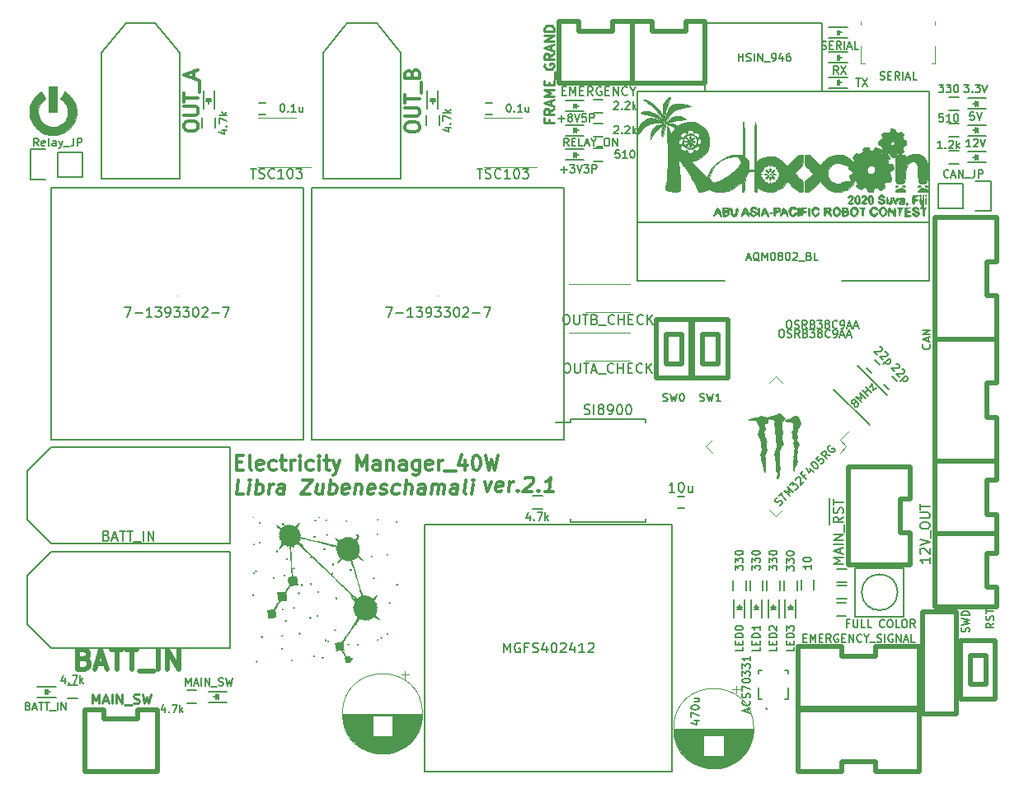
<source format=gbr>
G04 #@! TF.GenerationSoftware,KiCad,Pcbnew,(5.1.5)-3*
G04 #@! TF.CreationDate,2020-03-05T06:05:09+09:00*
G04 #@! TF.ProjectId,Electricity_Manager_40W,456c6563-7472-4696-9369-74795f4d616e,rev?*
G04 #@! TF.SameCoordinates,Original*
G04 #@! TF.FileFunction,Legend,Top*
G04 #@! TF.FilePolarity,Positive*
%FSLAX46Y46*%
G04 Gerber Fmt 4.6, Leading zero omitted, Abs format (unit mm)*
G04 Created by KiCad (PCBNEW (5.1.5)-3) date 2020-03-05 06:05:09*
%MOMM*%
%LPD*%
G04 APERTURE LIST*
%ADD10C,0.375000*%
%ADD11C,0.150000*%
%ADD12C,0.500000*%
%ADD13C,0.010000*%
%ADD14C,0.120000*%
%ADD15C,0.200000*%
%ADD16C,0.152400*%
%ADD17C,0.250000*%
%ADD18C,0.000100*%
G04 APERTURE END LIST*
D10*
X95341964Y-145178571D02*
X95574107Y-146178571D01*
X96056250Y-145178571D01*
X97083035Y-146107142D02*
X96931250Y-146178571D01*
X96645535Y-146178571D01*
X96511607Y-146107142D01*
X96458035Y-145964285D01*
X96529464Y-145392857D01*
X96618750Y-145250000D01*
X96770535Y-145178571D01*
X97056250Y-145178571D01*
X97190178Y-145250000D01*
X97243750Y-145392857D01*
X97225892Y-145535714D01*
X96493750Y-145678571D01*
X97788392Y-146178571D02*
X97913392Y-145178571D01*
X97877678Y-145464285D02*
X97966964Y-145321428D01*
X98047321Y-145250000D01*
X98199107Y-145178571D01*
X98341964Y-145178571D01*
X98734821Y-146035714D02*
X98797321Y-146107142D01*
X98716964Y-146178571D01*
X98654464Y-146107142D01*
X98734821Y-146035714D01*
X98716964Y-146178571D01*
X99529464Y-144821428D02*
X99609821Y-144750000D01*
X99761607Y-144678571D01*
X100118750Y-144678571D01*
X100252678Y-144750000D01*
X100315178Y-144821428D01*
X100368750Y-144964285D01*
X100350892Y-145107142D01*
X100252678Y-145321428D01*
X99288392Y-146178571D01*
X100216964Y-146178571D01*
X100877678Y-146035714D02*
X100940178Y-146107142D01*
X100859821Y-146178571D01*
X100797321Y-146107142D01*
X100877678Y-146035714D01*
X100859821Y-146178571D01*
X102359821Y-146178571D02*
X101502678Y-146178571D01*
X101931250Y-146178571D02*
X102118750Y-144678571D01*
X101949107Y-144892857D01*
X101788392Y-145035714D01*
X101636607Y-145107142D01*
X70574107Y-146428571D02*
X69859821Y-146428571D01*
X70047321Y-144928571D01*
X71074107Y-146428571D02*
X71199107Y-145428571D01*
X71261607Y-144928571D02*
X71181250Y-145000000D01*
X71243750Y-145071428D01*
X71324107Y-145000000D01*
X71261607Y-144928571D01*
X71243750Y-145071428D01*
X71788392Y-146428571D02*
X71975892Y-144928571D01*
X71904464Y-145500000D02*
X72056250Y-145428571D01*
X72341964Y-145428571D01*
X72475892Y-145500000D01*
X72538392Y-145571428D01*
X72591964Y-145714285D01*
X72538392Y-146142857D01*
X72449107Y-146285714D01*
X72368750Y-146357142D01*
X72216964Y-146428571D01*
X71931250Y-146428571D01*
X71797321Y-146357142D01*
X73145535Y-146428571D02*
X73270535Y-145428571D01*
X73234821Y-145714285D02*
X73324107Y-145571428D01*
X73404464Y-145500000D01*
X73556250Y-145428571D01*
X73699107Y-145428571D01*
X74716964Y-146428571D02*
X74815178Y-145642857D01*
X74761607Y-145500000D01*
X74627678Y-145428571D01*
X74341964Y-145428571D01*
X74190178Y-145500000D01*
X74725892Y-146357142D02*
X74574107Y-146428571D01*
X74216964Y-146428571D01*
X74083035Y-146357142D01*
X74029464Y-146214285D01*
X74047321Y-146071428D01*
X74136607Y-145928571D01*
X74288392Y-145857142D01*
X74645535Y-145857142D01*
X74797321Y-145785714D01*
X76618750Y-144928571D02*
X77618750Y-144928571D01*
X76431250Y-146428571D01*
X77431250Y-146428571D01*
X78770535Y-145428571D02*
X78645535Y-146428571D01*
X78127678Y-145428571D02*
X78029464Y-146214285D01*
X78083035Y-146357142D01*
X78216964Y-146428571D01*
X78431250Y-146428571D01*
X78583035Y-146357142D01*
X78663392Y-146285714D01*
X79359821Y-146428571D02*
X79547321Y-144928571D01*
X79475892Y-145500000D02*
X79627678Y-145428571D01*
X79913392Y-145428571D01*
X80047321Y-145500000D01*
X80109821Y-145571428D01*
X80163392Y-145714285D01*
X80109821Y-146142857D01*
X80020535Y-146285714D01*
X79940178Y-146357142D01*
X79788392Y-146428571D01*
X79502678Y-146428571D01*
X79368750Y-146357142D01*
X81297321Y-146357142D02*
X81145535Y-146428571D01*
X80859821Y-146428571D01*
X80725892Y-146357142D01*
X80672321Y-146214285D01*
X80743750Y-145642857D01*
X80833035Y-145500000D01*
X80984821Y-145428571D01*
X81270535Y-145428571D01*
X81404464Y-145500000D01*
X81458035Y-145642857D01*
X81440178Y-145785714D01*
X80708035Y-145928571D01*
X82127678Y-145428571D02*
X82002678Y-146428571D01*
X82109821Y-145571428D02*
X82190178Y-145500000D01*
X82341964Y-145428571D01*
X82556250Y-145428571D01*
X82690178Y-145500000D01*
X82743750Y-145642857D01*
X82645535Y-146428571D01*
X83940178Y-146357142D02*
X83788392Y-146428571D01*
X83502678Y-146428571D01*
X83368750Y-146357142D01*
X83315178Y-146214285D01*
X83386607Y-145642857D01*
X83475892Y-145500000D01*
X83627678Y-145428571D01*
X83913392Y-145428571D01*
X84047321Y-145500000D01*
X84100892Y-145642857D01*
X84083035Y-145785714D01*
X83350892Y-145928571D01*
X84583035Y-146357142D02*
X84716964Y-146428571D01*
X85002678Y-146428571D01*
X85154464Y-146357142D01*
X85243750Y-146214285D01*
X85252678Y-146142857D01*
X85199107Y-146000000D01*
X85065178Y-145928571D01*
X84850892Y-145928571D01*
X84716964Y-145857142D01*
X84663392Y-145714285D01*
X84672321Y-145642857D01*
X84761607Y-145500000D01*
X84913392Y-145428571D01*
X85127678Y-145428571D01*
X85261607Y-145500000D01*
X86511607Y-146357142D02*
X86359821Y-146428571D01*
X86074107Y-146428571D01*
X85940178Y-146357142D01*
X85877678Y-146285714D01*
X85824107Y-146142857D01*
X85877678Y-145714285D01*
X85966964Y-145571428D01*
X86047321Y-145500000D01*
X86199107Y-145428571D01*
X86484821Y-145428571D01*
X86618750Y-145500000D01*
X87145535Y-146428571D02*
X87333035Y-144928571D01*
X87788392Y-146428571D02*
X87886607Y-145642857D01*
X87833035Y-145500000D01*
X87699107Y-145428571D01*
X87484821Y-145428571D01*
X87333035Y-145500000D01*
X87252678Y-145571428D01*
X89145535Y-146428571D02*
X89243750Y-145642857D01*
X89190178Y-145500000D01*
X89056250Y-145428571D01*
X88770535Y-145428571D01*
X88618750Y-145500000D01*
X89154464Y-146357142D02*
X89002678Y-146428571D01*
X88645535Y-146428571D01*
X88511607Y-146357142D01*
X88458035Y-146214285D01*
X88475892Y-146071428D01*
X88565178Y-145928571D01*
X88716964Y-145857142D01*
X89074107Y-145857142D01*
X89225892Y-145785714D01*
X89859821Y-146428571D02*
X89984821Y-145428571D01*
X89966964Y-145571428D02*
X90047321Y-145500000D01*
X90199107Y-145428571D01*
X90413392Y-145428571D01*
X90547321Y-145500000D01*
X90600892Y-145642857D01*
X90502678Y-146428571D01*
X90600892Y-145642857D02*
X90690178Y-145500000D01*
X90841964Y-145428571D01*
X91056250Y-145428571D01*
X91190178Y-145500000D01*
X91243750Y-145642857D01*
X91145535Y-146428571D01*
X92502678Y-146428571D02*
X92600892Y-145642857D01*
X92547321Y-145500000D01*
X92413392Y-145428571D01*
X92127678Y-145428571D01*
X91975892Y-145500000D01*
X92511607Y-146357142D02*
X92359821Y-146428571D01*
X92002678Y-146428571D01*
X91868750Y-146357142D01*
X91815178Y-146214285D01*
X91833035Y-146071428D01*
X91922321Y-145928571D01*
X92074107Y-145857142D01*
X92431250Y-145857142D01*
X92583035Y-145785714D01*
X93431250Y-146428571D02*
X93297321Y-146357142D01*
X93243750Y-146214285D01*
X93404464Y-144928571D01*
X94002678Y-146428571D02*
X94127678Y-145428571D01*
X94190178Y-144928571D02*
X94109821Y-145000000D01*
X94172321Y-145071428D01*
X94252678Y-145000000D01*
X94190178Y-144928571D01*
X94172321Y-145071428D01*
X69850892Y-143142857D02*
X70350892Y-143142857D01*
X70565178Y-143928571D02*
X69850892Y-143928571D01*
X69850892Y-142428571D01*
X70565178Y-142428571D01*
X71422321Y-143928571D02*
X71279464Y-143857142D01*
X71208035Y-143714285D01*
X71208035Y-142428571D01*
X72565178Y-143857142D02*
X72422321Y-143928571D01*
X72136607Y-143928571D01*
X71993750Y-143857142D01*
X71922321Y-143714285D01*
X71922321Y-143142857D01*
X71993750Y-143000000D01*
X72136607Y-142928571D01*
X72422321Y-142928571D01*
X72565178Y-143000000D01*
X72636607Y-143142857D01*
X72636607Y-143285714D01*
X71922321Y-143428571D01*
X73922321Y-143857142D02*
X73779464Y-143928571D01*
X73493750Y-143928571D01*
X73350892Y-143857142D01*
X73279464Y-143785714D01*
X73208035Y-143642857D01*
X73208035Y-143214285D01*
X73279464Y-143071428D01*
X73350892Y-143000000D01*
X73493750Y-142928571D01*
X73779464Y-142928571D01*
X73922321Y-143000000D01*
X74350892Y-142928571D02*
X74922321Y-142928571D01*
X74565178Y-142428571D02*
X74565178Y-143714285D01*
X74636607Y-143857142D01*
X74779464Y-143928571D01*
X74922321Y-143928571D01*
X75422321Y-143928571D02*
X75422321Y-142928571D01*
X75422321Y-143214285D02*
X75493750Y-143071428D01*
X75565178Y-143000000D01*
X75708035Y-142928571D01*
X75850892Y-142928571D01*
X76350892Y-143928571D02*
X76350892Y-142928571D01*
X76350892Y-142428571D02*
X76279464Y-142500000D01*
X76350892Y-142571428D01*
X76422321Y-142500000D01*
X76350892Y-142428571D01*
X76350892Y-142571428D01*
X77708035Y-143857142D02*
X77565178Y-143928571D01*
X77279464Y-143928571D01*
X77136607Y-143857142D01*
X77065178Y-143785714D01*
X76993750Y-143642857D01*
X76993750Y-143214285D01*
X77065178Y-143071428D01*
X77136607Y-143000000D01*
X77279464Y-142928571D01*
X77565178Y-142928571D01*
X77708035Y-143000000D01*
X78350892Y-143928571D02*
X78350892Y-142928571D01*
X78350892Y-142428571D02*
X78279464Y-142500000D01*
X78350892Y-142571428D01*
X78422321Y-142500000D01*
X78350892Y-142428571D01*
X78350892Y-142571428D01*
X78850892Y-142928571D02*
X79422321Y-142928571D01*
X79065178Y-142428571D02*
X79065178Y-143714285D01*
X79136607Y-143857142D01*
X79279464Y-143928571D01*
X79422321Y-143928571D01*
X79779464Y-142928571D02*
X80136607Y-143928571D01*
X80493750Y-142928571D02*
X80136607Y-143928571D01*
X79993750Y-144285714D01*
X79922321Y-144357142D01*
X79779464Y-144428571D01*
X82208035Y-143928571D02*
X82208035Y-142428571D01*
X82708035Y-143500000D01*
X83208035Y-142428571D01*
X83208035Y-143928571D01*
X84565178Y-143928571D02*
X84565178Y-143142857D01*
X84493750Y-143000000D01*
X84350892Y-142928571D01*
X84065178Y-142928571D01*
X83922321Y-143000000D01*
X84565178Y-143857142D02*
X84422321Y-143928571D01*
X84065178Y-143928571D01*
X83922321Y-143857142D01*
X83850892Y-143714285D01*
X83850892Y-143571428D01*
X83922321Y-143428571D01*
X84065178Y-143357142D01*
X84422321Y-143357142D01*
X84565178Y-143285714D01*
X85279464Y-142928571D02*
X85279464Y-143928571D01*
X85279464Y-143071428D02*
X85350892Y-143000000D01*
X85493750Y-142928571D01*
X85708035Y-142928571D01*
X85850892Y-143000000D01*
X85922321Y-143142857D01*
X85922321Y-143928571D01*
X87279464Y-143928571D02*
X87279464Y-143142857D01*
X87208035Y-143000000D01*
X87065178Y-142928571D01*
X86779464Y-142928571D01*
X86636607Y-143000000D01*
X87279464Y-143857142D02*
X87136607Y-143928571D01*
X86779464Y-143928571D01*
X86636607Y-143857142D01*
X86565178Y-143714285D01*
X86565178Y-143571428D01*
X86636607Y-143428571D01*
X86779464Y-143357142D01*
X87136607Y-143357142D01*
X87279464Y-143285714D01*
X88636607Y-142928571D02*
X88636607Y-144142857D01*
X88565178Y-144285714D01*
X88493750Y-144357142D01*
X88350892Y-144428571D01*
X88136607Y-144428571D01*
X87993750Y-144357142D01*
X88636607Y-143857142D02*
X88493750Y-143928571D01*
X88208035Y-143928571D01*
X88065178Y-143857142D01*
X87993750Y-143785714D01*
X87922321Y-143642857D01*
X87922321Y-143214285D01*
X87993750Y-143071428D01*
X88065178Y-143000000D01*
X88208035Y-142928571D01*
X88493750Y-142928571D01*
X88636607Y-143000000D01*
X89922321Y-143857142D02*
X89779464Y-143928571D01*
X89493750Y-143928571D01*
X89350892Y-143857142D01*
X89279464Y-143714285D01*
X89279464Y-143142857D01*
X89350892Y-143000000D01*
X89493750Y-142928571D01*
X89779464Y-142928571D01*
X89922321Y-143000000D01*
X89993750Y-143142857D01*
X89993750Y-143285714D01*
X89279464Y-143428571D01*
X90636607Y-143928571D02*
X90636607Y-142928571D01*
X90636607Y-143214285D02*
X90708035Y-143071428D01*
X90779464Y-143000000D01*
X90922321Y-142928571D01*
X91065178Y-142928571D01*
X91208035Y-144071428D02*
X92350892Y-144071428D01*
X93350892Y-142928571D02*
X93350892Y-143928571D01*
X92993750Y-142357142D02*
X92636607Y-143428571D01*
X93565178Y-143428571D01*
X94422321Y-142428571D02*
X94565178Y-142428571D01*
X94708035Y-142500000D01*
X94779464Y-142571428D01*
X94850892Y-142714285D01*
X94922321Y-143000000D01*
X94922321Y-143357142D01*
X94850892Y-143642857D01*
X94779464Y-143785714D01*
X94708035Y-143857142D01*
X94565178Y-143928571D01*
X94422321Y-143928571D01*
X94279464Y-143857142D01*
X94208035Y-143785714D01*
X94136607Y-143642857D01*
X94065178Y-143357142D01*
X94065178Y-143000000D01*
X94136607Y-142714285D01*
X94208035Y-142571428D01*
X94279464Y-142500000D01*
X94422321Y-142428571D01*
X95422321Y-142428571D02*
X95779464Y-143928571D01*
X96065178Y-142857142D01*
X96350892Y-143928571D01*
X96708035Y-142428571D01*
D11*
X135426777Y-132578249D02*
X135921751Y-133073223D01*
X135073223Y-133921751D02*
X134578249Y-133426777D01*
X134921751Y-139325914D02*
X131209441Y-135613604D01*
X133613604Y-133209441D02*
X136654163Y-136250000D01*
X132500000Y-157175000D02*
X131500000Y-157175000D01*
X131500000Y-155825000D02*
X132500000Y-155825000D01*
X131470000Y-157575000D02*
X132470000Y-157575000D01*
X132470000Y-158925000D02*
X131470000Y-158925000D01*
X131500000Y-154075000D02*
X132500000Y-154075000D01*
X132500000Y-155425000D02*
X131500000Y-155425000D01*
X123500000Y-158030000D02*
X123250000Y-158280000D01*
X123000000Y-158030000D02*
X123500000Y-158030000D01*
X123250000Y-158280000D02*
X123000000Y-158030000D01*
X123000000Y-158280000D02*
X123500000Y-158280000D01*
X123250000Y-158230000D02*
X123250000Y-157780000D01*
X122700000Y-159130000D02*
X122700000Y-157230000D01*
X123800000Y-159130000D02*
X123800000Y-157230000D01*
X81250000Y-98000000D02*
X78750000Y-101000000D01*
X78750000Y-101000000D02*
X78750000Y-114000000D01*
X84250000Y-98000000D02*
X86750000Y-101000000D01*
X86750000Y-101000000D02*
X86750000Y-114000000D01*
X84250000Y-98000000D02*
X81250000Y-98000000D01*
X86750000Y-114000000D02*
X78750000Y-114000000D01*
X64000000Y-114000000D02*
X56000000Y-114000000D01*
X61500000Y-98000000D02*
X58500000Y-98000000D01*
X64000000Y-101000000D02*
X64000000Y-114000000D01*
X61500000Y-98000000D02*
X64000000Y-101000000D01*
X56000000Y-101000000D02*
X56000000Y-114000000D01*
X58500000Y-98000000D02*
X56000000Y-101000000D01*
X115850000Y-147850000D02*
X115150000Y-147850000D01*
X115150000Y-146650000D02*
X115850000Y-146650000D01*
X144480000Y-117020000D02*
X141940000Y-117020000D01*
X147300000Y-117300000D02*
X145750000Y-117300000D01*
X144480000Y-117020000D02*
X144480000Y-114480000D01*
X145750000Y-114200000D02*
X147300000Y-114200000D01*
X147300000Y-114200000D02*
X147300000Y-117300000D01*
X144480000Y-114480000D02*
X141940000Y-114480000D01*
X141940000Y-114480000D02*
X141940000Y-117020000D01*
D12*
X147950000Y-130500000D02*
X147950000Y-126000000D01*
X147950000Y-126000000D02*
X146950000Y-126000000D01*
X146950000Y-126000000D02*
X146950000Y-122500000D01*
X146950000Y-122500000D02*
X147950000Y-122500000D01*
X147950000Y-122500000D02*
X147950000Y-118000000D01*
X141550000Y-118000000D02*
X141550000Y-130500000D01*
X147950000Y-118000000D02*
X141550000Y-118000000D01*
X141550000Y-130500000D02*
X147950000Y-130500000D01*
X61750000Y-168550000D02*
X59750000Y-168550000D01*
X59750000Y-168550000D02*
X59750000Y-169550000D01*
X59750000Y-169550000D02*
X56250000Y-169550000D01*
X56250000Y-169550000D02*
X56250000Y-168550000D01*
X56250000Y-168550000D02*
X54250000Y-168550000D01*
X61750000Y-174950000D02*
X61750000Y-168550000D01*
X54250000Y-168550000D02*
X54250000Y-174950000D01*
X54250000Y-174950000D02*
X61750000Y-174950000D01*
D11*
X69150000Y-152300000D02*
X50800000Y-152300000D01*
X69150000Y-162200000D02*
X69150000Y-152300000D01*
X50800000Y-162200000D02*
X69150000Y-162200000D01*
X50800000Y-152300000D02*
X48350000Y-154800000D01*
X50800000Y-162200000D02*
X48350000Y-159750000D01*
X48350000Y-157250000D02*
X48350000Y-154800000D01*
X48350000Y-157200000D02*
X48350000Y-159750000D01*
X48350000Y-146450000D02*
X48350000Y-149000000D01*
X48350000Y-146500000D02*
X48350000Y-144050000D01*
X50800000Y-151450000D02*
X48350000Y-149000000D01*
X50800000Y-141550000D02*
X48350000Y-144050000D01*
X50800000Y-151450000D02*
X69150000Y-151450000D01*
X69150000Y-151450000D02*
X69150000Y-141550000D01*
X69150000Y-141550000D02*
X50800000Y-141550000D01*
D12*
X147800000Y-167500000D02*
X147800000Y-161500000D01*
X144200000Y-167500000D02*
X147800000Y-167500000D01*
X144200000Y-161500000D02*
X144200000Y-167500000D01*
X147800000Y-161500000D02*
X144200000Y-161500000D01*
X146800000Y-166000000D02*
X146800000Y-163000000D01*
X145200000Y-166000000D02*
X146800000Y-166000000D01*
X145200000Y-163000000D02*
X145200000Y-166000000D01*
X146800000Y-163000000D02*
X145200000Y-163000000D01*
X140300000Y-169000000D02*
X143800000Y-169000000D01*
X140300000Y-158500000D02*
X140300000Y-169000000D01*
X143800000Y-158500000D02*
X143800000Y-169000000D01*
X143800000Y-158500000D02*
X140300000Y-158500000D01*
D11*
X136823223Y-135671751D02*
X136328249Y-135176777D01*
X137176777Y-134328249D02*
X137671751Y-134823223D01*
X146850000Y-111200000D02*
X144950000Y-111200000D01*
X146850000Y-112300000D02*
X144950000Y-112300000D01*
X145950000Y-111750000D02*
X145500000Y-111750000D01*
X146000000Y-112000000D02*
X146000000Y-111500000D01*
X146000000Y-111750000D02*
X145750000Y-112000000D01*
X145750000Y-112000000D02*
X145750000Y-111500000D01*
X145750000Y-111500000D02*
X146000000Y-111750000D01*
X145750000Y-108750000D02*
X146000000Y-109000000D01*
X145750000Y-109250000D02*
X145750000Y-108750000D01*
X146000000Y-109000000D02*
X145750000Y-109250000D01*
X146000000Y-109250000D02*
X146000000Y-108750000D01*
X145950000Y-109000000D02*
X145500000Y-109000000D01*
X146850000Y-109550000D02*
X144950000Y-109550000D01*
X146850000Y-108450000D02*
X144950000Y-108450000D01*
X146850000Y-105700000D02*
X144950000Y-105700000D01*
X146850000Y-106800000D02*
X144950000Y-106800000D01*
X145950000Y-106250000D02*
X145500000Y-106250000D01*
X146000000Y-106500000D02*
X146000000Y-106000000D01*
X146000000Y-106250000D02*
X145750000Y-106500000D01*
X145750000Y-106500000D02*
X145750000Y-106000000D01*
X145750000Y-106000000D02*
X146000000Y-106250000D01*
X122050000Y-159130000D02*
X122050000Y-157230000D01*
X120950000Y-159130000D02*
X120950000Y-157230000D01*
X121500000Y-158230000D02*
X121500000Y-157780000D01*
X121250000Y-158280000D02*
X121750000Y-158280000D01*
X121500000Y-158280000D02*
X121250000Y-158030000D01*
X121250000Y-158030000D02*
X121750000Y-158030000D01*
X121750000Y-158030000D02*
X121500000Y-158280000D01*
X125550000Y-159130000D02*
X125550000Y-157230000D01*
X124450000Y-159130000D02*
X124450000Y-157230000D01*
X125000000Y-158230000D02*
X125000000Y-157780000D01*
X124750000Y-158280000D02*
X125250000Y-158280000D01*
X125000000Y-158280000D02*
X124750000Y-158030000D01*
X124750000Y-158030000D02*
X125250000Y-158030000D01*
X125250000Y-158030000D02*
X125000000Y-158280000D01*
X127000000Y-158030000D02*
X126750000Y-158280000D01*
X126500000Y-158030000D02*
X127000000Y-158030000D01*
X126750000Y-158280000D02*
X126500000Y-158030000D01*
X126500000Y-158280000D02*
X127000000Y-158280000D01*
X126750000Y-158230000D02*
X126750000Y-157780000D01*
X126200000Y-159130000D02*
X126200000Y-157230000D01*
X127300000Y-159130000D02*
X127300000Y-157230000D01*
X49400000Y-167300000D02*
X51300000Y-167300000D01*
X49400000Y-166200000D02*
X51300000Y-166200000D01*
X50300000Y-166750000D02*
X50750000Y-166750000D01*
X50250000Y-166500000D02*
X50250000Y-167000000D01*
X50250000Y-166750000D02*
X50500000Y-166500000D01*
X50500000Y-166500000D02*
X50500000Y-167000000D01*
X50500000Y-167000000D02*
X50250000Y-166750000D01*
X68850000Y-166700000D02*
X66950000Y-166700000D01*
X68850000Y-167800000D02*
X66950000Y-167800000D01*
X67950000Y-167250000D02*
X67500000Y-167250000D01*
X68000000Y-167500000D02*
X68000000Y-167000000D01*
X68000000Y-167250000D02*
X67750000Y-167500000D01*
X67750000Y-167500000D02*
X67750000Y-167000000D01*
X67750000Y-167000000D02*
X68000000Y-167250000D01*
X66750000Y-106000000D02*
X67000000Y-105750000D01*
X67250000Y-106000000D02*
X66750000Y-106000000D01*
X67000000Y-105750000D02*
X67250000Y-106000000D01*
X67250000Y-105750000D02*
X66750000Y-105750000D01*
X67000000Y-105800000D02*
X67000000Y-106250000D01*
X67550000Y-104900000D02*
X67550000Y-106800000D01*
X66450000Y-104900000D02*
X66450000Y-106800000D01*
X89450000Y-104900000D02*
X89450000Y-106800000D01*
X90550000Y-104900000D02*
X90550000Y-106800000D01*
X90000000Y-105800000D02*
X90000000Y-106250000D01*
X90250000Y-105750000D02*
X89750000Y-105750000D01*
X90000000Y-105750000D02*
X90250000Y-106000000D01*
X90250000Y-106000000D02*
X89750000Y-106000000D01*
X89750000Y-106000000D02*
X90000000Y-105750000D01*
X104740000Y-109240000D02*
X104490000Y-108990000D01*
X104740000Y-108740000D02*
X104740000Y-109240000D01*
X104490000Y-108990000D02*
X104740000Y-108740000D01*
X104490000Y-108740000D02*
X104490000Y-109240000D01*
X104540000Y-108990000D02*
X104990000Y-108990000D01*
X103640000Y-108440000D02*
X105540000Y-108440000D01*
X103640000Y-109540000D02*
X105540000Y-109540000D01*
X104740000Y-106740000D02*
X104490000Y-106490000D01*
X104740000Y-106240000D02*
X104740000Y-106740000D01*
X104490000Y-106490000D02*
X104740000Y-106240000D01*
X104490000Y-106240000D02*
X104490000Y-106740000D01*
X104540000Y-106490000D02*
X104990000Y-106490000D01*
X103640000Y-105940000D02*
X105540000Y-105940000D01*
X103640000Y-107040000D02*
X105540000Y-107040000D01*
X104740000Y-111740000D02*
X104490000Y-111490000D01*
X104740000Y-111240000D02*
X104740000Y-111740000D01*
X104490000Y-111490000D02*
X104740000Y-111240000D01*
X104490000Y-111240000D02*
X104490000Y-111740000D01*
X104540000Y-111490000D02*
X104990000Y-111490000D01*
X103640000Y-110940000D02*
X105540000Y-110940000D01*
X103640000Y-112040000D02*
X105540000Y-112040000D01*
X51520000Y-111230000D02*
X54060000Y-111230000D01*
X48700000Y-110950000D02*
X50250000Y-110950000D01*
X51520000Y-111230000D02*
X51520000Y-113770000D01*
X50250000Y-114050000D02*
X48700000Y-114050000D01*
X48700000Y-114050000D02*
X48700000Y-110950000D01*
X51520000Y-113770000D02*
X54060000Y-113770000D01*
X54060000Y-113770000D02*
X54060000Y-111230000D01*
D12*
X140000000Y-162050000D02*
X135500000Y-162050000D01*
X135500000Y-162050000D02*
X135500000Y-163050000D01*
X135500000Y-163050000D02*
X132000000Y-163050000D01*
X132000000Y-163050000D02*
X132000000Y-162050000D01*
X132000000Y-162050000D02*
X127500000Y-162050000D01*
X127500000Y-168450000D02*
X140000000Y-168450000D01*
X127500000Y-162050000D02*
X127500000Y-168450000D01*
X140000000Y-168450000D02*
X140000000Y-162050000D01*
X141550000Y-150500000D02*
X141550000Y-158000000D01*
X147950000Y-150500000D02*
X141550000Y-150500000D01*
X141550000Y-158000000D02*
X147950000Y-158000000D01*
X147950000Y-152500000D02*
X147950000Y-150500000D01*
X146950000Y-152500000D02*
X147950000Y-152500000D01*
X146950000Y-156000000D02*
X146950000Y-152500000D01*
X147950000Y-156000000D02*
X146950000Y-156000000D01*
X147950000Y-158000000D02*
X147950000Y-156000000D01*
X147950000Y-150500000D02*
X147950000Y-148500000D01*
X147950000Y-148500000D02*
X146950000Y-148500000D01*
X146950000Y-148500000D02*
X146950000Y-145000000D01*
X146950000Y-145000000D02*
X147950000Y-145000000D01*
X147950000Y-145000000D02*
X147950000Y-143000000D01*
X141550000Y-150500000D02*
X147950000Y-150500000D01*
X147950000Y-143000000D02*
X141550000Y-143000000D01*
X141550000Y-143000000D02*
X141550000Y-150500000D01*
X110500000Y-97800000D02*
X108500000Y-97800000D01*
X108500000Y-97800000D02*
X108500000Y-98800000D01*
X108500000Y-98800000D02*
X105000000Y-98800000D01*
X105000000Y-98800000D02*
X105000000Y-97800000D01*
X105000000Y-97800000D02*
X103000000Y-97800000D01*
X110500000Y-104200000D02*
X110500000Y-97800000D01*
X103000000Y-97800000D02*
X103000000Y-104200000D01*
X103000000Y-104200000D02*
X110500000Y-104200000D01*
X110500000Y-104200000D02*
X118000000Y-104200000D01*
X110500000Y-97800000D02*
X110500000Y-104200000D01*
X118000000Y-104200000D02*
X118000000Y-97800000D01*
X112500000Y-97800000D02*
X110500000Y-97800000D01*
X112500000Y-98800000D02*
X112500000Y-97800000D01*
X116000000Y-98800000D02*
X112500000Y-98800000D01*
X116000000Y-97800000D02*
X116000000Y-98800000D01*
X118000000Y-97800000D02*
X116000000Y-97800000D01*
D11*
X144000000Y-112425000D02*
X143000000Y-112425000D01*
X143000000Y-111075000D02*
X144000000Y-111075000D01*
X143000000Y-108325000D02*
X144000000Y-108325000D01*
X144000000Y-109675000D02*
X143000000Y-109675000D01*
X144000000Y-106925000D02*
X143000000Y-106925000D01*
X143000000Y-105575000D02*
X144000000Y-105575000D01*
X122175000Y-155280000D02*
X122175000Y-156280000D01*
X120825000Y-156280000D02*
X120825000Y-155280000D01*
X122575000Y-156280000D02*
X122575000Y-155280000D01*
X123925000Y-155280000D02*
X123925000Y-156280000D01*
X125675000Y-155280000D02*
X125675000Y-156280000D01*
X124325000Y-156280000D02*
X124325000Y-155280000D01*
X126075000Y-156280000D02*
X126075000Y-155280000D01*
X127425000Y-155280000D02*
X127425000Y-156280000D01*
X129175000Y-155250000D02*
X129175000Y-156250000D01*
X127825000Y-156250000D02*
X127825000Y-155250000D01*
X100250000Y-146575000D02*
X101250000Y-146575000D01*
X101250000Y-147925000D02*
X100250000Y-147925000D01*
X53500000Y-167425000D02*
X52500000Y-167425000D01*
X52500000Y-166075000D02*
X53500000Y-166075000D01*
X65750000Y-167925000D02*
X64750000Y-167925000D01*
X64750000Y-166575000D02*
X65750000Y-166575000D01*
X66325000Y-108750000D02*
X66325000Y-107750000D01*
X67675000Y-107750000D02*
X67675000Y-108750000D01*
X90675000Y-107500000D02*
X90675000Y-108500000D01*
X89325000Y-108500000D02*
X89325000Y-107500000D01*
X107500000Y-109665000D02*
X106500000Y-109665000D01*
X106500000Y-108315000D02*
X107500000Y-108315000D01*
X106500000Y-105815000D02*
X107500000Y-105815000D01*
X107500000Y-107165000D02*
X106500000Y-107165000D01*
X106500000Y-110815000D02*
X107500000Y-110815000D01*
X107500000Y-112165000D02*
X106500000Y-112165000D01*
D12*
X147950000Y-143000000D02*
X147950000Y-138500000D01*
X147950000Y-138500000D02*
X146950000Y-138500000D01*
X146950000Y-138500000D02*
X146950000Y-135000000D01*
X146950000Y-135000000D02*
X147950000Y-135000000D01*
X147950000Y-135000000D02*
X147950000Y-130500000D01*
X141550000Y-130500000D02*
X141550000Y-143000000D01*
X147950000Y-130500000D02*
X141550000Y-130500000D01*
X141550000Y-143000000D02*
X147950000Y-143000000D01*
D11*
X104125000Y-138675000D02*
X104125000Y-139030000D01*
X111875000Y-138675000D02*
X111875000Y-139030000D01*
X111875000Y-149325000D02*
X111875000Y-148970000D01*
X104125000Y-149325000D02*
X104125000Y-148970000D01*
X104125000Y-138675000D02*
X111875000Y-138675000D01*
X104125000Y-149325000D02*
X111875000Y-149325000D01*
X104125000Y-139030000D02*
X102600000Y-139030000D01*
D12*
X127500000Y-174950000D02*
X132000000Y-174950000D01*
X132000000Y-174950000D02*
X132000000Y-173950000D01*
X132000000Y-173950000D02*
X135500000Y-173950000D01*
X135500000Y-173950000D02*
X135500000Y-174950000D01*
X135500000Y-174950000D02*
X140000000Y-174950000D01*
X140000000Y-168550000D02*
X127500000Y-168550000D01*
X140000000Y-174950000D02*
X140000000Y-168550000D01*
X127500000Y-168550000D02*
X127500000Y-174950000D01*
D13*
G36*
X127129452Y-138369668D02*
G01*
X127163308Y-138382150D01*
X127201549Y-138392634D01*
X127251989Y-138399553D01*
X127288005Y-138401200D01*
X127371860Y-138406856D01*
X127438836Y-138425788D01*
X127493318Y-138460935D01*
X127539694Y-138515240D01*
X127582349Y-138591645D01*
X127587135Y-138601810D01*
X127613872Y-138658640D01*
X127640814Y-138714593D01*
X127663422Y-138760286D01*
X127669764Y-138772681D01*
X127696827Y-138849606D01*
X127701100Y-138894793D01*
X127707495Y-138943761D01*
X127724333Y-138985775D01*
X127748089Y-139014427D01*
X127771871Y-139023500D01*
X127785777Y-139034945D01*
X127790000Y-139066731D01*
X127785357Y-139093729D01*
X127770398Y-139131020D01*
X127743573Y-139181808D01*
X127703335Y-139249300D01*
X127696455Y-139260406D01*
X127594352Y-139434032D01*
X127511921Y-139595684D01*
X127448187Y-139748181D01*
X127402173Y-139894342D01*
X127372904Y-140036983D01*
X127359403Y-140178924D01*
X127358200Y-140237157D01*
X127358703Y-140293074D01*
X127360886Y-140328684D01*
X127365760Y-140349071D01*
X127374336Y-140359320D01*
X127383268Y-140363244D01*
X127418140Y-140385936D01*
X127445550Y-140424493D01*
X127459246Y-140469408D01*
X127459800Y-140479636D01*
X127455145Y-140510131D01*
X127442659Y-140556304D01*
X127424553Y-140610504D01*
X127413444Y-140639848D01*
X127379069Y-140740582D01*
X127362671Y-140824083D01*
X127364288Y-140891103D01*
X127383960Y-140942393D01*
X127421727Y-140978705D01*
X127431439Y-140984228D01*
X127484277Y-141023004D01*
X127527623Y-141080825D01*
X127549771Y-141124814D01*
X127567190Y-141178766D01*
X127576570Y-141239563D01*
X127578460Y-141302242D01*
X127573406Y-141361840D01*
X127561954Y-141413394D01*
X127544651Y-141451938D01*
X127522044Y-141472512D01*
X127511248Y-141474600D01*
X127493773Y-141479025D01*
X127486250Y-141496839D01*
X127484874Y-141522225D01*
X127474342Y-141573626D01*
X127442797Y-141635355D01*
X127440424Y-141639111D01*
X127417487Y-141677404D01*
X127404240Y-141708928D01*
X127398064Y-141743591D01*
X127396341Y-141791300D01*
X127396300Y-141806048D01*
X127406107Y-141919336D01*
X127422965Y-141990056D01*
X127439857Y-142058864D01*
X127441758Y-142114732D01*
X127427789Y-142165840D01*
X127398377Y-142218397D01*
X127380357Y-142247248D01*
X127369672Y-142271975D01*
X127364834Y-142300307D01*
X127364354Y-142339975D01*
X127366147Y-142385875D01*
X127370067Y-142453217D01*
X127375801Y-142531002D01*
X127382241Y-142604446D01*
X127383545Y-142617600D01*
X127390338Y-142696696D01*
X127395747Y-142784087D01*
X127399677Y-142874855D01*
X127402034Y-142964082D01*
X127402724Y-143046851D01*
X127401652Y-143118245D01*
X127398724Y-143173345D01*
X127394787Y-143203322D01*
X127373509Y-143261273D01*
X127333290Y-143329066D01*
X127317938Y-143350587D01*
X127266861Y-143421947D01*
X127228327Y-143482202D01*
X127197910Y-143539152D01*
X127171184Y-143600592D01*
X127160833Y-143627383D01*
X127144409Y-143673941D01*
X127135292Y-143711406D01*
X127132261Y-143749701D01*
X127134095Y-143798751D01*
X127136218Y-143827428D01*
X127139830Y-143884878D01*
X127139401Y-143923578D01*
X127134398Y-143949934D01*
X127124317Y-143970303D01*
X127106476Y-143992860D01*
X127093461Y-144001900D01*
X127084014Y-143991049D01*
X127068484Y-143962419D01*
X127050018Y-143921896D01*
X127047613Y-143916175D01*
X127022672Y-143841582D01*
X127007784Y-143765262D01*
X127003550Y-143693918D01*
X127010566Y-143634252D01*
X127020064Y-143607563D01*
X127031823Y-143578089D01*
X127038110Y-143544719D01*
X127038753Y-143503204D01*
X127033580Y-143449291D01*
X127022420Y-143378732D01*
X127007670Y-143300307D01*
X126989589Y-143194891D01*
X126981416Y-143108774D01*
X126983686Y-143037644D01*
X126996937Y-142977194D01*
X127021704Y-142923112D01*
X127058525Y-142871089D01*
X127061536Y-142867450D01*
X127085384Y-142823679D01*
X127089837Y-142770688D01*
X127074973Y-142705293D01*
X127066100Y-142681100D01*
X127046885Y-142617774D01*
X127041720Y-142563764D01*
X127050790Y-142523795D01*
X127059368Y-142511845D01*
X127077778Y-142483985D01*
X127097757Y-142438757D01*
X127116335Y-142383787D01*
X127129493Y-142331850D01*
X127132660Y-142301968D01*
X127134552Y-142252301D01*
X127135098Y-142188435D01*
X127134222Y-142115956D01*
X127132924Y-142068831D01*
X127130540Y-141986651D01*
X127129899Y-141925204D01*
X127131247Y-141879866D01*
X127134825Y-141846014D01*
X127140878Y-141819026D01*
X127147038Y-141800903D01*
X127158188Y-141767815D01*
X127161940Y-141739823D01*
X127158450Y-141706769D01*
X127149144Y-141663872D01*
X127139532Y-141609165D01*
X127132591Y-141543156D01*
X127129791Y-141479915D01*
X127129787Y-141478524D01*
X127128220Y-141429441D01*
X127124218Y-141390673D01*
X127118551Y-141368784D01*
X127116658Y-141366500D01*
X127098490Y-141345707D01*
X127078200Y-141308658D01*
X127059375Y-141263845D01*
X127045603Y-141219764D01*
X127040465Y-141186097D01*
X127042616Y-141154555D01*
X127048634Y-141105077D01*
X127057574Y-141044668D01*
X127067533Y-140985650D01*
X127081122Y-140899375D01*
X127086389Y-140833294D01*
X127082596Y-140783358D01*
X127069009Y-140745519D01*
X127044890Y-140715731D01*
X127014301Y-140692919D01*
X126967195Y-140655099D01*
X126933832Y-140608181D01*
X126913626Y-140549386D01*
X126905990Y-140475934D01*
X126910337Y-140385043D01*
X126925972Y-140274553D01*
X126935368Y-140215825D01*
X126941650Y-140167046D01*
X126944295Y-140133138D01*
X126942775Y-140119024D01*
X126942584Y-140118927D01*
X126906053Y-140100501D01*
X126871585Y-140073611D01*
X126847909Y-140045653D01*
X126843084Y-140034620D01*
X126844300Y-139991870D01*
X126864742Y-139945171D01*
X126900574Y-139901229D01*
X126934584Y-139874533D01*
X126989050Y-139839992D01*
X126993851Y-139574621D01*
X126996904Y-139458081D01*
X127001558Y-139363717D01*
X127008047Y-139288343D01*
X127016602Y-139228771D01*
X127020398Y-139209820D01*
X127031170Y-139154538D01*
X127034550Y-139118792D01*
X127030834Y-139097908D01*
X127027768Y-139093071D01*
X127009601Y-139081384D01*
X126973743Y-139065352D01*
X126926853Y-139047849D01*
X126909572Y-139042070D01*
X126856852Y-139023391D01*
X126809422Y-139003821D01*
X126775727Y-138986915D01*
X126770259Y-138983396D01*
X126742613Y-138967574D01*
X126717033Y-138965897D01*
X126689047Y-138973492D01*
X126624771Y-138983645D01*
X126542194Y-138978203D01*
X126442904Y-138957369D01*
X126354900Y-138930573D01*
X126298417Y-138911762D01*
X126248989Y-138895999D01*
X126212676Y-138885176D01*
X126197202Y-138881355D01*
X126173677Y-138870362D01*
X126167978Y-138853120D01*
X126182513Y-138838008D01*
X126184513Y-138837184D01*
X126207966Y-138822487D01*
X126236049Y-138797769D01*
X126239544Y-138794174D01*
X126267503Y-138774606D01*
X126314969Y-138751616D01*
X126376592Y-138726995D01*
X126447019Y-138702539D01*
X126520901Y-138680038D01*
X126592885Y-138661286D01*
X126657621Y-138648076D01*
X126688385Y-138643802D01*
X126738147Y-138637172D01*
X126769924Y-138628498D01*
X126791119Y-138614980D01*
X126804637Y-138599833D01*
X126846390Y-138547583D01*
X126877721Y-138513401D01*
X126902024Y-138494040D01*
X126922689Y-138486254D01*
X126923397Y-138486150D01*
X126953143Y-138476538D01*
X126967212Y-138467067D01*
X126989991Y-138453616D01*
X126999218Y-138451999D01*
X127015852Y-138441942D01*
X127036501Y-138416877D01*
X127042382Y-138407549D01*
X127065805Y-138376881D01*
X127092701Y-138364700D01*
X127129452Y-138369668D01*
G37*
X127129452Y-138369668D02*
X127163308Y-138382150D01*
X127201549Y-138392634D01*
X127251989Y-138399553D01*
X127288005Y-138401200D01*
X127371860Y-138406856D01*
X127438836Y-138425788D01*
X127493318Y-138460935D01*
X127539694Y-138515240D01*
X127582349Y-138591645D01*
X127587135Y-138601810D01*
X127613872Y-138658640D01*
X127640814Y-138714593D01*
X127663422Y-138760286D01*
X127669764Y-138772681D01*
X127696827Y-138849606D01*
X127701100Y-138894793D01*
X127707495Y-138943761D01*
X127724333Y-138985775D01*
X127748089Y-139014427D01*
X127771871Y-139023500D01*
X127785777Y-139034945D01*
X127790000Y-139066731D01*
X127785357Y-139093729D01*
X127770398Y-139131020D01*
X127743573Y-139181808D01*
X127703335Y-139249300D01*
X127696455Y-139260406D01*
X127594352Y-139434032D01*
X127511921Y-139595684D01*
X127448187Y-139748181D01*
X127402173Y-139894342D01*
X127372904Y-140036983D01*
X127359403Y-140178924D01*
X127358200Y-140237157D01*
X127358703Y-140293074D01*
X127360886Y-140328684D01*
X127365760Y-140349071D01*
X127374336Y-140359320D01*
X127383268Y-140363244D01*
X127418140Y-140385936D01*
X127445550Y-140424493D01*
X127459246Y-140469408D01*
X127459800Y-140479636D01*
X127455145Y-140510131D01*
X127442659Y-140556304D01*
X127424553Y-140610504D01*
X127413444Y-140639848D01*
X127379069Y-140740582D01*
X127362671Y-140824083D01*
X127364288Y-140891103D01*
X127383960Y-140942393D01*
X127421727Y-140978705D01*
X127431439Y-140984228D01*
X127484277Y-141023004D01*
X127527623Y-141080825D01*
X127549771Y-141124814D01*
X127567190Y-141178766D01*
X127576570Y-141239563D01*
X127578460Y-141302242D01*
X127573406Y-141361840D01*
X127561954Y-141413394D01*
X127544651Y-141451938D01*
X127522044Y-141472512D01*
X127511248Y-141474600D01*
X127493773Y-141479025D01*
X127486250Y-141496839D01*
X127484874Y-141522225D01*
X127474342Y-141573626D01*
X127442797Y-141635355D01*
X127440424Y-141639111D01*
X127417487Y-141677404D01*
X127404240Y-141708928D01*
X127398064Y-141743591D01*
X127396341Y-141791300D01*
X127396300Y-141806048D01*
X127406107Y-141919336D01*
X127422965Y-141990056D01*
X127439857Y-142058864D01*
X127441758Y-142114732D01*
X127427789Y-142165840D01*
X127398377Y-142218397D01*
X127380357Y-142247248D01*
X127369672Y-142271975D01*
X127364834Y-142300307D01*
X127364354Y-142339975D01*
X127366147Y-142385875D01*
X127370067Y-142453217D01*
X127375801Y-142531002D01*
X127382241Y-142604446D01*
X127383545Y-142617600D01*
X127390338Y-142696696D01*
X127395747Y-142784087D01*
X127399677Y-142874855D01*
X127402034Y-142964082D01*
X127402724Y-143046851D01*
X127401652Y-143118245D01*
X127398724Y-143173345D01*
X127394787Y-143203322D01*
X127373509Y-143261273D01*
X127333290Y-143329066D01*
X127317938Y-143350587D01*
X127266861Y-143421947D01*
X127228327Y-143482202D01*
X127197910Y-143539152D01*
X127171184Y-143600592D01*
X127160833Y-143627383D01*
X127144409Y-143673941D01*
X127135292Y-143711406D01*
X127132261Y-143749701D01*
X127134095Y-143798751D01*
X127136218Y-143827428D01*
X127139830Y-143884878D01*
X127139401Y-143923578D01*
X127134398Y-143949934D01*
X127124317Y-143970303D01*
X127106476Y-143992860D01*
X127093461Y-144001900D01*
X127084014Y-143991049D01*
X127068484Y-143962419D01*
X127050018Y-143921896D01*
X127047613Y-143916175D01*
X127022672Y-143841582D01*
X127007784Y-143765262D01*
X127003550Y-143693918D01*
X127010566Y-143634252D01*
X127020064Y-143607563D01*
X127031823Y-143578089D01*
X127038110Y-143544719D01*
X127038753Y-143503204D01*
X127033580Y-143449291D01*
X127022420Y-143378732D01*
X127007670Y-143300307D01*
X126989589Y-143194891D01*
X126981416Y-143108774D01*
X126983686Y-143037644D01*
X126996937Y-142977194D01*
X127021704Y-142923112D01*
X127058525Y-142871089D01*
X127061536Y-142867450D01*
X127085384Y-142823679D01*
X127089837Y-142770688D01*
X127074973Y-142705293D01*
X127066100Y-142681100D01*
X127046885Y-142617774D01*
X127041720Y-142563764D01*
X127050790Y-142523795D01*
X127059368Y-142511845D01*
X127077778Y-142483985D01*
X127097757Y-142438757D01*
X127116335Y-142383787D01*
X127129493Y-142331850D01*
X127132660Y-142301968D01*
X127134552Y-142252301D01*
X127135098Y-142188435D01*
X127134222Y-142115956D01*
X127132924Y-142068831D01*
X127130540Y-141986651D01*
X127129899Y-141925204D01*
X127131247Y-141879866D01*
X127134825Y-141846014D01*
X127140878Y-141819026D01*
X127147038Y-141800903D01*
X127158188Y-141767815D01*
X127161940Y-141739823D01*
X127158450Y-141706769D01*
X127149144Y-141663872D01*
X127139532Y-141609165D01*
X127132591Y-141543156D01*
X127129791Y-141479915D01*
X127129787Y-141478524D01*
X127128220Y-141429441D01*
X127124218Y-141390673D01*
X127118551Y-141368784D01*
X127116658Y-141366500D01*
X127098490Y-141345707D01*
X127078200Y-141308658D01*
X127059375Y-141263845D01*
X127045603Y-141219764D01*
X127040465Y-141186097D01*
X127042616Y-141154555D01*
X127048634Y-141105077D01*
X127057574Y-141044668D01*
X127067533Y-140985650D01*
X127081122Y-140899375D01*
X127086389Y-140833294D01*
X127082596Y-140783358D01*
X127069009Y-140745519D01*
X127044890Y-140715731D01*
X127014301Y-140692919D01*
X126967195Y-140655099D01*
X126933832Y-140608181D01*
X126913626Y-140549386D01*
X126905990Y-140475934D01*
X126910337Y-140385043D01*
X126925972Y-140274553D01*
X126935368Y-140215825D01*
X126941650Y-140167046D01*
X126944295Y-140133138D01*
X126942775Y-140119024D01*
X126942584Y-140118927D01*
X126906053Y-140100501D01*
X126871585Y-140073611D01*
X126847909Y-140045653D01*
X126843084Y-140034620D01*
X126844300Y-139991870D01*
X126864742Y-139945171D01*
X126900574Y-139901229D01*
X126934584Y-139874533D01*
X126989050Y-139839992D01*
X126993851Y-139574621D01*
X126996904Y-139458081D01*
X127001558Y-139363717D01*
X127008047Y-139288343D01*
X127016602Y-139228771D01*
X127020398Y-139209820D01*
X127031170Y-139154538D01*
X127034550Y-139118792D01*
X127030834Y-139097908D01*
X127027768Y-139093071D01*
X127009601Y-139081384D01*
X126973743Y-139065352D01*
X126926853Y-139047849D01*
X126909572Y-139042070D01*
X126856852Y-139023391D01*
X126809422Y-139003821D01*
X126775727Y-138986915D01*
X126770259Y-138983396D01*
X126742613Y-138967574D01*
X126717033Y-138965897D01*
X126689047Y-138973492D01*
X126624771Y-138983645D01*
X126542194Y-138978203D01*
X126442904Y-138957369D01*
X126354900Y-138930573D01*
X126298417Y-138911762D01*
X126248989Y-138895999D01*
X126212676Y-138885176D01*
X126197202Y-138881355D01*
X126173677Y-138870362D01*
X126167978Y-138853120D01*
X126182513Y-138838008D01*
X126184513Y-138837184D01*
X126207966Y-138822487D01*
X126236049Y-138797769D01*
X126239544Y-138794174D01*
X126267503Y-138774606D01*
X126314969Y-138751616D01*
X126376592Y-138726995D01*
X126447019Y-138702539D01*
X126520901Y-138680038D01*
X126592885Y-138661286D01*
X126657621Y-138648076D01*
X126688385Y-138643802D01*
X126738147Y-138637172D01*
X126769924Y-138628498D01*
X126791119Y-138614980D01*
X126804637Y-138599833D01*
X126846390Y-138547583D01*
X126877721Y-138513401D01*
X126902024Y-138494040D01*
X126922689Y-138486254D01*
X126923397Y-138486150D01*
X126953143Y-138476538D01*
X126967212Y-138467067D01*
X126989991Y-138453616D01*
X126999218Y-138451999D01*
X127015852Y-138441942D01*
X127036501Y-138416877D01*
X127042382Y-138407549D01*
X127065805Y-138376881D01*
X127092701Y-138364700D01*
X127129452Y-138369668D01*
G36*
X125606152Y-138135803D02*
G01*
X125624458Y-138142221D01*
X125631769Y-138157517D01*
X125633331Y-138167842D01*
X125643277Y-138194137D01*
X125669700Y-138211174D01*
X125681800Y-138215467D01*
X125717946Y-138234493D01*
X125730118Y-138256876D01*
X125744476Y-138280972D01*
X125771631Y-138291531D01*
X125801815Y-138304836D01*
X125838155Y-138330720D01*
X125859335Y-138350130D01*
X125900561Y-138385633D01*
X125935491Y-138400430D01*
X125945171Y-138401200D01*
X125990047Y-138409060D01*
X126020282Y-138434372D01*
X126038255Y-138479730D01*
X126043047Y-138507927D01*
X126051741Y-138556589D01*
X126065815Y-138585541D01*
X126089901Y-138600461D01*
X126123485Y-138606537D01*
X126165019Y-138610750D01*
X126036350Y-138756800D01*
X125965961Y-138838994D01*
X125910983Y-138910389D01*
X125870018Y-138975720D01*
X125841667Y-139039720D01*
X125824532Y-139107125D01*
X125817215Y-139182669D01*
X125818318Y-139271088D01*
X125826441Y-139377116D01*
X125833344Y-139444181D01*
X125848853Y-139586854D01*
X125861965Y-139706329D01*
X125872991Y-139804662D01*
X125882246Y-139883909D01*
X125890042Y-139946128D01*
X125896691Y-139993374D01*
X125902507Y-140027705D01*
X125907803Y-140051176D01*
X125912890Y-140065845D01*
X125918083Y-140073767D01*
X125923693Y-140076999D01*
X125929691Y-140077600D01*
X125944299Y-140087629D01*
X125947555Y-140113814D01*
X125940783Y-140150295D01*
X125925304Y-140191215D01*
X125902441Y-140230715D01*
X125892111Y-140244111D01*
X125876213Y-140265384D01*
X125866528Y-140287478D01*
X125861547Y-140317344D01*
X125859763Y-140361936D01*
X125859600Y-140394106D01*
X125858862Y-140449465D01*
X125855840Y-140485568D01*
X125849319Y-140508538D01*
X125838083Y-140524494D01*
X125832699Y-140529656D01*
X125818200Y-140545856D01*
X125811121Y-140565894D01*
X125810056Y-140597323D01*
X125812703Y-140637106D01*
X125817057Y-140674807D01*
X125824604Y-140714130D01*
X125836583Y-140759083D01*
X125854235Y-140813675D01*
X125878799Y-140881913D01*
X125911515Y-140967805D01*
X125928353Y-141011050D01*
X125956962Y-141098177D01*
X125971797Y-141176208D01*
X125972466Y-141241391D01*
X125958580Y-141289975D01*
X125957574Y-141291766D01*
X125929525Y-141331567D01*
X125891678Y-141374189D01*
X125850945Y-141412778D01*
X125814240Y-141440482D01*
X125800099Y-141447894D01*
X125762501Y-141475704D01*
X125740118Y-141522868D01*
X125732601Y-141590128D01*
X125732600Y-141591203D01*
X125725981Y-141646010D01*
X125708371Y-141695355D01*
X125683143Y-141731163D01*
X125670175Y-141740724D01*
X125647899Y-141766117D01*
X125643700Y-141790834D01*
X125635754Y-141826985D01*
X125618300Y-141859065D01*
X125606496Y-141877594D01*
X125598971Y-141900830D01*
X125594831Y-141934561D01*
X125593180Y-141984573D01*
X125593011Y-142022703D01*
X125594057Y-142089196D01*
X125596812Y-142170244D01*
X125600844Y-142255091D01*
X125605186Y-142325500D01*
X125609129Y-142492872D01*
X125599073Y-142672896D01*
X125575607Y-142857433D01*
X125560501Y-142941450D01*
X125549192Y-143025741D01*
X125544016Y-143126527D01*
X125544706Y-143235718D01*
X125550999Y-143345226D01*
X125562630Y-143446965D01*
X125579333Y-143532845D01*
X125579931Y-143535175D01*
X125597404Y-143595106D01*
X125612816Y-143632581D01*
X125625611Y-143646264D01*
X125626209Y-143646300D01*
X125642177Y-143637108D01*
X125643894Y-143630425D01*
X125648285Y-143623813D01*
X125656400Y-143633600D01*
X125666130Y-143665111D01*
X125667923Y-143712148D01*
X125663007Y-143768952D01*
X125652608Y-143829765D01*
X125637953Y-143888829D01*
X125620268Y-143940386D01*
X125600782Y-143978677D01*
X125580720Y-143997945D01*
X125578623Y-143998632D01*
X125567681Y-144004129D01*
X125560474Y-144016916D01*
X125556078Y-144041728D01*
X125553568Y-144083299D01*
X125552261Y-144133556D01*
X125551527Y-144207386D01*
X125551786Y-144291804D01*
X125552965Y-144372019D01*
X125553559Y-144395600D01*
X125554808Y-144456780D01*
X125553830Y-144498410D01*
X125549831Y-144526299D01*
X125542017Y-144546257D01*
X125530697Y-144562703D01*
X125511985Y-144594387D01*
X125504003Y-144623830D01*
X125504000Y-144624283D01*
X125493506Y-144672001D01*
X125464731Y-144724681D01*
X125421734Y-144775200D01*
X125413757Y-144782651D01*
X125376592Y-144813796D01*
X125352076Y-144825970D01*
X125337519Y-144817589D01*
X125330229Y-144787068D01*
X125327515Y-144732821D01*
X125327496Y-144731857D01*
X125327650Y-144680162D01*
X125331130Y-144648809D01*
X125338773Y-144632860D01*
X125344973Y-144628898D01*
X125359534Y-144611433D01*
X125364300Y-144584791D01*
X125368456Y-144553455D01*
X125379260Y-144508958D01*
X125391802Y-144468675D01*
X125412971Y-144395466D01*
X125419032Y-144336599D01*
X125409529Y-144285667D01*
X125384008Y-144236266D01*
X125374331Y-144222384D01*
X125301144Y-144103129D01*
X125251389Y-143979063D01*
X125244506Y-143954406D01*
X125239007Y-143929685D01*
X125234704Y-143900855D01*
X125231516Y-143865008D01*
X125229361Y-143819237D01*
X125228156Y-143760633D01*
X125227820Y-143686289D01*
X125228271Y-143593295D01*
X125229426Y-143478744D01*
X125229929Y-143437202D01*
X125235417Y-142997428D01*
X125198410Y-142918347D01*
X125164961Y-142832176D01*
X125151862Y-142759353D01*
X125158905Y-142698306D01*
X125166851Y-142677805D01*
X125179447Y-142647774D01*
X125180830Y-142625402D01*
X125170509Y-142598223D01*
X125163140Y-142583500D01*
X125125107Y-142492170D01*
X125104367Y-142397834D01*
X125099324Y-142292332D01*
X125100350Y-142262823D01*
X125101740Y-142233068D01*
X125103226Y-142207639D01*
X125105579Y-142183900D01*
X125109568Y-142159214D01*
X125115964Y-142130943D01*
X125125537Y-142096451D01*
X125139057Y-142053100D01*
X125157295Y-141998255D01*
X125181019Y-141929277D01*
X125211001Y-141843530D01*
X125248011Y-141738376D01*
X125280174Y-141647091D01*
X125302359Y-141586398D01*
X125322871Y-141534457D01*
X125339740Y-141495965D01*
X125350999Y-141475618D01*
X125352780Y-141473870D01*
X125359393Y-141464356D01*
X125361706Y-141444689D01*
X125359360Y-141412153D01*
X125351994Y-141364032D01*
X125339249Y-141297614D01*
X125320766Y-141210181D01*
X125313322Y-141176150D01*
X125282120Y-141024842D01*
X125259843Y-140893190D01*
X125246227Y-140777167D01*
X125241008Y-140672750D01*
X125243921Y-140575913D01*
X125254702Y-140482631D01*
X125264296Y-140429366D01*
X125271984Y-140387743D01*
X125273009Y-140363315D01*
X125266256Y-140348491D01*
X125250612Y-140335679D01*
X125250543Y-140335631D01*
X125225758Y-140313750D01*
X125208179Y-140285634D01*
X125197039Y-140247386D01*
X125191571Y-140195107D01*
X125191006Y-140124901D01*
X125193835Y-140047660D01*
X125197076Y-139975992D01*
X125198408Y-139924744D01*
X125197429Y-139888981D01*
X125193735Y-139863767D01*
X125186923Y-139844168D01*
X125176592Y-139825247D01*
X125175535Y-139823508D01*
X125159638Y-139792794D01*
X125151389Y-139761547D01*
X125150765Y-139724016D01*
X125157745Y-139674451D01*
X125172304Y-139607101D01*
X125174642Y-139597205D01*
X125188459Y-139530436D01*
X125192004Y-139481772D01*
X125183837Y-139445504D01*
X125162517Y-139415920D01*
X125126604Y-139387312D01*
X125120675Y-139383291D01*
X125087045Y-139358089D01*
X125069857Y-139335131D01*
X125062924Y-139305128D01*
X125062058Y-139295300D01*
X125063937Y-139259038D01*
X125072327Y-139207705D01*
X125085650Y-139150306D01*
X125090633Y-139132349D01*
X125112175Y-139040629D01*
X125122113Y-138956822D01*
X125119931Y-138886660D01*
X125114995Y-138861574D01*
X125098896Y-138838044D01*
X125076233Y-138832999D01*
X125035743Y-138826164D01*
X125002823Y-138803068D01*
X124972620Y-138759829D01*
X124963667Y-138742950D01*
X124931369Y-138679212D01*
X124818649Y-138682793D01*
X124761147Y-138683692D01*
X124723076Y-138681470D01*
X124698576Y-138675343D01*
X124681787Y-138664525D01*
X124681690Y-138664436D01*
X124662202Y-138652659D01*
X124632037Y-138645789D01*
X124585363Y-138642827D01*
X124553674Y-138642499D01*
X124501660Y-138643984D01*
X124465738Y-138648082D01*
X124450206Y-138654261D01*
X124449900Y-138655379D01*
X124441175Y-138671217D01*
X124419365Y-138695199D01*
X124410319Y-138703623D01*
X124370738Y-138738988D01*
X124372733Y-138875222D01*
X124372799Y-138936635D01*
X124371382Y-138993147D01*
X124368749Y-139037074D01*
X124366450Y-139055578D01*
X124360287Y-139081589D01*
X124349635Y-139094626D01*
X124327124Y-139099169D01*
X124293841Y-139099700D01*
X124251742Y-139102578D01*
X124215873Y-139113799D01*
X124175250Y-139137239D01*
X124161904Y-139146260D01*
X124094299Y-139192821D01*
X124094299Y-139398779D01*
X124094434Y-139475384D01*
X124095157Y-139530356D01*
X124096949Y-139567463D01*
X124100290Y-139590473D01*
X124105658Y-139603153D01*
X124113535Y-139609271D01*
X124121434Y-139611833D01*
X124137848Y-139619204D01*
X124144322Y-139634707D01*
X124143217Y-139665819D01*
X124142018Y-139677047D01*
X124137442Y-139705281D01*
X124128853Y-139731887D01*
X124113575Y-139761816D01*
X124088935Y-139800021D01*
X124052256Y-139851452D01*
X124035412Y-139874400D01*
X124021368Y-139894610D01*
X124012322Y-139913450D01*
X124007500Y-139936615D01*
X124006126Y-139969800D01*
X124007426Y-140018700D01*
X124009491Y-140064900D01*
X124017403Y-140164012D01*
X124032490Y-140260831D01*
X124056136Y-140360918D01*
X124089722Y-140469834D01*
X124134632Y-140593142D01*
X124151616Y-140636537D01*
X124191205Y-140737171D01*
X124221775Y-140817044D01*
X124244231Y-140878781D01*
X124259477Y-140925003D01*
X124268416Y-140958333D01*
X124271953Y-140981393D01*
X124272100Y-140986023D01*
X124266007Y-141018759D01*
X124250690Y-141061410D01*
X124230594Y-141103889D01*
X124210162Y-141136106D01*
X124202397Y-141144277D01*
X124194319Y-141155872D01*
X124188765Y-141177559D01*
X124185330Y-141213285D01*
X124183612Y-141266993D01*
X124183200Y-141331875D01*
X124183416Y-141401347D01*
X124184646Y-141450877D01*
X124187765Y-141485924D01*
X124193644Y-141511947D01*
X124203159Y-141534403D01*
X124217181Y-141558752D01*
X124220320Y-141563870D01*
X124265649Y-141654828D01*
X124291577Y-141746427D01*
X124298074Y-141834992D01*
X124285108Y-141916850D01*
X124252647Y-141988330D01*
X124224302Y-142024186D01*
X124199887Y-142058042D01*
X124193339Y-142095860D01*
X124193809Y-142106736D01*
X124191317Y-142145010D01*
X124181469Y-142194043D01*
X124171084Y-142229063D01*
X124157111Y-142274287D01*
X124147679Y-142314175D01*
X124145100Y-142335027D01*
X124135760Y-142363418D01*
X124119700Y-142372620D01*
X124105670Y-142379555D01*
X124097961Y-142395153D01*
X124094784Y-142425562D01*
X124094300Y-142459880D01*
X124096881Y-142508511D01*
X124103801Y-142571614D01*
X124113822Y-142638882D01*
X124119661Y-142671124D01*
X124133279Y-142760187D01*
X124141836Y-142856888D01*
X124145271Y-142954717D01*
X124143524Y-143047160D01*
X124136534Y-143127705D01*
X124124459Y-143189100D01*
X124117320Y-143220124D01*
X124111671Y-143260738D01*
X124107301Y-143314199D01*
X124103997Y-143383764D01*
X124101549Y-143472691D01*
X124099979Y-143566190D01*
X124098825Y-143663681D01*
X124098435Y-143739025D01*
X124098977Y-143795467D01*
X124100623Y-143836252D01*
X124103544Y-143864626D01*
X124107910Y-143883834D01*
X124113891Y-143897121D01*
X124117676Y-143902740D01*
X124131087Y-143930908D01*
X124137821Y-143973441D01*
X124139131Y-144020652D01*
X124137989Y-144068186D01*
X124134131Y-144095929D01*
X124126150Y-144109455D01*
X124115566Y-144113843D01*
X124095705Y-144111712D01*
X124075669Y-144094999D01*
X124052733Y-144060501D01*
X124025733Y-144008250D01*
X124007952Y-143968232D01*
X123992296Y-143924776D01*
X123977979Y-143874338D01*
X123964211Y-143813370D01*
X123950205Y-143738328D01*
X123935173Y-143645665D01*
X123918328Y-143531836D01*
X123915546Y-143512365D01*
X123875870Y-143233646D01*
X123827124Y-143180763D01*
X123794557Y-143138169D01*
X123774663Y-143097263D01*
X123771808Y-143085465D01*
X123767384Y-143046485D01*
X123762833Y-142988896D01*
X123758500Y-142919485D01*
X123754726Y-142845039D01*
X123751856Y-142772344D01*
X123750233Y-142708187D01*
X123750201Y-142659355D01*
X123750216Y-142658690D01*
X123749161Y-142605006D01*
X123740641Y-142563852D01*
X123721085Y-142526365D01*
X123686923Y-142483682D01*
X123673827Y-142469125D01*
X123638742Y-142426185D01*
X123619143Y-142387721D01*
X123615262Y-142348709D01*
X123627327Y-142304123D01*
X123655569Y-142248939D01*
X123686141Y-142199680D01*
X123711561Y-142157610D01*
X123730222Y-142121506D01*
X123738559Y-142098361D01*
X123738700Y-142096545D01*
X123743670Y-142072918D01*
X123756377Y-142036471D01*
X123766267Y-142012789D01*
X123786033Y-141944684D01*
X123794062Y-141860193D01*
X123790828Y-141765202D01*
X123776805Y-141665598D01*
X123752465Y-141567267D01*
X123724164Y-141489422D01*
X123715455Y-141465646D01*
X123709140Y-141438250D01*
X123704859Y-141402874D01*
X123702250Y-141355161D01*
X123700951Y-141290755D01*
X123700600Y-141205632D01*
X123700395Y-141123244D01*
X123699514Y-141062202D01*
X123697557Y-141018454D01*
X123694125Y-140987948D01*
X123688817Y-140966633D01*
X123681234Y-140950455D01*
X123674399Y-140940076D01*
X123658978Y-140909461D01*
X123642890Y-140863277D01*
X123629411Y-140811048D01*
X123628451Y-140806441D01*
X123614999Y-140752895D01*
X123599442Y-140710083D01*
X123584801Y-140685701D01*
X123566916Y-140654460D01*
X123560899Y-140620525D01*
X123554901Y-140586970D01*
X123533202Y-140558126D01*
X123517547Y-140544659D01*
X123465176Y-140487239D01*
X123428358Y-140413040D01*
X123409037Y-140326731D01*
X123406553Y-140278125D01*
X123407098Y-140248014D01*
X123408905Y-140219973D01*
X123412808Y-140190561D01*
X123419639Y-140156337D01*
X123430231Y-140113861D01*
X123445415Y-140059692D01*
X123466025Y-139990389D01*
X123492893Y-139902511D01*
X123513871Y-139834565D01*
X123533312Y-139765870D01*
X123550318Y-139695094D01*
X123562783Y-139631625D01*
X123567995Y-139593265D01*
X123571295Y-139515249D01*
X123563374Y-139453041D01*
X123541421Y-139398658D01*
X123502623Y-139344120D01*
X123465938Y-139303659D01*
X123411781Y-139244542D01*
X123374305Y-139195105D01*
X123350587Y-139148876D01*
X123337704Y-139099385D01*
X123332734Y-139040161D01*
X123332300Y-139007813D01*
X123331443Y-138951605D01*
X123328114Y-138914622D01*
X123321172Y-138890722D01*
X123309474Y-138873765D01*
X123306899Y-138871100D01*
X123280030Y-138852130D01*
X123258043Y-138845699D01*
X123232237Y-138837659D01*
X123204068Y-138818795D01*
X123189010Y-138807129D01*
X123172133Y-138799850D01*
X123148047Y-138796363D01*
X123111363Y-138796075D01*
X123056691Y-138798393D01*
X123031315Y-138799764D01*
X122943585Y-138802030D01*
X122879719Y-138797825D01*
X122839949Y-138787185D01*
X122824508Y-138770148D01*
X122824300Y-138767461D01*
X122812356Y-138763639D01*
X122779546Y-138760423D01*
X122730402Y-138758085D01*
X122669456Y-138756895D01*
X122645568Y-138756800D01*
X122574527Y-138756502D01*
X122525210Y-138755324D01*
X122493946Y-138752835D01*
X122477063Y-138748606D01*
X122470891Y-138742208D01*
X122470943Y-138736370D01*
X122481749Y-138725707D01*
X122511605Y-138710653D01*
X122561889Y-138690662D01*
X122633977Y-138665184D01*
X122727626Y-138634196D01*
X122868170Y-138590950D01*
X122990663Y-138558402D01*
X123099647Y-138535649D01*
X123199666Y-138521788D01*
X123295265Y-138515914D01*
X123324108Y-138515574D01*
X123377189Y-138514526D01*
X123413852Y-138510012D01*
X123443047Y-138499837D01*
X123473725Y-138481801D01*
X123480724Y-138477126D01*
X123566484Y-138424716D01*
X123642342Y-138390567D01*
X123689520Y-138376849D01*
X123729939Y-138370836D01*
X123761576Y-138376427D01*
X123789506Y-138390029D01*
X123826267Y-138416992D01*
X123856796Y-138449586D01*
X123859782Y-138453918D01*
X123884750Y-138492343D01*
X124011750Y-138484849D01*
X124100067Y-138482259D01*
X124167063Y-138486724D01*
X124215989Y-138498890D01*
X124250102Y-138519397D01*
X124263887Y-138534683D01*
X124282525Y-138555681D01*
X124303324Y-138562918D01*
X124337066Y-138559861D01*
X124340442Y-138559309D01*
X124395452Y-138546265D01*
X124435992Y-138525574D01*
X124463561Y-138501838D01*
X124491632Y-138483207D01*
X124514615Y-138477399D01*
X124545336Y-138471328D01*
X124574940Y-138458886D01*
X124641731Y-138427503D01*
X124729353Y-138394549D01*
X124833404Y-138361357D01*
X124949481Y-138329260D01*
X125073182Y-138299589D01*
X125164793Y-138280417D01*
X125224852Y-138267712D01*
X125276674Y-138255029D01*
X125314607Y-138243866D01*
X125332757Y-138235928D01*
X125355101Y-138224686D01*
X125392346Y-138212457D01*
X125417963Y-138206049D01*
X125463906Y-138192388D01*
X125489890Y-138174881D01*
X125497486Y-138162896D01*
X125509919Y-138144971D01*
X125531619Y-138136560D01*
X125569667Y-138134499D01*
X125606152Y-138135803D01*
G37*
X125606152Y-138135803D02*
X125624458Y-138142221D01*
X125631769Y-138157517D01*
X125633331Y-138167842D01*
X125643277Y-138194137D01*
X125669700Y-138211174D01*
X125681800Y-138215467D01*
X125717946Y-138234493D01*
X125730118Y-138256876D01*
X125744476Y-138280972D01*
X125771631Y-138291531D01*
X125801815Y-138304836D01*
X125838155Y-138330720D01*
X125859335Y-138350130D01*
X125900561Y-138385633D01*
X125935491Y-138400430D01*
X125945171Y-138401200D01*
X125990047Y-138409060D01*
X126020282Y-138434372D01*
X126038255Y-138479730D01*
X126043047Y-138507927D01*
X126051741Y-138556589D01*
X126065815Y-138585541D01*
X126089901Y-138600461D01*
X126123485Y-138606537D01*
X126165019Y-138610750D01*
X126036350Y-138756800D01*
X125965961Y-138838994D01*
X125910983Y-138910389D01*
X125870018Y-138975720D01*
X125841667Y-139039720D01*
X125824532Y-139107125D01*
X125817215Y-139182669D01*
X125818318Y-139271088D01*
X125826441Y-139377116D01*
X125833344Y-139444181D01*
X125848853Y-139586854D01*
X125861965Y-139706329D01*
X125872991Y-139804662D01*
X125882246Y-139883909D01*
X125890042Y-139946128D01*
X125896691Y-139993374D01*
X125902507Y-140027705D01*
X125907803Y-140051176D01*
X125912890Y-140065845D01*
X125918083Y-140073767D01*
X125923693Y-140076999D01*
X125929691Y-140077600D01*
X125944299Y-140087629D01*
X125947555Y-140113814D01*
X125940783Y-140150295D01*
X125925304Y-140191215D01*
X125902441Y-140230715D01*
X125892111Y-140244111D01*
X125876213Y-140265384D01*
X125866528Y-140287478D01*
X125861547Y-140317344D01*
X125859763Y-140361936D01*
X125859600Y-140394106D01*
X125858862Y-140449465D01*
X125855840Y-140485568D01*
X125849319Y-140508538D01*
X125838083Y-140524494D01*
X125832699Y-140529656D01*
X125818200Y-140545856D01*
X125811121Y-140565894D01*
X125810056Y-140597323D01*
X125812703Y-140637106D01*
X125817057Y-140674807D01*
X125824604Y-140714130D01*
X125836583Y-140759083D01*
X125854235Y-140813675D01*
X125878799Y-140881913D01*
X125911515Y-140967805D01*
X125928353Y-141011050D01*
X125956962Y-141098177D01*
X125971797Y-141176208D01*
X125972466Y-141241391D01*
X125958580Y-141289975D01*
X125957574Y-141291766D01*
X125929525Y-141331567D01*
X125891678Y-141374189D01*
X125850945Y-141412778D01*
X125814240Y-141440482D01*
X125800099Y-141447894D01*
X125762501Y-141475704D01*
X125740118Y-141522868D01*
X125732601Y-141590128D01*
X125732600Y-141591203D01*
X125725981Y-141646010D01*
X125708371Y-141695355D01*
X125683143Y-141731163D01*
X125670175Y-141740724D01*
X125647899Y-141766117D01*
X125643700Y-141790834D01*
X125635754Y-141826985D01*
X125618300Y-141859065D01*
X125606496Y-141877594D01*
X125598971Y-141900830D01*
X125594831Y-141934561D01*
X125593180Y-141984573D01*
X125593011Y-142022703D01*
X125594057Y-142089196D01*
X125596812Y-142170244D01*
X125600844Y-142255091D01*
X125605186Y-142325500D01*
X125609129Y-142492872D01*
X125599073Y-142672896D01*
X125575607Y-142857433D01*
X125560501Y-142941450D01*
X125549192Y-143025741D01*
X125544016Y-143126527D01*
X125544706Y-143235718D01*
X125550999Y-143345226D01*
X125562630Y-143446965D01*
X125579333Y-143532845D01*
X125579931Y-143535175D01*
X125597404Y-143595106D01*
X125612816Y-143632581D01*
X125625611Y-143646264D01*
X125626209Y-143646300D01*
X125642177Y-143637108D01*
X125643894Y-143630425D01*
X125648285Y-143623813D01*
X125656400Y-143633600D01*
X125666130Y-143665111D01*
X125667923Y-143712148D01*
X125663007Y-143768952D01*
X125652608Y-143829765D01*
X125637953Y-143888829D01*
X125620268Y-143940386D01*
X125600782Y-143978677D01*
X125580720Y-143997945D01*
X125578623Y-143998632D01*
X125567681Y-144004129D01*
X125560474Y-144016916D01*
X125556078Y-144041728D01*
X125553568Y-144083299D01*
X125552261Y-144133556D01*
X125551527Y-144207386D01*
X125551786Y-144291804D01*
X125552965Y-144372019D01*
X125553559Y-144395600D01*
X125554808Y-144456780D01*
X125553830Y-144498410D01*
X125549831Y-144526299D01*
X125542017Y-144546257D01*
X125530697Y-144562703D01*
X125511985Y-144594387D01*
X125504003Y-144623830D01*
X125504000Y-144624283D01*
X125493506Y-144672001D01*
X125464731Y-144724681D01*
X125421734Y-144775200D01*
X125413757Y-144782651D01*
X125376592Y-144813796D01*
X125352076Y-144825970D01*
X125337519Y-144817589D01*
X125330229Y-144787068D01*
X125327515Y-144732821D01*
X125327496Y-144731857D01*
X125327650Y-144680162D01*
X125331130Y-144648809D01*
X125338773Y-144632860D01*
X125344973Y-144628898D01*
X125359534Y-144611433D01*
X125364300Y-144584791D01*
X125368456Y-144553455D01*
X125379260Y-144508958D01*
X125391802Y-144468675D01*
X125412971Y-144395466D01*
X125419032Y-144336599D01*
X125409529Y-144285667D01*
X125384008Y-144236266D01*
X125374331Y-144222384D01*
X125301144Y-144103129D01*
X125251389Y-143979063D01*
X125244506Y-143954406D01*
X125239007Y-143929685D01*
X125234704Y-143900855D01*
X125231516Y-143865008D01*
X125229361Y-143819237D01*
X125228156Y-143760633D01*
X125227820Y-143686289D01*
X125228271Y-143593295D01*
X125229426Y-143478744D01*
X125229929Y-143437202D01*
X125235417Y-142997428D01*
X125198410Y-142918347D01*
X125164961Y-142832176D01*
X125151862Y-142759353D01*
X125158905Y-142698306D01*
X125166851Y-142677805D01*
X125179447Y-142647774D01*
X125180830Y-142625402D01*
X125170509Y-142598223D01*
X125163140Y-142583500D01*
X125125107Y-142492170D01*
X125104367Y-142397834D01*
X125099324Y-142292332D01*
X125100350Y-142262823D01*
X125101740Y-142233068D01*
X125103226Y-142207639D01*
X125105579Y-142183900D01*
X125109568Y-142159214D01*
X125115964Y-142130943D01*
X125125537Y-142096451D01*
X125139057Y-142053100D01*
X125157295Y-141998255D01*
X125181019Y-141929277D01*
X125211001Y-141843530D01*
X125248011Y-141738376D01*
X125280174Y-141647091D01*
X125302359Y-141586398D01*
X125322871Y-141534457D01*
X125339740Y-141495965D01*
X125350999Y-141475618D01*
X125352780Y-141473870D01*
X125359393Y-141464356D01*
X125361706Y-141444689D01*
X125359360Y-141412153D01*
X125351994Y-141364032D01*
X125339249Y-141297614D01*
X125320766Y-141210181D01*
X125313322Y-141176150D01*
X125282120Y-141024842D01*
X125259843Y-140893190D01*
X125246227Y-140777167D01*
X125241008Y-140672750D01*
X125243921Y-140575913D01*
X125254702Y-140482631D01*
X125264296Y-140429366D01*
X125271984Y-140387743D01*
X125273009Y-140363315D01*
X125266256Y-140348491D01*
X125250612Y-140335679D01*
X125250543Y-140335631D01*
X125225758Y-140313750D01*
X125208179Y-140285634D01*
X125197039Y-140247386D01*
X125191571Y-140195107D01*
X125191006Y-140124901D01*
X125193835Y-140047660D01*
X125197076Y-139975992D01*
X125198408Y-139924744D01*
X125197429Y-139888981D01*
X125193735Y-139863767D01*
X125186923Y-139844168D01*
X125176592Y-139825247D01*
X125175535Y-139823508D01*
X125159638Y-139792794D01*
X125151389Y-139761547D01*
X125150765Y-139724016D01*
X125157745Y-139674451D01*
X125172304Y-139607101D01*
X125174642Y-139597205D01*
X125188459Y-139530436D01*
X125192004Y-139481772D01*
X125183837Y-139445504D01*
X125162517Y-139415920D01*
X125126604Y-139387312D01*
X125120675Y-139383291D01*
X125087045Y-139358089D01*
X125069857Y-139335131D01*
X125062924Y-139305128D01*
X125062058Y-139295300D01*
X125063937Y-139259038D01*
X125072327Y-139207705D01*
X125085650Y-139150306D01*
X125090633Y-139132349D01*
X125112175Y-139040629D01*
X125122113Y-138956822D01*
X125119931Y-138886660D01*
X125114995Y-138861574D01*
X125098896Y-138838044D01*
X125076233Y-138832999D01*
X125035743Y-138826164D01*
X125002823Y-138803068D01*
X124972620Y-138759829D01*
X124963667Y-138742950D01*
X124931369Y-138679212D01*
X124818649Y-138682793D01*
X124761147Y-138683692D01*
X124723076Y-138681470D01*
X124698576Y-138675343D01*
X124681787Y-138664525D01*
X124681690Y-138664436D01*
X124662202Y-138652659D01*
X124632037Y-138645789D01*
X124585363Y-138642827D01*
X124553674Y-138642499D01*
X124501660Y-138643984D01*
X124465738Y-138648082D01*
X124450206Y-138654261D01*
X124449900Y-138655379D01*
X124441175Y-138671217D01*
X124419365Y-138695199D01*
X124410319Y-138703623D01*
X124370738Y-138738988D01*
X124372733Y-138875222D01*
X124372799Y-138936635D01*
X124371382Y-138993147D01*
X124368749Y-139037074D01*
X124366450Y-139055578D01*
X124360287Y-139081589D01*
X124349635Y-139094626D01*
X124327124Y-139099169D01*
X124293841Y-139099700D01*
X124251742Y-139102578D01*
X124215873Y-139113799D01*
X124175250Y-139137239D01*
X124161904Y-139146260D01*
X124094299Y-139192821D01*
X124094299Y-139398779D01*
X124094434Y-139475384D01*
X124095157Y-139530356D01*
X124096949Y-139567463D01*
X124100290Y-139590473D01*
X124105658Y-139603153D01*
X124113535Y-139609271D01*
X124121434Y-139611833D01*
X124137848Y-139619204D01*
X124144322Y-139634707D01*
X124143217Y-139665819D01*
X124142018Y-139677047D01*
X124137442Y-139705281D01*
X124128853Y-139731887D01*
X124113575Y-139761816D01*
X124088935Y-139800021D01*
X124052256Y-139851452D01*
X124035412Y-139874400D01*
X124021368Y-139894610D01*
X124012322Y-139913450D01*
X124007500Y-139936615D01*
X124006126Y-139969800D01*
X124007426Y-140018700D01*
X124009491Y-140064900D01*
X124017403Y-140164012D01*
X124032490Y-140260831D01*
X124056136Y-140360918D01*
X124089722Y-140469834D01*
X124134632Y-140593142D01*
X124151616Y-140636537D01*
X124191205Y-140737171D01*
X124221775Y-140817044D01*
X124244231Y-140878781D01*
X124259477Y-140925003D01*
X124268416Y-140958333D01*
X124271953Y-140981393D01*
X124272100Y-140986023D01*
X124266007Y-141018759D01*
X124250690Y-141061410D01*
X124230594Y-141103889D01*
X124210162Y-141136106D01*
X124202397Y-141144277D01*
X124194319Y-141155872D01*
X124188765Y-141177559D01*
X124185330Y-141213285D01*
X124183612Y-141266993D01*
X124183200Y-141331875D01*
X124183416Y-141401347D01*
X124184646Y-141450877D01*
X124187765Y-141485924D01*
X124193644Y-141511947D01*
X124203159Y-141534403D01*
X124217181Y-141558752D01*
X124220320Y-141563870D01*
X124265649Y-141654828D01*
X124291577Y-141746427D01*
X124298074Y-141834992D01*
X124285108Y-141916850D01*
X124252647Y-141988330D01*
X124224302Y-142024186D01*
X124199887Y-142058042D01*
X124193339Y-142095860D01*
X124193809Y-142106736D01*
X124191317Y-142145010D01*
X124181469Y-142194043D01*
X124171084Y-142229063D01*
X124157111Y-142274287D01*
X124147679Y-142314175D01*
X124145100Y-142335027D01*
X124135760Y-142363418D01*
X124119700Y-142372620D01*
X124105670Y-142379555D01*
X124097961Y-142395153D01*
X124094784Y-142425562D01*
X124094300Y-142459880D01*
X124096881Y-142508511D01*
X124103801Y-142571614D01*
X124113822Y-142638882D01*
X124119661Y-142671124D01*
X124133279Y-142760187D01*
X124141836Y-142856888D01*
X124145271Y-142954717D01*
X124143524Y-143047160D01*
X124136534Y-143127705D01*
X124124459Y-143189100D01*
X124117320Y-143220124D01*
X124111671Y-143260738D01*
X124107301Y-143314199D01*
X124103997Y-143383764D01*
X124101549Y-143472691D01*
X124099979Y-143566190D01*
X124098825Y-143663681D01*
X124098435Y-143739025D01*
X124098977Y-143795467D01*
X124100623Y-143836252D01*
X124103544Y-143864626D01*
X124107910Y-143883834D01*
X124113891Y-143897121D01*
X124117676Y-143902740D01*
X124131087Y-143930908D01*
X124137821Y-143973441D01*
X124139131Y-144020652D01*
X124137989Y-144068186D01*
X124134131Y-144095929D01*
X124126150Y-144109455D01*
X124115566Y-144113843D01*
X124095705Y-144111712D01*
X124075669Y-144094999D01*
X124052733Y-144060501D01*
X124025733Y-144008250D01*
X124007952Y-143968232D01*
X123992296Y-143924776D01*
X123977979Y-143874338D01*
X123964211Y-143813370D01*
X123950205Y-143738328D01*
X123935173Y-143645665D01*
X123918328Y-143531836D01*
X123915546Y-143512365D01*
X123875870Y-143233646D01*
X123827124Y-143180763D01*
X123794557Y-143138169D01*
X123774663Y-143097263D01*
X123771808Y-143085465D01*
X123767384Y-143046485D01*
X123762833Y-142988896D01*
X123758500Y-142919485D01*
X123754726Y-142845039D01*
X123751856Y-142772344D01*
X123750233Y-142708187D01*
X123750201Y-142659355D01*
X123750216Y-142658690D01*
X123749161Y-142605006D01*
X123740641Y-142563852D01*
X123721085Y-142526365D01*
X123686923Y-142483682D01*
X123673827Y-142469125D01*
X123638742Y-142426185D01*
X123619143Y-142387721D01*
X123615262Y-142348709D01*
X123627327Y-142304123D01*
X123655569Y-142248939D01*
X123686141Y-142199680D01*
X123711561Y-142157610D01*
X123730222Y-142121506D01*
X123738559Y-142098361D01*
X123738700Y-142096545D01*
X123743670Y-142072918D01*
X123756377Y-142036471D01*
X123766267Y-142012789D01*
X123786033Y-141944684D01*
X123794062Y-141860193D01*
X123790828Y-141765202D01*
X123776805Y-141665598D01*
X123752465Y-141567267D01*
X123724164Y-141489422D01*
X123715455Y-141465646D01*
X123709140Y-141438250D01*
X123704859Y-141402874D01*
X123702250Y-141355161D01*
X123700951Y-141290755D01*
X123700600Y-141205632D01*
X123700395Y-141123244D01*
X123699514Y-141062202D01*
X123697557Y-141018454D01*
X123694125Y-140987948D01*
X123688817Y-140966633D01*
X123681234Y-140950455D01*
X123674399Y-140940076D01*
X123658978Y-140909461D01*
X123642890Y-140863277D01*
X123629411Y-140811048D01*
X123628451Y-140806441D01*
X123614999Y-140752895D01*
X123599442Y-140710083D01*
X123584801Y-140685701D01*
X123566916Y-140654460D01*
X123560899Y-140620525D01*
X123554901Y-140586970D01*
X123533202Y-140558126D01*
X123517547Y-140544659D01*
X123465176Y-140487239D01*
X123428358Y-140413040D01*
X123409037Y-140326731D01*
X123406553Y-140278125D01*
X123407098Y-140248014D01*
X123408905Y-140219973D01*
X123412808Y-140190561D01*
X123419639Y-140156337D01*
X123430231Y-140113861D01*
X123445415Y-140059692D01*
X123466025Y-139990389D01*
X123492893Y-139902511D01*
X123513871Y-139834565D01*
X123533312Y-139765870D01*
X123550318Y-139695094D01*
X123562783Y-139631625D01*
X123567995Y-139593265D01*
X123571295Y-139515249D01*
X123563374Y-139453041D01*
X123541421Y-139398658D01*
X123502623Y-139344120D01*
X123465938Y-139303659D01*
X123411781Y-139244542D01*
X123374305Y-139195105D01*
X123350587Y-139148876D01*
X123337704Y-139099385D01*
X123332734Y-139040161D01*
X123332300Y-139007813D01*
X123331443Y-138951605D01*
X123328114Y-138914622D01*
X123321172Y-138890722D01*
X123309474Y-138873765D01*
X123306899Y-138871100D01*
X123280030Y-138852130D01*
X123258043Y-138845699D01*
X123232237Y-138837659D01*
X123204068Y-138818795D01*
X123189010Y-138807129D01*
X123172133Y-138799850D01*
X123148047Y-138796363D01*
X123111363Y-138796075D01*
X123056691Y-138798393D01*
X123031315Y-138799764D01*
X122943585Y-138802030D01*
X122879719Y-138797825D01*
X122839949Y-138787185D01*
X122824508Y-138770148D01*
X122824300Y-138767461D01*
X122812356Y-138763639D01*
X122779546Y-138760423D01*
X122730402Y-138758085D01*
X122669456Y-138756895D01*
X122645568Y-138756800D01*
X122574527Y-138756502D01*
X122525210Y-138755324D01*
X122493946Y-138752835D01*
X122477063Y-138748606D01*
X122470891Y-138742208D01*
X122470943Y-138736370D01*
X122481749Y-138725707D01*
X122511605Y-138710653D01*
X122561889Y-138690662D01*
X122633977Y-138665184D01*
X122727626Y-138634196D01*
X122868170Y-138590950D01*
X122990663Y-138558402D01*
X123099647Y-138535649D01*
X123199666Y-138521788D01*
X123295265Y-138515914D01*
X123324108Y-138515574D01*
X123377189Y-138514526D01*
X123413852Y-138510012D01*
X123443047Y-138499837D01*
X123473725Y-138481801D01*
X123480724Y-138477126D01*
X123566484Y-138424716D01*
X123642342Y-138390567D01*
X123689520Y-138376849D01*
X123729939Y-138370836D01*
X123761576Y-138376427D01*
X123789506Y-138390029D01*
X123826267Y-138416992D01*
X123856796Y-138449586D01*
X123859782Y-138453918D01*
X123884750Y-138492343D01*
X124011750Y-138484849D01*
X124100067Y-138482259D01*
X124167063Y-138486724D01*
X124215989Y-138498890D01*
X124250102Y-138519397D01*
X124263887Y-138534683D01*
X124282525Y-138555681D01*
X124303324Y-138562918D01*
X124337066Y-138559861D01*
X124340442Y-138559309D01*
X124395452Y-138546265D01*
X124435992Y-138525574D01*
X124463561Y-138501838D01*
X124491632Y-138483207D01*
X124514615Y-138477399D01*
X124545336Y-138471328D01*
X124574940Y-138458886D01*
X124641731Y-138427503D01*
X124729353Y-138394549D01*
X124833404Y-138361357D01*
X124949481Y-138329260D01*
X125073182Y-138299589D01*
X125164793Y-138280417D01*
X125224852Y-138267712D01*
X125276674Y-138255029D01*
X125314607Y-138243866D01*
X125332757Y-138235928D01*
X125355101Y-138224686D01*
X125392346Y-138212457D01*
X125417963Y-138206049D01*
X125463906Y-138192388D01*
X125489890Y-138174881D01*
X125497486Y-138162896D01*
X125509919Y-138144971D01*
X125531619Y-138136560D01*
X125569667Y-138134499D01*
X125606152Y-138135803D01*
G36*
X49805944Y-105018744D02*
G01*
X49819529Y-105040101D01*
X49851754Y-105093929D01*
X49899005Y-105174091D01*
X49957665Y-105274455D01*
X50024119Y-105388883D01*
X50027491Y-105394707D01*
X50239676Y-105761255D01*
X50134481Y-105832098D01*
X49944884Y-105985927D01*
X49782596Y-106170823D01*
X49650632Y-106380491D01*
X49552013Y-106608636D01*
X49489754Y-106848966D01*
X49466875Y-107095187D01*
X49470939Y-107215879D01*
X49512357Y-107476842D01*
X49593868Y-107720537D01*
X49713278Y-107943755D01*
X49868393Y-108143283D01*
X50057020Y-108315911D01*
X50276965Y-108458428D01*
X50342719Y-108491948D01*
X50584710Y-108584739D01*
X50834273Y-108635335D01*
X51086428Y-108644299D01*
X51336192Y-108612193D01*
X51578586Y-108539578D01*
X51808626Y-108427017D01*
X51982489Y-108306941D01*
X52162053Y-108136482D01*
X52313760Y-107934392D01*
X52433451Y-107706778D01*
X52485690Y-107568158D01*
X52513568Y-107474078D01*
X52531385Y-107387539D01*
X52541349Y-107292689D01*
X52545666Y-107173677D01*
X52546164Y-107133684D01*
X52543589Y-106968089D01*
X52530138Y-106830417D01*
X52502270Y-106704637D01*
X52456442Y-106574718D01*
X52389789Y-106426047D01*
X52288137Y-106249256D01*
X52159147Y-106080000D01*
X52013795Y-105931259D01*
X51887048Y-105831638D01*
X51782605Y-105761255D01*
X51994790Y-105394707D01*
X52061532Y-105279750D01*
X52120655Y-105178560D01*
X52168545Y-105097272D01*
X52201585Y-105042020D01*
X52216162Y-105018939D01*
X52216337Y-105018744D01*
X52240784Y-105023650D01*
X52291524Y-105052856D01*
X52361558Y-105101037D01*
X52443889Y-105162871D01*
X52531520Y-105233035D01*
X52617453Y-105306206D01*
X52694690Y-105377059D01*
X52719682Y-105401642D01*
X52933110Y-105646886D01*
X53109950Y-105916301D01*
X53251099Y-106211474D01*
X53355946Y-106528328D01*
X53378236Y-106616645D01*
X53393975Y-106694908D01*
X53404266Y-106774296D01*
X53410214Y-106865991D01*
X53412923Y-106981175D01*
X53413503Y-107111404D01*
X53412742Y-107256564D01*
X53409720Y-107368372D01*
X53403331Y-107458019D01*
X53392467Y-107536701D01*
X53376021Y-107615609D01*
X53355741Y-107695287D01*
X53251060Y-108004714D01*
X53109362Y-108293469D01*
X52933692Y-108558731D01*
X52727090Y-108797677D01*
X52492601Y-109007487D01*
X52233266Y-109185338D01*
X51952128Y-109328408D01*
X51652231Y-109433876D01*
X51425985Y-109485016D01*
X51272051Y-109504016D01*
X51093441Y-109513425D01*
X50907306Y-109513250D01*
X50730793Y-109503495D01*
X50584112Y-109484728D01*
X50272954Y-109405907D01*
X49974024Y-109285695D01*
X49692434Y-109126687D01*
X49433297Y-108931482D01*
X49353454Y-108859445D01*
X49185174Y-108685804D01*
X49043281Y-108504312D01*
X48917319Y-108300674D01*
X48848900Y-108169737D01*
X48724368Y-107869814D01*
X48642166Y-107561980D01*
X48601655Y-107250112D01*
X48602198Y-106938087D01*
X48643155Y-106629780D01*
X48723888Y-106329068D01*
X48843758Y-106039828D01*
X49002126Y-105765937D01*
X49198354Y-105511271D01*
X49305669Y-105397132D01*
X49377585Y-105329404D01*
X49460866Y-105257280D01*
X49548460Y-105186094D01*
X49633312Y-105121181D01*
X49708371Y-105067875D01*
X49766582Y-105031513D01*
X49800892Y-105017428D01*
X49805944Y-105018744D01*
G37*
X49805944Y-105018744D02*
X49819529Y-105040101D01*
X49851754Y-105093929D01*
X49899005Y-105174091D01*
X49957665Y-105274455D01*
X50024119Y-105388883D01*
X50027491Y-105394707D01*
X50239676Y-105761255D01*
X50134481Y-105832098D01*
X49944884Y-105985927D01*
X49782596Y-106170823D01*
X49650632Y-106380491D01*
X49552013Y-106608636D01*
X49489754Y-106848966D01*
X49466875Y-107095187D01*
X49470939Y-107215879D01*
X49512357Y-107476842D01*
X49593868Y-107720537D01*
X49713278Y-107943755D01*
X49868393Y-108143283D01*
X50057020Y-108315911D01*
X50276965Y-108458428D01*
X50342719Y-108491948D01*
X50584710Y-108584739D01*
X50834273Y-108635335D01*
X51086428Y-108644299D01*
X51336192Y-108612193D01*
X51578586Y-108539578D01*
X51808626Y-108427017D01*
X51982489Y-108306941D01*
X52162053Y-108136482D01*
X52313760Y-107934392D01*
X52433451Y-107706778D01*
X52485690Y-107568158D01*
X52513568Y-107474078D01*
X52531385Y-107387539D01*
X52541349Y-107292689D01*
X52545666Y-107173677D01*
X52546164Y-107133684D01*
X52543589Y-106968089D01*
X52530138Y-106830417D01*
X52502270Y-106704637D01*
X52456442Y-106574718D01*
X52389789Y-106426047D01*
X52288137Y-106249256D01*
X52159147Y-106080000D01*
X52013795Y-105931259D01*
X51887048Y-105831638D01*
X51782605Y-105761255D01*
X51994790Y-105394707D01*
X52061532Y-105279750D01*
X52120655Y-105178560D01*
X52168545Y-105097272D01*
X52201585Y-105042020D01*
X52216162Y-105018939D01*
X52216337Y-105018744D01*
X52240784Y-105023650D01*
X52291524Y-105052856D01*
X52361558Y-105101037D01*
X52443889Y-105162871D01*
X52531520Y-105233035D01*
X52617453Y-105306206D01*
X52694690Y-105377059D01*
X52719682Y-105401642D01*
X52933110Y-105646886D01*
X53109950Y-105916301D01*
X53251099Y-106211474D01*
X53355946Y-106528328D01*
X53378236Y-106616645D01*
X53393975Y-106694908D01*
X53404266Y-106774296D01*
X53410214Y-106865991D01*
X53412923Y-106981175D01*
X53413503Y-107111404D01*
X53412742Y-107256564D01*
X53409720Y-107368372D01*
X53403331Y-107458019D01*
X53392467Y-107536701D01*
X53376021Y-107615609D01*
X53355741Y-107695287D01*
X53251060Y-108004714D01*
X53109362Y-108293469D01*
X52933692Y-108558731D01*
X52727090Y-108797677D01*
X52492601Y-109007487D01*
X52233266Y-109185338D01*
X51952128Y-109328408D01*
X51652231Y-109433876D01*
X51425985Y-109485016D01*
X51272051Y-109504016D01*
X51093441Y-109513425D01*
X50907306Y-109513250D01*
X50730793Y-109503495D01*
X50584112Y-109484728D01*
X50272954Y-109405907D01*
X49974024Y-109285695D01*
X49692434Y-109126687D01*
X49433297Y-108931482D01*
X49353454Y-108859445D01*
X49185174Y-108685804D01*
X49043281Y-108504312D01*
X48917319Y-108300674D01*
X48848900Y-108169737D01*
X48724368Y-107869814D01*
X48642166Y-107561980D01*
X48601655Y-107250112D01*
X48602198Y-106938087D01*
X48643155Y-106629780D01*
X48723888Y-106329068D01*
X48843758Y-106039828D01*
X49002126Y-105765937D01*
X49198354Y-105511271D01*
X49305669Y-105397132D01*
X49377585Y-105329404D01*
X49460866Y-105257280D01*
X49548460Y-105186094D01*
X49633312Y-105121181D01*
X49708371Y-105067875D01*
X49766582Y-105031513D01*
X49800892Y-105017428D01*
X49805944Y-105018744D01*
G36*
X51445614Y-107155965D02*
G01*
X50576667Y-107155965D01*
X50576667Y-104504562D01*
X51445614Y-104504562D01*
X51445614Y-107155965D01*
G37*
X51445614Y-107155965D02*
X50576667Y-107155965D01*
X50576667Y-104504562D01*
X51445614Y-104504562D01*
X51445614Y-107155965D01*
D11*
X131800000Y-104350000D02*
X131550000Y-104100000D01*
X131800000Y-103850000D02*
X131800000Y-104350000D01*
X131550000Y-104100000D02*
X131800000Y-103850000D01*
X131550000Y-103850000D02*
X131550000Y-104350000D01*
X131600000Y-104100000D02*
X132050000Y-104100000D01*
X130700000Y-103550000D02*
X132600000Y-103550000D01*
X130700000Y-104650000D02*
X132600000Y-104650000D01*
X130700000Y-102050000D02*
X132600000Y-102050000D01*
X130700000Y-100950000D02*
X132600000Y-100950000D01*
X131600000Y-101500000D02*
X132050000Y-101500000D01*
X131550000Y-101250000D02*
X131550000Y-101750000D01*
X131550000Y-101500000D02*
X131800000Y-101250000D01*
X131800000Y-101250000D02*
X131800000Y-101750000D01*
X131800000Y-101750000D02*
X131550000Y-101500000D01*
X131800000Y-99200000D02*
X131550000Y-98950000D01*
X131800000Y-98700000D02*
X131800000Y-99200000D01*
X131550000Y-98950000D02*
X131800000Y-98700000D01*
X131550000Y-98700000D02*
X131550000Y-99200000D01*
X131600000Y-98950000D02*
X132050000Y-98950000D01*
X130700000Y-98400000D02*
X132600000Y-98400000D01*
X130700000Y-99500000D02*
X132600000Y-99500000D01*
X130000000Y-105000000D02*
X118000000Y-105000000D01*
X130000000Y-98000000D02*
X130000000Y-105000000D01*
X118000000Y-98000000D02*
X130000000Y-98000000D01*
X118000000Y-105000000D02*
X118000000Y-98000000D01*
D14*
X141610000Y-97850000D02*
X141610000Y-98110000D01*
X141610000Y-100390000D02*
X141610000Y-102160000D01*
X141610000Y-102160000D02*
X141230000Y-102160000D01*
X133990000Y-102160000D02*
X133990000Y-100390000D01*
X133990000Y-98110000D02*
X133990000Y-97850000D01*
X133990000Y-102160000D02*
X134370000Y-102160000D01*
D12*
X112950000Y-128500000D02*
X112950000Y-134500000D01*
X116550000Y-128500000D02*
X112950000Y-128500000D01*
X116550000Y-134500000D02*
X116550000Y-128500000D01*
X112950000Y-134500000D02*
X116550000Y-134500000D01*
X113950000Y-130000000D02*
X113950000Y-133000000D01*
X115550000Y-130000000D02*
X113950000Y-130000000D01*
X115550000Y-133000000D02*
X115550000Y-130000000D01*
X113950000Y-133000000D02*
X115550000Y-133000000D01*
X117700000Y-133000000D02*
X119300000Y-133000000D01*
X119300000Y-133000000D02*
X119300000Y-130000000D01*
X119300000Y-130000000D02*
X117700000Y-130000000D01*
X117700000Y-130000000D02*
X117700000Y-133000000D01*
X116700000Y-134500000D02*
X120300000Y-134500000D01*
X120300000Y-134500000D02*
X120300000Y-128500000D01*
X120300000Y-128500000D02*
X116700000Y-128500000D01*
X116700000Y-128500000D02*
X116700000Y-134500000D01*
D15*
X138400000Y-154000000D02*
X138400000Y-159000000D01*
X138400000Y-159000000D02*
X133400000Y-159000000D01*
X133400000Y-159000000D02*
X133400000Y-154000000D01*
X133400000Y-154000000D02*
X138400000Y-154000000D01*
X137743909Y-156500000D02*
G75*
G03X137743909Y-156500000I-1843909J0D01*
G01*
X111000000Y-118500000D02*
X141000000Y-118500000D01*
X111000000Y-124500000D02*
X111000000Y-105000000D01*
X111000000Y-105000000D02*
X141000000Y-105000000D01*
X141000000Y-105000000D02*
X141000000Y-124500000D01*
X132000000Y-124500000D02*
X141000000Y-124500000D01*
X120000000Y-124500000D02*
X111000000Y-124500000D01*
D14*
X118695120Y-140828249D02*
X118023369Y-141500000D01*
X118023369Y-141500000D02*
X118695120Y-142171751D01*
X124578249Y-134945120D02*
X125250000Y-134273369D01*
X125250000Y-134273369D02*
X125921751Y-134945120D01*
X125921751Y-148054880D02*
X125250000Y-148726631D01*
X125250000Y-148726631D02*
X124578249Y-148054880D01*
X131804880Y-142171751D02*
X132476631Y-141500000D01*
X132476631Y-141500000D02*
X131804880Y-140828249D01*
X131804880Y-140828249D02*
X132752403Y-139880725D01*
X108000000Y-132660000D02*
X110275000Y-132660000D01*
X108000000Y-132660000D02*
X105725000Y-132660000D01*
X108000000Y-129840000D02*
X110275000Y-129840000D01*
X108000000Y-129840000D02*
X103950000Y-129840000D01*
D13*
G36*
X119331662Y-116987730D02*
G01*
X119434521Y-117164036D01*
X119451812Y-117203432D01*
X119586727Y-117547143D01*
X119646061Y-117757239D01*
X119634174Y-117852626D01*
X119603978Y-117863220D01*
X119511782Y-117792061D01*
X119463221Y-117691016D01*
X119355270Y-117543972D01*
X119191358Y-117545579D01*
X119000204Y-117694545D01*
X118984802Y-117712542D01*
X118872253Y-117818435D01*
X118820606Y-117810037D01*
X118820323Y-117805782D01*
X118852204Y-117649088D01*
X118936233Y-117426381D01*
X118996430Y-117298477D01*
X119161865Y-117298477D01*
X119206818Y-117416283D01*
X119247967Y-117432711D01*
X119331604Y-117370914D01*
X119334068Y-117351691D01*
X119271481Y-117235080D01*
X119247967Y-117217457D01*
X119174255Y-117236976D01*
X119161865Y-117298477D01*
X118996430Y-117298477D01*
X119045994Y-117193167D01*
X119155069Y-117004951D01*
X119237042Y-116917237D01*
X119243751Y-116916101D01*
X119331662Y-116987730D01*
G37*
X119331662Y-116987730D02*
X119434521Y-117164036D01*
X119451812Y-117203432D01*
X119586727Y-117547143D01*
X119646061Y-117757239D01*
X119634174Y-117852626D01*
X119603978Y-117863220D01*
X119511782Y-117792061D01*
X119463221Y-117691016D01*
X119355270Y-117543972D01*
X119191358Y-117545579D01*
X119000204Y-117694545D01*
X118984802Y-117712542D01*
X118872253Y-117818435D01*
X118820606Y-117810037D01*
X118820323Y-117805782D01*
X118852204Y-117649088D01*
X118936233Y-117426381D01*
X118996430Y-117298477D01*
X119161865Y-117298477D01*
X119206818Y-117416283D01*
X119247967Y-117432711D01*
X119331604Y-117370914D01*
X119334068Y-117351691D01*
X119271481Y-117235080D01*
X119247967Y-117217457D01*
X119174255Y-117236976D01*
X119161865Y-117298477D01*
X118996430Y-117298477D01*
X119045994Y-117193167D01*
X119155069Y-117004951D01*
X119237042Y-116917237D01*
X119243751Y-116916101D01*
X119331662Y-116987730D01*
G36*
X120266733Y-116932389D02*
G01*
X120369143Y-116972418D01*
X120372249Y-116980678D01*
X120383818Y-117102003D01*
X120406002Y-117318597D01*
X120411113Y-117367347D01*
X120387699Y-117645773D01*
X120240125Y-117807940D01*
X119959642Y-117863104D01*
X119942441Y-117863220D01*
X119839864Y-117844154D01*
X119786426Y-117759539D01*
X119766680Y-117568245D01*
X119766680Y-117568177D01*
X119936780Y-117568177D01*
X119995413Y-117662347D01*
X120120408Y-117666738D01*
X120235410Y-117587932D01*
X120259702Y-117540339D01*
X120220096Y-117453386D01*
X120116159Y-117432711D01*
X119968144Y-117487408D01*
X119936780Y-117568177D01*
X119766680Y-117568177D01*
X119764577Y-117389661D01*
X119764577Y-117131355D01*
X119936780Y-117131355D01*
X119996559Y-117228077D01*
X120117676Y-117237533D01*
X120212806Y-117159362D01*
X120221159Y-117132535D01*
X120165601Y-117047492D01*
X120087458Y-117018594D01*
X119959410Y-117052176D01*
X119936780Y-117131355D01*
X119764577Y-117131355D01*
X119764577Y-116916101D01*
X120065933Y-116916101D01*
X120266733Y-116932389D01*
G37*
X120266733Y-116932389D02*
X120369143Y-116972418D01*
X120372249Y-116980678D01*
X120383818Y-117102003D01*
X120406002Y-117318597D01*
X120411113Y-117367347D01*
X120387699Y-117645773D01*
X120240125Y-117807940D01*
X119959642Y-117863104D01*
X119942441Y-117863220D01*
X119839864Y-117844154D01*
X119786426Y-117759539D01*
X119766680Y-117568245D01*
X119766680Y-117568177D01*
X119936780Y-117568177D01*
X119995413Y-117662347D01*
X120120408Y-117666738D01*
X120235410Y-117587932D01*
X120259702Y-117540339D01*
X120220096Y-117453386D01*
X120116159Y-117432711D01*
X119968144Y-117487408D01*
X119936780Y-117568177D01*
X119766680Y-117568177D01*
X119764577Y-117389661D01*
X119764577Y-117131355D01*
X119936780Y-117131355D01*
X119996559Y-117228077D01*
X120117676Y-117237533D01*
X120212806Y-117159362D01*
X120221159Y-117132535D01*
X120165601Y-117047492D01*
X120087458Y-117018594D01*
X119959410Y-117052176D01*
X119936780Y-117131355D01*
X119764577Y-117131355D01*
X119764577Y-116916101D01*
X120065933Y-116916101D01*
X120266733Y-116932389D01*
G36*
X120675782Y-116992864D02*
G01*
X120718454Y-117185892D01*
X120728270Y-117282033D01*
X120760213Y-117518224D01*
X120826081Y-117625661D01*
X120926950Y-117647966D01*
X121040382Y-117616400D01*
X121099872Y-117492951D01*
X121125629Y-117282033D01*
X121166762Y-117021199D01*
X121226023Y-116925847D01*
X121281937Y-116993874D01*
X121313026Y-117223175D01*
X121314407Y-117300529D01*
X121292613Y-117572096D01*
X121215667Y-117724986D01*
X121147864Y-117774089D01*
X120934143Y-117855339D01*
X120772153Y-117811509D01*
X120674795Y-117727917D01*
X120598882Y-117583837D01*
X120552312Y-117370324D01*
X120539109Y-117147748D01*
X120563302Y-116976480D01*
X120620643Y-116916101D01*
X120675782Y-116992864D01*
G37*
X120675782Y-116992864D02*
X120718454Y-117185892D01*
X120728270Y-117282033D01*
X120760213Y-117518224D01*
X120826081Y-117625661D01*
X120926950Y-117647966D01*
X121040382Y-117616400D01*
X121099872Y-117492951D01*
X121125629Y-117282033D01*
X121166762Y-117021199D01*
X121226023Y-116925847D01*
X121281937Y-116993874D01*
X121313026Y-117223175D01*
X121314407Y-117300529D01*
X121292613Y-117572096D01*
X121215667Y-117724986D01*
X121147864Y-117774089D01*
X120934143Y-117855339D01*
X120772153Y-117811509D01*
X120674795Y-117727917D01*
X120598882Y-117583837D01*
X120552312Y-117370324D01*
X120539109Y-117147748D01*
X120563302Y-116976480D01*
X120620643Y-116916101D01*
X120675782Y-116992864D01*
G36*
X122166534Y-116988044D02*
G01*
X122276151Y-117165019D01*
X122293167Y-117203432D01*
X122428083Y-117547143D01*
X122487417Y-117757239D01*
X122475530Y-117852626D01*
X122445334Y-117863220D01*
X122353138Y-117792061D01*
X122304577Y-117691016D01*
X122196626Y-117543972D01*
X122032714Y-117545579D01*
X121841560Y-117694545D01*
X121826158Y-117712542D01*
X121712844Y-117826246D01*
X121661840Y-117833906D01*
X121661679Y-117831725D01*
X121690286Y-117665392D01*
X121768723Y-117435314D01*
X121828321Y-117298477D01*
X122003221Y-117298477D01*
X122048174Y-117416283D01*
X122089322Y-117432711D01*
X122172960Y-117370914D01*
X122175424Y-117351691D01*
X122112837Y-117235080D01*
X122089322Y-117217457D01*
X122015611Y-117236976D01*
X122003221Y-117298477D01*
X121828321Y-117298477D01*
X121872540Y-117196951D01*
X121977290Y-117005760D01*
X122058525Y-116917199D01*
X122065326Y-116916101D01*
X122166534Y-116988044D01*
G37*
X122166534Y-116988044D02*
X122276151Y-117165019D01*
X122293167Y-117203432D01*
X122428083Y-117547143D01*
X122487417Y-117757239D01*
X122475530Y-117852626D01*
X122445334Y-117863220D01*
X122353138Y-117792061D01*
X122304577Y-117691016D01*
X122196626Y-117543972D01*
X122032714Y-117545579D01*
X121841560Y-117694545D01*
X121826158Y-117712542D01*
X121712844Y-117826246D01*
X121661840Y-117833906D01*
X121661679Y-117831725D01*
X121690286Y-117665392D01*
X121768723Y-117435314D01*
X121828321Y-117298477D01*
X122003221Y-117298477D01*
X122048174Y-117416283D01*
X122089322Y-117432711D01*
X122172960Y-117370914D01*
X122175424Y-117351691D01*
X122112837Y-117235080D01*
X122089322Y-117217457D01*
X122015611Y-117236976D01*
X122003221Y-117298477D01*
X121828321Y-117298477D01*
X121872540Y-117196951D01*
X121977290Y-117005760D01*
X122058525Y-116917199D01*
X122065326Y-116916101D01*
X122166534Y-116988044D01*
G36*
X123190050Y-116962459D02*
G01*
X123242336Y-117051911D01*
X123261875Y-117156994D01*
X123183424Y-117151393D01*
X123037422Y-117068935D01*
X122869253Y-117009211D01*
X122773762Y-117058238D01*
X122752602Y-117141907D01*
X122882166Y-117222329D01*
X122944951Y-117245728D01*
X123179572Y-117374960D01*
X123275452Y-117534459D01*
X123220067Y-117695483D01*
X123163127Y-117746518D01*
X122939052Y-117854015D01*
X122745803Y-117804315D01*
X122655134Y-117727917D01*
X122544355Y-117577098D01*
X122524484Y-117462766D01*
X122574915Y-117432711D01*
X122664423Y-117493571D01*
X122734668Y-117575854D01*
X122886147Y-117673698D01*
X122980939Y-117664658D01*
X123110313Y-117574987D01*
X123077833Y-117482970D01*
X122892396Y-117408585D01*
X122864238Y-117402576D01*
X122674279Y-117331837D01*
X122608503Y-117194754D01*
X122605933Y-117139310D01*
X122672618Y-116957270D01*
X122832437Y-116861588D01*
X123025033Y-116860555D01*
X123190050Y-116962459D01*
G37*
X123190050Y-116962459D02*
X123242336Y-117051911D01*
X123261875Y-117156994D01*
X123183424Y-117151393D01*
X123037422Y-117068935D01*
X122869253Y-117009211D01*
X122773762Y-117058238D01*
X122752602Y-117141907D01*
X122882166Y-117222329D01*
X122944951Y-117245728D01*
X123179572Y-117374960D01*
X123275452Y-117534459D01*
X123220067Y-117695483D01*
X123163127Y-117746518D01*
X122939052Y-117854015D01*
X122745803Y-117804315D01*
X122655134Y-117727917D01*
X122544355Y-117577098D01*
X122524484Y-117462766D01*
X122574915Y-117432711D01*
X122664423Y-117493571D01*
X122734668Y-117575854D01*
X122886147Y-117673698D01*
X122980939Y-117664658D01*
X123110313Y-117574987D01*
X123077833Y-117482970D01*
X122892396Y-117408585D01*
X122864238Y-117402576D01*
X122674279Y-117331837D01*
X122608503Y-117194754D01*
X122605933Y-117139310D01*
X122672618Y-116957270D01*
X122832437Y-116861588D01*
X123025033Y-116860555D01*
X123190050Y-116962459D01*
G36*
X123514102Y-116993951D02*
G01*
X123545376Y-117194770D01*
X123553051Y-117389661D01*
X123549481Y-117676177D01*
X123533336Y-117820084D01*
X123496470Y-117850920D01*
X123438249Y-117805819D01*
X123398379Y-117687933D01*
X123381828Y-117479462D01*
X123386621Y-117241624D01*
X123410784Y-117035633D01*
X123452343Y-116922707D01*
X123466950Y-116916101D01*
X123514102Y-116993951D01*
G37*
X123514102Y-116993951D02*
X123545376Y-117194770D01*
X123553051Y-117389661D01*
X123549481Y-117676177D01*
X123533336Y-117820084D01*
X123496470Y-117850920D01*
X123438249Y-117805819D01*
X123398379Y-117687933D01*
X123381828Y-117479462D01*
X123386621Y-117241624D01*
X123410784Y-117035633D01*
X123452343Y-116922707D01*
X123466950Y-116916101D01*
X123514102Y-116993951D01*
G36*
X124143679Y-116987566D02*
G01*
X124257848Y-117159161D01*
X124330651Y-117309820D01*
X124420820Y-117553612D01*
X124465777Y-117740915D01*
X124464909Y-117843483D01*
X124417604Y-117833072D01*
X124339364Y-117712313D01*
X124185389Y-117551956D01*
X124007783Y-117537635D01*
X123858606Y-117669870D01*
X123839664Y-117707308D01*
X123760253Y-117820958D01*
X123706740Y-117814935D01*
X123706291Y-117686057D01*
X123766238Y-117470632D01*
X123813635Y-117351691D01*
X123983560Y-117351691D01*
X124049233Y-117430392D01*
X124069661Y-117432711D01*
X124145225Y-117362628D01*
X124155763Y-117298477D01*
X124114022Y-117209357D01*
X124069661Y-117217457D01*
X123986844Y-117327535D01*
X123983560Y-117351691D01*
X123813635Y-117351691D01*
X123861491Y-117231602D01*
X123966961Y-117031907D01*
X124057556Y-116934487D01*
X124057739Y-116934426D01*
X124143679Y-116987566D01*
G37*
X124143679Y-116987566D02*
X124257848Y-117159161D01*
X124330651Y-117309820D01*
X124420820Y-117553612D01*
X124465777Y-117740915D01*
X124464909Y-117843483D01*
X124417604Y-117833072D01*
X124339364Y-117712313D01*
X124185389Y-117551956D01*
X124007783Y-117537635D01*
X123858606Y-117669870D01*
X123839664Y-117707308D01*
X123760253Y-117820958D01*
X123706740Y-117814935D01*
X123706291Y-117686057D01*
X123766238Y-117470632D01*
X123813635Y-117351691D01*
X123983560Y-117351691D01*
X124049233Y-117430392D01*
X124069661Y-117432711D01*
X124145225Y-117362628D01*
X124155763Y-117298477D01*
X124114022Y-117209357D01*
X124069661Y-117217457D01*
X123986844Y-117327535D01*
X123983560Y-117351691D01*
X123813635Y-117351691D01*
X123861491Y-117231602D01*
X123966961Y-117031907D01*
X124057556Y-116934487D01*
X124057739Y-116934426D01*
X124143679Y-116987566D01*
G36*
X125339661Y-116932429D02*
G01*
X125553948Y-116966022D01*
X125645162Y-117042925D01*
X125662543Y-117174406D01*
X125624683Y-117339999D01*
X125478307Y-117409429D01*
X125425763Y-117416905D01*
X125237668Y-117483150D01*
X125188983Y-117605552D01*
X125148110Y-117767992D01*
X125102882Y-117820169D01*
X125051429Y-117775641D01*
X125022121Y-117579377D01*
X125016780Y-117389544D01*
X125016780Y-117125042D01*
X125188983Y-117125042D01*
X125261411Y-117236822D01*
X125368362Y-117260508D01*
X125499587Y-117219374D01*
X125511905Y-117152881D01*
X125419258Y-117045669D01*
X125289063Y-117019279D01*
X125197678Y-117080292D01*
X125188983Y-117125042D01*
X125016780Y-117125042D01*
X125016780Y-116905706D01*
X125339661Y-116932429D01*
G37*
X125339661Y-116932429D02*
X125553948Y-116966022D01*
X125645162Y-117042925D01*
X125662543Y-117174406D01*
X125624683Y-117339999D01*
X125478307Y-117409429D01*
X125425763Y-117416905D01*
X125237668Y-117483150D01*
X125188983Y-117605552D01*
X125148110Y-117767992D01*
X125102882Y-117820169D01*
X125051429Y-117775641D01*
X125022121Y-117579377D01*
X125016780Y-117389544D01*
X125016780Y-117125042D01*
X125188983Y-117125042D01*
X125261411Y-117236822D01*
X125368362Y-117260508D01*
X125499587Y-117219374D01*
X125511905Y-117152881D01*
X125419258Y-117045669D01*
X125289063Y-117019279D01*
X125197678Y-117080292D01*
X125188983Y-117125042D01*
X125016780Y-117125042D01*
X125016780Y-116905706D01*
X125339661Y-116932429D01*
G36*
X126124018Y-116987566D02*
G01*
X126238187Y-117159161D01*
X126310989Y-117309820D01*
X126401159Y-117553612D01*
X126446116Y-117740915D01*
X126445248Y-117843483D01*
X126397943Y-117833072D01*
X126319703Y-117712313D01*
X126165728Y-117551956D01*
X125988122Y-117537635D01*
X125838945Y-117669870D01*
X125820003Y-117707308D01*
X125740592Y-117820958D01*
X125687079Y-117814935D01*
X125686630Y-117686057D01*
X125746577Y-117470632D01*
X125793974Y-117351691D01*
X125963899Y-117351691D01*
X126029572Y-117430392D01*
X126050000Y-117432711D01*
X126125564Y-117362628D01*
X126136102Y-117298477D01*
X126094361Y-117209357D01*
X126050000Y-117217457D01*
X125967183Y-117327535D01*
X125963899Y-117351691D01*
X125793974Y-117351691D01*
X125841830Y-117231602D01*
X125947300Y-117031907D01*
X126037895Y-116934487D01*
X126038078Y-116934426D01*
X126124018Y-116987566D01*
G37*
X126124018Y-116987566D02*
X126238187Y-117159161D01*
X126310989Y-117309820D01*
X126401159Y-117553612D01*
X126446116Y-117740915D01*
X126445248Y-117843483D01*
X126397943Y-117833072D01*
X126319703Y-117712313D01*
X126165728Y-117551956D01*
X125988122Y-117537635D01*
X125838945Y-117669870D01*
X125820003Y-117707308D01*
X125740592Y-117820958D01*
X125687079Y-117814935D01*
X125686630Y-117686057D01*
X125746577Y-117470632D01*
X125793974Y-117351691D01*
X125963899Y-117351691D01*
X126029572Y-117430392D01*
X126050000Y-117432711D01*
X126125564Y-117362628D01*
X126136102Y-117298477D01*
X126094361Y-117209357D01*
X126050000Y-117217457D01*
X125967183Y-117327535D01*
X125963899Y-117351691D01*
X125793974Y-117351691D01*
X125841830Y-117231602D01*
X125947300Y-117031907D01*
X126037895Y-116934487D01*
X126038078Y-116934426D01*
X126124018Y-116987566D01*
G36*
X127096935Y-116874118D02*
G01*
X127240383Y-116974313D01*
X127326528Y-117082343D01*
X127321946Y-117136585D01*
X127214889Y-117141330D01*
X127129449Y-117090941D01*
X126949113Y-117016438D01*
X126808435Y-117092239D01*
X126740694Y-117296563D01*
X126738814Y-117346610D01*
X126786819Y-117564686D01*
X126903978Y-117674265D01*
X127050004Y-117651537D01*
X127126689Y-117575854D01*
X127254261Y-117447411D01*
X127328530Y-117471561D01*
X127341526Y-117558835D01*
X127270764Y-117691743D01*
X127108709Y-117811919D01*
X126933134Y-117863220D01*
X126810152Y-117817050D01*
X126697869Y-117746255D01*
X126564475Y-117560041D01*
X126539478Y-117320089D01*
X126607438Y-117081624D01*
X126752912Y-116899873D01*
X126954068Y-116830000D01*
X127096935Y-116874118D01*
G37*
X127096935Y-116874118D02*
X127240383Y-116974313D01*
X127326528Y-117082343D01*
X127321946Y-117136585D01*
X127214889Y-117141330D01*
X127129449Y-117090941D01*
X126949113Y-117016438D01*
X126808435Y-117092239D01*
X126740694Y-117296563D01*
X126738814Y-117346610D01*
X126786819Y-117564686D01*
X126903978Y-117674265D01*
X127050004Y-117651537D01*
X127126689Y-117575854D01*
X127254261Y-117447411D01*
X127328530Y-117471561D01*
X127341526Y-117558835D01*
X127270764Y-117691743D01*
X127108709Y-117811919D01*
X126933134Y-117863220D01*
X126810152Y-117817050D01*
X126697869Y-117746255D01*
X126564475Y-117560041D01*
X126539478Y-117320089D01*
X126607438Y-117081624D01*
X126752912Y-116899873D01*
X126954068Y-116830000D01*
X127096935Y-116874118D01*
G36*
X127638427Y-116962672D02*
G01*
X127678020Y-117123613D01*
X127685933Y-117341528D01*
X127664572Y-117645776D01*
X127604797Y-117812903D01*
X127513063Y-117828230D01*
X127482688Y-117803478D01*
X127450411Y-117691665D01*
X127430598Y-117469772D01*
X127427628Y-117332259D01*
X127442366Y-117066589D01*
X127493120Y-116939516D01*
X127556780Y-116916101D01*
X127638427Y-116962672D01*
G37*
X127638427Y-116962672D02*
X127678020Y-117123613D01*
X127685933Y-117341528D01*
X127664572Y-117645776D01*
X127604797Y-117812903D01*
X127513063Y-117828230D01*
X127482688Y-117803478D01*
X127450411Y-117691665D01*
X127430598Y-117469772D01*
X127427628Y-117332259D01*
X127442366Y-117066589D01*
X127493120Y-116939516D01*
X127556780Y-116916101D01*
X127638427Y-116962672D01*
G36*
X128137967Y-116926288D02*
G01*
X128348192Y-116935401D01*
X128398585Y-116950999D01*
X128301518Y-116980044D01*
X128252697Y-116990865D01*
X128051507Y-117066327D01*
X127965623Y-117159368D01*
X128007954Y-117235307D01*
X128152317Y-117260508D01*
X128317530Y-117289113D01*
X128374746Y-117346610D01*
X128301240Y-117411968D01*
X128165211Y-117432711D01*
X127998869Y-117475825D01*
X127931221Y-117635431D01*
X127928431Y-117656226D01*
X127888497Y-117797673D01*
X127836611Y-117814079D01*
X127798665Y-117695533D01*
X127775444Y-117468877D01*
X127772034Y-117332259D01*
X127772034Y-116916101D01*
X128137967Y-116926288D01*
G37*
X128137967Y-116926288D02*
X128348192Y-116935401D01*
X128398585Y-116950999D01*
X128301518Y-116980044D01*
X128252697Y-116990865D01*
X128051507Y-117066327D01*
X127965623Y-117159368D01*
X128007954Y-117235307D01*
X128152317Y-117260508D01*
X128317530Y-117289113D01*
X128374746Y-117346610D01*
X128301240Y-117411968D01*
X128165211Y-117432711D01*
X127998869Y-117475825D01*
X127931221Y-117635431D01*
X127928431Y-117656226D01*
X127888497Y-117797673D01*
X127836611Y-117814079D01*
X127798665Y-117695533D01*
X127775444Y-117468877D01*
X127772034Y-117332259D01*
X127772034Y-116916101D01*
X128137967Y-116926288D01*
G36*
X128680203Y-116993951D02*
G01*
X128711478Y-117194770D01*
X128719153Y-117389661D01*
X128715582Y-117676177D01*
X128699438Y-117820084D01*
X128662572Y-117850920D01*
X128604351Y-117805819D01*
X128564481Y-117687933D01*
X128547930Y-117479462D01*
X128552723Y-117241624D01*
X128576886Y-117035633D01*
X128618444Y-116922707D01*
X128633051Y-116916101D01*
X128680203Y-116993951D01*
G37*
X128680203Y-116993951D02*
X128711478Y-117194770D01*
X128719153Y-117389661D01*
X128715582Y-117676177D01*
X128699438Y-117820084D01*
X128662572Y-117850920D01*
X128604351Y-117805819D01*
X128564481Y-117687933D01*
X128547930Y-117479462D01*
X128552723Y-117241624D01*
X128576886Y-117035633D01*
X128618444Y-116922707D01*
X128633051Y-116916101D01*
X128680203Y-116993951D01*
G36*
X129488294Y-116913011D02*
G01*
X129627419Y-117018881D01*
X129666272Y-117091334D01*
X129613525Y-117169739D01*
X129490997Y-117129362D01*
X129439585Y-117085482D01*
X129290335Y-117024683D01*
X129152192Y-117099766D01*
X129070457Y-117277836D01*
X129063560Y-117358524D01*
X129116708Y-117582683D01*
X129254807Y-117668367D01*
X129445838Y-117600781D01*
X129497275Y-117558962D01*
X129619873Y-117460649D01*
X129662402Y-117482254D01*
X129666272Y-117545490D01*
X129594587Y-117689737D01*
X129428841Y-117814582D01*
X129254768Y-117863220D01*
X129142157Y-117805643D01*
X129033854Y-117705762D01*
X128914997Y-117481778D01*
X128912614Y-117245570D01*
X129003345Y-117037885D01*
X129163832Y-116899473D01*
X129370716Y-116871081D01*
X129488294Y-116913011D01*
G37*
X129488294Y-116913011D02*
X129627419Y-117018881D01*
X129666272Y-117091334D01*
X129613525Y-117169739D01*
X129490997Y-117129362D01*
X129439585Y-117085482D01*
X129290335Y-117024683D01*
X129152192Y-117099766D01*
X129070457Y-117277836D01*
X129063560Y-117358524D01*
X129116708Y-117582683D01*
X129254807Y-117668367D01*
X129445838Y-117600781D01*
X129497275Y-117558962D01*
X129619873Y-117460649D01*
X129662402Y-117482254D01*
X129666272Y-117545490D01*
X129594587Y-117689737D01*
X129428841Y-117814582D01*
X129254768Y-117863220D01*
X129142157Y-117805643D01*
X129033854Y-117705762D01*
X128914997Y-117481778D01*
X128912614Y-117245570D01*
X129003345Y-117037885D01*
X129163832Y-116899473D01*
X129370716Y-116871081D01*
X129488294Y-116913011D01*
G36*
X130749184Y-116927850D02*
G01*
X130847809Y-116983268D01*
X130871572Y-117112610D01*
X130871695Y-117131355D01*
X130840563Y-117293140D01*
X130780711Y-117346610D01*
X130755539Y-117404627D01*
X130823762Y-117537971D01*
X130942415Y-117747713D01*
X130932475Y-117852041D01*
X130886245Y-117863220D01*
X130798061Y-117795550D01*
X130699492Y-117647966D01*
X130568570Y-117483074D01*
X130442967Y-117439741D01*
X130364208Y-117523769D01*
X130355085Y-117599833D01*
X130315548Y-117764662D01*
X130268983Y-117820169D01*
X130217363Y-117775828D01*
X130188075Y-117580002D01*
X130182882Y-117394742D01*
X130182882Y-117125042D01*
X130355085Y-117125042D01*
X130427512Y-117236822D01*
X130534464Y-117260508D01*
X130665688Y-117219374D01*
X130678007Y-117152881D01*
X130585360Y-117045669D01*
X130455165Y-117019279D01*
X130363779Y-117080292D01*
X130355085Y-117125042D01*
X130182882Y-117125042D01*
X130182882Y-116916101D01*
X130527289Y-116916101D01*
X130749184Y-116927850D01*
G37*
X130749184Y-116927850D02*
X130847809Y-116983268D01*
X130871572Y-117112610D01*
X130871695Y-117131355D01*
X130840563Y-117293140D01*
X130780711Y-117346610D01*
X130755539Y-117404627D01*
X130823762Y-117537971D01*
X130942415Y-117747713D01*
X130932475Y-117852041D01*
X130886245Y-117863220D01*
X130798061Y-117795550D01*
X130699492Y-117647966D01*
X130568570Y-117483074D01*
X130442967Y-117439741D01*
X130364208Y-117523769D01*
X130355085Y-117599833D01*
X130315548Y-117764662D01*
X130268983Y-117820169D01*
X130217363Y-117775828D01*
X130188075Y-117580002D01*
X130182882Y-117394742D01*
X130182882Y-117125042D01*
X130355085Y-117125042D01*
X130427512Y-117236822D01*
X130534464Y-117260508D01*
X130665688Y-117219374D01*
X130678007Y-117152881D01*
X130585360Y-117045669D01*
X130455165Y-117019279D01*
X130363779Y-117080292D01*
X130355085Y-117125042D01*
X130182882Y-117125042D01*
X130182882Y-116916101D01*
X130527289Y-116916101D01*
X130749184Y-116927850D01*
G36*
X131560174Y-116874868D02*
G01*
X131689661Y-116951234D01*
X131863968Y-117151758D01*
X131906171Y-117399070D01*
X131814425Y-117633033D01*
X131713554Y-117729185D01*
X131494332Y-117846210D01*
X131326171Y-117826318D01*
X131186396Y-117705762D01*
X131056634Y-117456287D01*
X131061807Y-117356147D01*
X131217324Y-117356147D01*
X131243771Y-117540337D01*
X131323729Y-117633993D01*
X131479228Y-117678965D01*
X131584949Y-117629971D01*
X131629390Y-117587694D01*
X131722134Y-117406812D01*
X131699476Y-117219011D01*
X131588788Y-117077854D01*
X131417437Y-117036908D01*
X131356168Y-117052980D01*
X131256286Y-117166894D01*
X131217324Y-117356147D01*
X131061807Y-117356147D01*
X131070136Y-117194927D01*
X131221414Y-116978598D01*
X131259153Y-116951234D01*
X131427671Y-116860133D01*
X131560174Y-116874868D01*
G37*
X131560174Y-116874868D02*
X131689661Y-116951234D01*
X131863968Y-117151758D01*
X131906171Y-117399070D01*
X131814425Y-117633033D01*
X131713554Y-117729185D01*
X131494332Y-117846210D01*
X131326171Y-117826318D01*
X131186396Y-117705762D01*
X131056634Y-117456287D01*
X131061807Y-117356147D01*
X131217324Y-117356147D01*
X131243771Y-117540337D01*
X131323729Y-117633993D01*
X131479228Y-117678965D01*
X131584949Y-117629971D01*
X131629390Y-117587694D01*
X131722134Y-117406812D01*
X131699476Y-117219011D01*
X131588788Y-117077854D01*
X131417437Y-117036908D01*
X131356168Y-117052980D01*
X131256286Y-117166894D01*
X131217324Y-117356147D01*
X131061807Y-117356147D01*
X131070136Y-117194927D01*
X131221414Y-116978598D01*
X131259153Y-116951234D01*
X131427671Y-116860133D01*
X131560174Y-116874868D01*
G36*
X132313899Y-116932429D02*
G01*
X132534653Y-116970988D01*
X132627597Y-117054797D01*
X132639984Y-117131459D01*
X132672027Y-117325429D01*
X132704840Y-117403519D01*
X132730880Y-117582365D01*
X132620750Y-117741633D01*
X132480146Y-117810509D01*
X132223836Y-117858733D01*
X132076310Y-117828430D01*
X132048418Y-117805819D01*
X132014933Y-117692675D01*
X132002817Y-117561864D01*
X132163221Y-117561864D01*
X132222654Y-117668436D01*
X132356950Y-117675480D01*
X132508367Y-117621428D01*
X132550678Y-117561864D01*
X132477447Y-117484167D01*
X132356950Y-117448248D01*
X132199071Y-117469123D01*
X132163221Y-117561864D01*
X132002817Y-117561864D01*
X131994249Y-117469368D01*
X131991017Y-117327062D01*
X131991017Y-117125042D01*
X132163221Y-117125042D01*
X132235648Y-117236822D01*
X132342599Y-117260508D01*
X132473824Y-117219374D01*
X132486142Y-117152881D01*
X132393495Y-117045669D01*
X132263301Y-117019279D01*
X132171915Y-117080292D01*
X132163221Y-117125042D01*
X131991017Y-117125042D01*
X131991017Y-116905706D01*
X132313899Y-116932429D01*
G37*
X132313899Y-116932429D02*
X132534653Y-116970988D01*
X132627597Y-117054797D01*
X132639984Y-117131459D01*
X132672027Y-117325429D01*
X132704840Y-117403519D01*
X132730880Y-117582365D01*
X132620750Y-117741633D01*
X132480146Y-117810509D01*
X132223836Y-117858733D01*
X132076310Y-117828430D01*
X132048418Y-117805819D01*
X132014933Y-117692675D01*
X132002817Y-117561864D01*
X132163221Y-117561864D01*
X132222654Y-117668436D01*
X132356950Y-117675480D01*
X132508367Y-117621428D01*
X132550678Y-117561864D01*
X132477447Y-117484167D01*
X132356950Y-117448248D01*
X132199071Y-117469123D01*
X132163221Y-117561864D01*
X132002817Y-117561864D01*
X131994249Y-117469368D01*
X131991017Y-117327062D01*
X131991017Y-117125042D01*
X132163221Y-117125042D01*
X132235648Y-117236822D01*
X132342599Y-117260508D01*
X132473824Y-117219374D01*
X132486142Y-117152881D01*
X132393495Y-117045669D01*
X132263301Y-117019279D01*
X132171915Y-117080292D01*
X132163221Y-117125042D01*
X131991017Y-117125042D01*
X131991017Y-116905706D01*
X132313899Y-116932429D01*
G36*
X133509929Y-116959184D02*
G01*
X133676235Y-117156873D01*
X133712521Y-117404542D01*
X133617808Y-117638142D01*
X133521690Y-117729185D01*
X133292829Y-117847688D01*
X133111381Y-117825199D01*
X132987337Y-117727917D01*
X132884133Y-117528813D01*
X132865592Y-117363995D01*
X133022899Y-117363995D01*
X133039029Y-117557050D01*
X133081639Y-117633615D01*
X133241027Y-117687568D01*
X133421523Y-117602859D01*
X133437526Y-117587694D01*
X133530270Y-117406812D01*
X133507612Y-117219011D01*
X133396923Y-117077854D01*
X133225573Y-117036908D01*
X133164303Y-117052980D01*
X133068730Y-117167365D01*
X133022899Y-117363995D01*
X132865592Y-117363995D01*
X132855093Y-117270675D01*
X132910064Y-117051262D01*
X132917929Y-117038973D01*
X133106199Y-116899411D01*
X133351020Y-116890539D01*
X133509929Y-116959184D01*
G37*
X133509929Y-116959184D02*
X133676235Y-117156873D01*
X133712521Y-117404542D01*
X133617808Y-117638142D01*
X133521690Y-117729185D01*
X133292829Y-117847688D01*
X133111381Y-117825199D01*
X132987337Y-117727917D01*
X132884133Y-117528813D01*
X132865592Y-117363995D01*
X133022899Y-117363995D01*
X133039029Y-117557050D01*
X133081639Y-117633615D01*
X133241027Y-117687568D01*
X133421523Y-117602859D01*
X133437526Y-117587694D01*
X133530270Y-117406812D01*
X133507612Y-117219011D01*
X133396923Y-117077854D01*
X133225573Y-117036908D01*
X133164303Y-117052980D01*
X133068730Y-117167365D01*
X133022899Y-117363995D01*
X132865592Y-117363995D01*
X132855093Y-117270675D01*
X132910064Y-117051262D01*
X132917929Y-117038973D01*
X133106199Y-116899411D01*
X133351020Y-116890539D01*
X133509929Y-116959184D01*
G36*
X134313143Y-116943457D02*
G01*
X134404437Y-116959827D01*
X134380339Y-116975453D01*
X134279760Y-117048974D01*
X134235451Y-117227055D01*
X134229661Y-117390892D01*
X134211540Y-117632213D01*
X134165988Y-117793285D01*
X134143560Y-117820169D01*
X134090255Y-117777722D01*
X134061253Y-117586430D01*
X134057458Y-117443781D01*
X134047817Y-117183409D01*
X134005768Y-117047316D01*
X133911622Y-116988048D01*
X133863729Y-116976866D01*
X133828424Y-116956140D01*
X133940733Y-116941849D01*
X134100509Y-116937815D01*
X134313143Y-116943457D01*
G37*
X134313143Y-116943457D02*
X134404437Y-116959827D01*
X134380339Y-116975453D01*
X134279760Y-117048974D01*
X134235451Y-117227055D01*
X134229661Y-117390892D01*
X134211540Y-117632213D01*
X134165988Y-117793285D01*
X134143560Y-117820169D01*
X134090255Y-117777722D01*
X134061253Y-117586430D01*
X134057458Y-117443781D01*
X134047817Y-117183409D01*
X134005768Y-117047316D01*
X133911622Y-116988048D01*
X133863729Y-116976866D01*
X133828424Y-116956140D01*
X133940733Y-116941849D01*
X134100509Y-116937815D01*
X134313143Y-116943457D01*
G36*
X135436921Y-116877394D02*
G01*
X135575253Y-116984734D01*
X135658386Y-117099753D01*
X135653004Y-117157391D01*
X135561069Y-117149066D01*
X135502531Y-117104090D01*
X135331066Y-117017422D01*
X135172982Y-117063141D01*
X135066092Y-117203171D01*
X135048208Y-117399437D01*
X135090678Y-117518813D01*
X135227563Y-117661335D01*
X135380681Y-117676919D01*
X135490050Y-117561864D01*
X135574033Y-117452977D01*
X135663550Y-117442248D01*
X135693390Y-117512663D01*
X135626233Y-117652939D01*
X135474753Y-117791805D01*
X135313939Y-117862474D01*
X135299782Y-117863220D01*
X135151897Y-117806426D01*
X135004577Y-117691016D01*
X134875576Y-117503579D01*
X134832373Y-117346610D01*
X134896310Y-117152225D01*
X135048575Y-116962618D01*
X135229854Y-116843349D01*
X135299782Y-116830000D01*
X135436921Y-116877394D01*
G37*
X135436921Y-116877394D02*
X135575253Y-116984734D01*
X135658386Y-117099753D01*
X135653004Y-117157391D01*
X135561069Y-117149066D01*
X135502531Y-117104090D01*
X135331066Y-117017422D01*
X135172982Y-117063141D01*
X135066092Y-117203171D01*
X135048208Y-117399437D01*
X135090678Y-117518813D01*
X135227563Y-117661335D01*
X135380681Y-117676919D01*
X135490050Y-117561864D01*
X135574033Y-117452977D01*
X135663550Y-117442248D01*
X135693390Y-117512663D01*
X135626233Y-117652939D01*
X135474753Y-117791805D01*
X135313939Y-117862474D01*
X135299782Y-117863220D01*
X135151897Y-117806426D01*
X135004577Y-117691016D01*
X134875576Y-117503579D01*
X134832373Y-117346610D01*
X134896310Y-117152225D01*
X135048575Y-116962618D01*
X135229854Y-116843349D01*
X135299782Y-116830000D01*
X135436921Y-116877394D01*
G36*
X136295768Y-116874868D02*
G01*
X136425255Y-116951234D01*
X136599561Y-117151758D01*
X136641765Y-117399070D01*
X136550019Y-117633033D01*
X136449147Y-117729185D01*
X136291665Y-117828451D01*
X136210000Y-117863220D01*
X136111494Y-117819011D01*
X135970853Y-117729185D01*
X135808952Y-117525803D01*
X135790742Y-117358562D01*
X135954097Y-117358562D01*
X135982354Y-117542385D01*
X136059322Y-117633993D01*
X136167568Y-117678258D01*
X136181433Y-117684219D01*
X136261554Y-117664137D01*
X136332111Y-117638754D01*
X136434203Y-117521934D01*
X136466082Y-117330751D01*
X136426762Y-117146550D01*
X136339153Y-117057168D01*
X136144531Y-117041332D01*
X136080848Y-117057168D01*
X135987949Y-117169481D01*
X135954097Y-117358562D01*
X135790742Y-117358562D01*
X135781958Y-117277903D01*
X135888023Y-117045622D01*
X135994746Y-116951234D01*
X136163264Y-116860133D01*
X136295768Y-116874868D01*
G37*
X136295768Y-116874868D02*
X136425255Y-116951234D01*
X136599561Y-117151758D01*
X136641765Y-117399070D01*
X136550019Y-117633033D01*
X136449147Y-117729185D01*
X136291665Y-117828451D01*
X136210000Y-117863220D01*
X136111494Y-117819011D01*
X135970853Y-117729185D01*
X135808952Y-117525803D01*
X135790742Y-117358562D01*
X135954097Y-117358562D01*
X135982354Y-117542385D01*
X136059322Y-117633993D01*
X136167568Y-117678258D01*
X136181433Y-117684219D01*
X136261554Y-117664137D01*
X136332111Y-117638754D01*
X136434203Y-117521934D01*
X136466082Y-117330751D01*
X136426762Y-117146550D01*
X136339153Y-117057168D01*
X136144531Y-117041332D01*
X136080848Y-117057168D01*
X135987949Y-117169481D01*
X135954097Y-117358562D01*
X135790742Y-117358562D01*
X135781958Y-117277903D01*
X135888023Y-117045622D01*
X135994746Y-116951234D01*
X136163264Y-116860133D01*
X136295768Y-116874868D01*
G36*
X137462576Y-116993951D02*
G01*
X137493851Y-117194770D01*
X137501526Y-117389661D01*
X137494533Y-117649067D01*
X137476496Y-117821075D01*
X137459015Y-117863220D01*
X137388634Y-117799675D01*
X137255665Y-117637349D01*
X137162888Y-117513113D01*
X136909272Y-117163007D01*
X136882518Y-117521190D01*
X136852986Y-117724856D01*
X136809947Y-117818062D01*
X136791187Y-117813896D01*
X136753243Y-117695467D01*
X136730022Y-117468893D01*
X136726611Y-117332259D01*
X136753698Y-117044951D01*
X136832497Y-116921365D01*
X136959314Y-116962701D01*
X137130455Y-117170154D01*
X137147213Y-117195932D01*
X137326421Y-117475762D01*
X137327872Y-117195932D01*
X137352030Y-117005442D01*
X137408924Y-116916896D01*
X137415424Y-116916101D01*
X137462576Y-116993951D01*
G37*
X137462576Y-116993951D02*
X137493851Y-117194770D01*
X137501526Y-117389661D01*
X137494533Y-117649067D01*
X137476496Y-117821075D01*
X137459015Y-117863220D01*
X137388634Y-117799675D01*
X137255665Y-117637349D01*
X137162888Y-117513113D01*
X136909272Y-117163007D01*
X136882518Y-117521190D01*
X136852986Y-117724856D01*
X136809947Y-117818062D01*
X136791187Y-117813896D01*
X136753243Y-117695467D01*
X136730022Y-117468893D01*
X136726611Y-117332259D01*
X136753698Y-117044951D01*
X136832497Y-116921365D01*
X136959314Y-116962701D01*
X137130455Y-117170154D01*
X137147213Y-117195932D01*
X137326421Y-117475762D01*
X137327872Y-117195932D01*
X137352030Y-117005442D01*
X137408924Y-116916896D01*
X137415424Y-116916101D01*
X137462576Y-116993951D01*
G36*
X138213721Y-116938764D02*
G01*
X138283398Y-116964910D01*
X138233390Y-116994894D01*
X138113006Y-117093309D01*
X138042368Y-117298782D01*
X138018136Y-117470547D01*
X137981638Y-117693377D01*
X137935988Y-117810751D01*
X137910509Y-117813964D01*
X137870432Y-117693576D01*
X137847801Y-117470997D01*
X137845933Y-117381624D01*
X137825875Y-117128509D01*
X137755635Y-117003284D01*
X137695255Y-116975453D01*
X137684187Y-116953032D01*
X137815369Y-116937032D01*
X137975085Y-116932141D01*
X138213721Y-116938764D01*
G37*
X138213721Y-116938764D02*
X138283398Y-116964910D01*
X138233390Y-116994894D01*
X138113006Y-117093309D01*
X138042368Y-117298782D01*
X138018136Y-117470547D01*
X137981638Y-117693377D01*
X137935988Y-117810751D01*
X137910509Y-117813964D01*
X137870432Y-117693576D01*
X137847801Y-117470997D01*
X137845933Y-117381624D01*
X137825875Y-117128509D01*
X137755635Y-117003284D01*
X137695255Y-116975453D01*
X137684187Y-116953032D01*
X137815369Y-116937032D01*
X137975085Y-116932141D01*
X138213721Y-116938764D01*
G36*
X138814577Y-116929881D02*
G01*
X139021515Y-116940152D01*
X139065198Y-116952359D01*
X138954547Y-116971528D01*
X138900678Y-116978387D01*
X138701627Y-117040839D01*
X138619562Y-117136871D01*
X138664168Y-117224176D01*
X138836102Y-117260508D01*
X138997914Y-117289982D01*
X139051356Y-117346610D01*
X138977672Y-117411334D01*
X138836102Y-117432711D01*
X138662978Y-117477620D01*
X138620848Y-117561864D01*
X138697860Y-117664399D01*
X138879153Y-117691016D01*
X139060517Y-117715956D01*
X139137438Y-117776047D01*
X139137458Y-117777118D01*
X139061073Y-117831035D01*
X138870253Y-117861024D01*
X138793051Y-117863220D01*
X138448644Y-117863220D01*
X138448644Y-116916101D01*
X138814577Y-116929881D01*
G37*
X138814577Y-116929881D02*
X139021515Y-116940152D01*
X139065198Y-116952359D01*
X138954547Y-116971528D01*
X138900678Y-116978387D01*
X138701627Y-117040839D01*
X138619562Y-117136871D01*
X138664168Y-117224176D01*
X138836102Y-117260508D01*
X138997914Y-117289982D01*
X139051356Y-117346610D01*
X138977672Y-117411334D01*
X138836102Y-117432711D01*
X138662978Y-117477620D01*
X138620848Y-117561864D01*
X138697860Y-117664399D01*
X138879153Y-117691016D01*
X139060517Y-117715956D01*
X139137438Y-117776047D01*
X139137458Y-117777118D01*
X139061073Y-117831035D01*
X138870253Y-117861024D01*
X138793051Y-117863220D01*
X138448644Y-117863220D01*
X138448644Y-116916101D01*
X138814577Y-116929881D01*
G36*
X139774437Y-116927466D02*
G01*
X139898040Y-117034276D01*
X139912373Y-117091334D01*
X139861750Y-117169586D01*
X139766360Y-117142500D01*
X139720656Y-117072814D01*
X139625192Y-117012819D01*
X139535820Y-117029155D01*
X139436605Y-117117437D01*
X139475013Y-117212023D01*
X139626880Y-117260231D01*
X139641929Y-117260508D01*
X139819670Y-117314430D01*
X139962064Y-117436472D01*
X139998475Y-117529883D01*
X139934203Y-117652243D01*
X139792058Y-117784339D01*
X139648051Y-117858611D01*
X139626393Y-117860602D01*
X139471093Y-117817746D01*
X139374238Y-117770222D01*
X139249113Y-117641828D01*
X139223560Y-117557586D01*
X139268565Y-117444941D01*
X139362088Y-117462845D01*
X139426900Y-117561864D01*
X139540451Y-117672792D01*
X139696224Y-117676372D01*
X139781610Y-117607521D01*
X139744751Y-117525497D01*
X139589331Y-117424325D01*
X139528387Y-117396660D01*
X139301366Y-117257477D01*
X139231640Y-117106286D01*
X139324322Y-116961607D01*
X139395763Y-116916101D01*
X139582976Y-116879922D01*
X139774437Y-116927466D01*
G37*
X139774437Y-116927466D02*
X139898040Y-117034276D01*
X139912373Y-117091334D01*
X139861750Y-117169586D01*
X139766360Y-117142500D01*
X139720656Y-117072814D01*
X139625192Y-117012819D01*
X139535820Y-117029155D01*
X139436605Y-117117437D01*
X139475013Y-117212023D01*
X139626880Y-117260231D01*
X139641929Y-117260508D01*
X139819670Y-117314430D01*
X139962064Y-117436472D01*
X139998475Y-117529883D01*
X139934203Y-117652243D01*
X139792058Y-117784339D01*
X139648051Y-117858611D01*
X139626393Y-117860602D01*
X139471093Y-117817746D01*
X139374238Y-117770222D01*
X139249113Y-117641828D01*
X139223560Y-117557586D01*
X139268565Y-117444941D01*
X139362088Y-117462845D01*
X139426900Y-117561864D01*
X139540451Y-117672792D01*
X139696224Y-117676372D01*
X139781610Y-117607521D01*
X139744751Y-117525497D01*
X139589331Y-117424325D01*
X139528387Y-117396660D01*
X139301366Y-117257477D01*
X139231640Y-117106286D01*
X139324322Y-116961607D01*
X139395763Y-116916101D01*
X139582976Y-116879922D01*
X139774437Y-116927466D01*
G36*
X140397022Y-115958239D02*
G01*
X140424995Y-116145744D01*
X140428074Y-116387537D01*
X140407537Y-116625763D01*
X140364658Y-116802565D01*
X140321356Y-116859078D01*
X140322926Y-116890863D01*
X140461347Y-116915450D01*
X140515085Y-116919292D01*
X140671734Y-116938908D01*
X140690189Y-116967050D01*
X140665763Y-116975453D01*
X140565184Y-117048974D01*
X140520875Y-117227055D01*
X140515085Y-117390892D01*
X140496963Y-117632213D01*
X140451412Y-117793285D01*
X140428983Y-117820169D01*
X140375895Y-117777478D01*
X140346847Y-117585590D01*
X140342882Y-117437793D01*
X140334406Y-117178364D01*
X140297361Y-117048222D01*
X140214324Y-117004814D01*
X140164528Y-117002203D01*
X140042417Y-116988992D01*
X140068878Y-116921667D01*
X140121477Y-116866900D01*
X140219487Y-116664558D01*
X140256656Y-116330762D01*
X140256780Y-116307239D01*
X140272479Y-116063683D01*
X140312563Y-115910200D01*
X140342882Y-115882881D01*
X140397022Y-115958239D01*
G37*
X140397022Y-115958239D02*
X140424995Y-116145744D01*
X140428074Y-116387537D01*
X140407537Y-116625763D01*
X140364658Y-116802565D01*
X140321356Y-116859078D01*
X140322926Y-116890863D01*
X140461347Y-116915450D01*
X140515085Y-116919292D01*
X140671734Y-116938908D01*
X140690189Y-116967050D01*
X140665763Y-116975453D01*
X140565184Y-117048974D01*
X140520875Y-117227055D01*
X140515085Y-117390892D01*
X140496963Y-117632213D01*
X140451412Y-117793285D01*
X140428983Y-117820169D01*
X140375895Y-117777478D01*
X140346847Y-117585590D01*
X140342882Y-117437793D01*
X140334406Y-117178364D01*
X140297361Y-117048222D01*
X140214324Y-117004814D01*
X140164528Y-117002203D01*
X140042417Y-116988992D01*
X140068878Y-116921667D01*
X140121477Y-116866900D01*
X140219487Y-116664558D01*
X140256656Y-116330762D01*
X140256780Y-116307239D01*
X140272479Y-116063683D01*
X140312563Y-115910200D01*
X140342882Y-115882881D01*
X140397022Y-115958239D01*
G36*
X124867741Y-117462336D02*
G01*
X124870603Y-117490602D01*
X124735814Y-117502146D01*
X124715424Y-117502028D01*
X124581884Y-117489612D01*
X124594632Y-117463406D01*
X124609436Y-117459145D01*
X124796992Y-117446540D01*
X124867741Y-117462336D01*
G37*
X124867741Y-117462336D02*
X124870603Y-117490602D01*
X124735814Y-117502146D01*
X124715424Y-117502028D01*
X124581884Y-117489612D01*
X124594632Y-117463406D01*
X124609436Y-117459145D01*
X124796992Y-117446540D01*
X124867741Y-117462336D01*
G36*
X138703135Y-116448594D02*
G01*
X138724170Y-116468372D01*
X138783158Y-116585539D01*
X138724170Y-116675016D01*
X138647061Y-116717399D01*
X138621476Y-116613136D01*
X138620848Y-116571694D01*
X138638211Y-116434839D01*
X138703135Y-116448594D01*
G37*
X138703135Y-116448594D02*
X138724170Y-116468372D01*
X138783158Y-116585539D01*
X138724170Y-116675016D01*
X138647061Y-116717399D01*
X138621476Y-116613136D01*
X138620848Y-116571694D01*
X138638211Y-116434839D01*
X138703135Y-116448594D01*
G36*
X133794138Y-115762199D02*
G01*
X133876326Y-116008936D01*
X133885255Y-116148699D01*
X133837783Y-116423572D01*
X133712368Y-116582168D01*
X133534509Y-116602978D01*
X133417313Y-116543399D01*
X133312956Y-116391940D01*
X133295680Y-116131198D01*
X133297792Y-116103421D01*
X133302712Y-116083785D01*
X133454746Y-116083785D01*
X133469831Y-116295728D01*
X133506477Y-116421999D01*
X133509807Y-116425851D01*
X133610467Y-116453268D01*
X133683743Y-116336012D01*
X133713026Y-116101277D01*
X133713051Y-116093054D01*
X133684042Y-115872185D01*
X133591987Y-115797033D01*
X133583899Y-115796779D01*
X133486186Y-115865634D01*
X133454748Y-116081662D01*
X133454746Y-116083785D01*
X133302712Y-116083785D01*
X133370567Y-115812998D01*
X133503033Y-115661284D01*
X133656965Y-115645333D01*
X133794138Y-115762199D01*
G37*
X133794138Y-115762199D02*
X133876326Y-116008936D01*
X133885255Y-116148699D01*
X133837783Y-116423572D01*
X133712368Y-116582168D01*
X133534509Y-116602978D01*
X133417313Y-116543399D01*
X133312956Y-116391940D01*
X133295680Y-116131198D01*
X133297792Y-116103421D01*
X133302712Y-116083785D01*
X133454746Y-116083785D01*
X133469831Y-116295728D01*
X133506477Y-116421999D01*
X133509807Y-116425851D01*
X133610467Y-116453268D01*
X133683743Y-116336012D01*
X133713026Y-116101277D01*
X133713051Y-116093054D01*
X133684042Y-115872185D01*
X133591987Y-115797033D01*
X133583899Y-115796779D01*
X133486186Y-115865634D01*
X133454748Y-116081662D01*
X133454746Y-116083785D01*
X133302712Y-116083785D01*
X133370567Y-115812998D01*
X133503033Y-115661284D01*
X133656965Y-115645333D01*
X133794138Y-115762199D01*
G36*
X135185362Y-115776429D02*
G01*
X135257144Y-116026539D01*
X135262882Y-116148699D01*
X135217453Y-116417943D01*
X135100172Y-116579451D01*
X134939543Y-116610446D01*
X134795302Y-116522323D01*
X134683660Y-116317420D01*
X134664380Y-116107343D01*
X134840483Y-116107343D01*
X134854953Y-116305423D01*
X134924104Y-116450732D01*
X135001874Y-116485593D01*
X135057013Y-116409112D01*
X135088125Y-116217609D01*
X135090678Y-116134011D01*
X135070739Y-115896046D01*
X135008309Y-115814408D01*
X134983051Y-115817874D01*
X134882560Y-115922742D01*
X134840483Y-116107343D01*
X134664380Y-116107343D01*
X134660412Y-116064117D01*
X134721853Y-115833296D01*
X134837877Y-115707732D01*
X135041396Y-115665790D01*
X135185362Y-115776429D01*
G37*
X135185362Y-115776429D02*
X135257144Y-116026539D01*
X135262882Y-116148699D01*
X135217453Y-116417943D01*
X135100172Y-116579451D01*
X134939543Y-116610446D01*
X134795302Y-116522323D01*
X134683660Y-116317420D01*
X134664380Y-116107343D01*
X134840483Y-116107343D01*
X134854953Y-116305423D01*
X134924104Y-116450732D01*
X135001874Y-116485593D01*
X135057013Y-116409112D01*
X135088125Y-116217609D01*
X135090678Y-116134011D01*
X135070739Y-115896046D01*
X135008309Y-115814408D01*
X134983051Y-115817874D01*
X134882560Y-115922742D01*
X134840483Y-116107343D01*
X134664380Y-116107343D01*
X134660412Y-116064117D01*
X134721853Y-115833296D01*
X134837877Y-115707732D01*
X135041396Y-115665790D01*
X135185362Y-115776429D01*
G36*
X138410368Y-116007709D02*
G01*
X138448607Y-116254285D01*
X138448644Y-116265382D01*
X138423495Y-116473577D01*
X138325789Y-116568975D01*
X138251666Y-116589274D01*
X138051257Y-116605396D01*
X137950310Y-116592137D01*
X137849349Y-116493050D01*
X137860497Y-116399491D01*
X138018136Y-116399491D01*
X138079934Y-116483128D01*
X138099156Y-116485593D01*
X138215767Y-116423006D01*
X138233390Y-116399491D01*
X138213871Y-116325779D01*
X138152370Y-116313389D01*
X138034564Y-116358343D01*
X138018136Y-116399491D01*
X137860497Y-116399491D01*
X137867127Y-116343854D01*
X137986900Y-116200734D01*
X138082712Y-116147846D01*
X138319492Y-116054054D01*
X138082712Y-116099260D01*
X137897773Y-116100556D01*
X137852914Y-116037313D01*
X137954619Y-115953649D01*
X138056293Y-115919466D01*
X138286422Y-115902120D01*
X138410368Y-116007709D01*
G37*
X138410368Y-116007709D02*
X138448607Y-116254285D01*
X138448644Y-116265382D01*
X138423495Y-116473577D01*
X138325789Y-116568975D01*
X138251666Y-116589274D01*
X138051257Y-116605396D01*
X137950310Y-116592137D01*
X137849349Y-116493050D01*
X137860497Y-116399491D01*
X138018136Y-116399491D01*
X138079934Y-116483128D01*
X138099156Y-116485593D01*
X138215767Y-116423006D01*
X138233390Y-116399491D01*
X138213871Y-116325779D01*
X138152370Y-116313389D01*
X138034564Y-116358343D01*
X138018136Y-116399491D01*
X137860497Y-116399491D01*
X137867127Y-116343854D01*
X137986900Y-116200734D01*
X138082712Y-116147846D01*
X138319492Y-116054054D01*
X138082712Y-116099260D01*
X137897773Y-116100556D01*
X137852914Y-116037313D01*
X137954619Y-115953649D01*
X138056293Y-115919466D01*
X138286422Y-115902120D01*
X138410368Y-116007709D01*
G36*
X133004328Y-115678315D02*
G01*
X133158246Y-115847538D01*
X133145682Y-116046486D01*
X133012807Y-116219457D01*
X132819563Y-116399491D01*
X133008002Y-116399491D01*
X133156503Y-116432743D01*
X133196441Y-116485593D01*
X133120751Y-116542503D01*
X132934634Y-116570951D01*
X132895085Y-116571694D01*
X132695847Y-116553828D01*
X132596313Y-116509898D01*
X132593729Y-116500601D01*
X132650829Y-116398858D01*
X132790186Y-116245218D01*
X132808983Y-116227288D01*
X132955886Y-116058379D01*
X133023705Y-115919466D01*
X133024238Y-115910923D01*
X132964766Y-115814097D01*
X132843339Y-115808213D01*
X132745443Y-115895245D01*
X132741845Y-115904406D01*
X132667166Y-115963631D01*
X132632167Y-115945407D01*
X132629776Y-115843069D01*
X132708097Y-115731612D01*
X132857676Y-115634822D01*
X133004328Y-115678315D01*
G37*
X133004328Y-115678315D02*
X133158246Y-115847538D01*
X133145682Y-116046486D01*
X133012807Y-116219457D01*
X132819563Y-116399491D01*
X133008002Y-116399491D01*
X133156503Y-116432743D01*
X133196441Y-116485593D01*
X133120751Y-116542503D01*
X132934634Y-116570951D01*
X132895085Y-116571694D01*
X132695847Y-116553828D01*
X132596313Y-116509898D01*
X132593729Y-116500601D01*
X132650829Y-116398858D01*
X132790186Y-116245218D01*
X132808983Y-116227288D01*
X132955886Y-116058379D01*
X133023705Y-115919466D01*
X133024238Y-115910923D01*
X132964766Y-115814097D01*
X132843339Y-115808213D01*
X132745443Y-115895245D01*
X132741845Y-115904406D01*
X132667166Y-115963631D01*
X132632167Y-115945407D01*
X132629776Y-115843069D01*
X132708097Y-115731612D01*
X132857676Y-115634822D01*
X133004328Y-115678315D01*
G36*
X134381955Y-115677879D02*
G01*
X134533482Y-115854901D01*
X134538621Y-116066431D01*
X134396822Y-116255406D01*
X134387606Y-116262025D01*
X134191345Y-116399491D01*
X134382707Y-116399491D01*
X134532708Y-116432284D01*
X134574068Y-116485593D01*
X134498378Y-116542503D01*
X134312261Y-116570951D01*
X134272712Y-116571694D01*
X134073474Y-116553828D01*
X133973940Y-116509898D01*
X133971356Y-116500601D01*
X134028456Y-116398858D01*
X134167813Y-116245218D01*
X134186611Y-116227288D01*
X134333513Y-116058379D01*
X134401332Y-115919466D01*
X134401865Y-115910923D01*
X134342393Y-115814097D01*
X134220966Y-115808213D01*
X134123070Y-115895245D01*
X134119472Y-115904406D01*
X134044793Y-115963631D01*
X134009795Y-115945407D01*
X134007403Y-115843069D01*
X134085724Y-115731612D01*
X134235753Y-115634807D01*
X134381955Y-115677879D01*
G37*
X134381955Y-115677879D02*
X134533482Y-115854901D01*
X134538621Y-116066431D01*
X134396822Y-116255406D01*
X134387606Y-116262025D01*
X134191345Y-116399491D01*
X134382707Y-116399491D01*
X134532708Y-116432284D01*
X134574068Y-116485593D01*
X134498378Y-116542503D01*
X134312261Y-116570951D01*
X134272712Y-116571694D01*
X134073474Y-116553828D01*
X133973940Y-116509898D01*
X133971356Y-116500601D01*
X134028456Y-116398858D01*
X134167813Y-116245218D01*
X134186611Y-116227288D01*
X134333513Y-116058379D01*
X134401332Y-115919466D01*
X134401865Y-115910923D01*
X134342393Y-115814097D01*
X134220966Y-115808213D01*
X134123070Y-115895245D01*
X134119472Y-115904406D01*
X134044793Y-115963631D01*
X134009795Y-115945407D01*
X134007403Y-115843069D01*
X134085724Y-115731612D01*
X134235753Y-115634807D01*
X134381955Y-115677879D01*
G36*
X136235194Y-115673013D02*
G01*
X136365017Y-115787469D01*
X136382204Y-115849772D01*
X136355982Y-115925294D01*
X136248845Y-115886516D01*
X136212149Y-115864241D01*
X136050207Y-115802301D01*
X135941390Y-115858745D01*
X135905292Y-115942470D01*
X136017353Y-116002842D01*
X136064862Y-116015715D01*
X136316679Y-116129040D01*
X136430538Y-116295713D01*
X136417528Y-116431629D01*
X136297805Y-116536697D01*
X136096106Y-116574566D01*
X135888934Y-116545393D01*
X135752796Y-116449341D01*
X135743626Y-116430218D01*
X135717368Y-116276667D01*
X135790456Y-116255873D01*
X135914538Y-116350034D01*
X136088914Y-116455944D01*
X136227871Y-116416856D01*
X136273756Y-116337376D01*
X136223153Y-116255754D01*
X136057458Y-116188604D01*
X136049551Y-116186818D01*
X135852647Y-116109931D01*
X135747292Y-116009264D01*
X135767450Y-115863286D01*
X135877407Y-115709394D01*
X136018035Y-115626127D01*
X136036905Y-115624576D01*
X136235194Y-115673013D01*
G37*
X136235194Y-115673013D02*
X136365017Y-115787469D01*
X136382204Y-115849772D01*
X136355982Y-115925294D01*
X136248845Y-115886516D01*
X136212149Y-115864241D01*
X136050207Y-115802301D01*
X135941390Y-115858745D01*
X135905292Y-115942470D01*
X136017353Y-116002842D01*
X136064862Y-116015715D01*
X136316679Y-116129040D01*
X136430538Y-116295713D01*
X136417528Y-116431629D01*
X136297805Y-116536697D01*
X136096106Y-116574566D01*
X135888934Y-116545393D01*
X135752796Y-116449341D01*
X135743626Y-116430218D01*
X135717368Y-116276667D01*
X135790456Y-116255873D01*
X135914538Y-116350034D01*
X136088914Y-116455944D01*
X136227871Y-116416856D01*
X136273756Y-116337376D01*
X136223153Y-116255754D01*
X136057458Y-116188604D01*
X136049551Y-116186818D01*
X135852647Y-116109931D01*
X135747292Y-116009264D01*
X135767450Y-115863286D01*
X135877407Y-115709394D01*
X136018035Y-115626127D01*
X136036905Y-115624576D01*
X136235194Y-115673013D01*
G36*
X136696886Y-115958697D02*
G01*
X136725660Y-116145666D01*
X136726611Y-116191412D01*
X136758465Y-116404596D01*
X136831662Y-116467832D01*
X136912652Y-116386237D01*
X136967886Y-116164928D01*
X136968967Y-116154446D01*
X137012503Y-115969300D01*
X137074507Y-115935407D01*
X137130755Y-116037193D01*
X137157025Y-116259083D01*
X137157119Y-116275420D01*
X137141607Y-116475965D01*
X137066427Y-116557298D01*
X136913164Y-116571694D01*
X136715970Y-116553254D01*
X136611808Y-116514293D01*
X136566808Y-116392543D01*
X136555103Y-116200606D01*
X136573430Y-116010247D01*
X136618528Y-115893232D01*
X136640509Y-115882881D01*
X136696886Y-115958697D01*
G37*
X136696886Y-115958697D02*
X136725660Y-116145666D01*
X136726611Y-116191412D01*
X136758465Y-116404596D01*
X136831662Y-116467832D01*
X136912652Y-116386237D01*
X136967886Y-116164928D01*
X136968967Y-116154446D01*
X137012503Y-115969300D01*
X137074507Y-115935407D01*
X137130755Y-116037193D01*
X137157025Y-116259083D01*
X137157119Y-116275420D01*
X137141607Y-116475965D01*
X137066427Y-116557298D01*
X136913164Y-116571694D01*
X136715970Y-116553254D01*
X136611808Y-116514293D01*
X136566808Y-116392543D01*
X136555103Y-116200606D01*
X136573430Y-116010247D01*
X136618528Y-115893232D01*
X136640509Y-115882881D01*
X136696886Y-115958697D01*
G36*
X137346982Y-115954731D02*
G01*
X137390476Y-116055084D01*
X137464723Y-116206421D01*
X137551969Y-116190095D01*
X137626431Y-116033559D01*
X137685330Y-115916740D01*
X137731208Y-115951832D01*
X137733240Y-116099749D01*
X137676945Y-116299206D01*
X137589932Y-116479565D01*
X137499808Y-116570187D01*
X137488949Y-116571694D01*
X137407083Y-116499948D01*
X137324637Y-116334915D01*
X137248360Y-116124805D01*
X137200318Y-115990508D01*
X137218508Y-115893294D01*
X137253984Y-115882881D01*
X137346982Y-115954731D01*
G37*
X137346982Y-115954731D02*
X137390476Y-116055084D01*
X137464723Y-116206421D01*
X137551969Y-116190095D01*
X137626431Y-116033559D01*
X137685330Y-115916740D01*
X137731208Y-115951832D01*
X137733240Y-116099749D01*
X137676945Y-116299206D01*
X137589932Y-116479565D01*
X137499808Y-116570187D01*
X137488949Y-116571694D01*
X137407083Y-116499948D01*
X137324637Y-116334915D01*
X137248360Y-116124805D01*
X137200318Y-115990508D01*
X137218508Y-115893294D01*
X137253984Y-115882881D01*
X137346982Y-115954731D01*
G36*
X139805135Y-115644709D02*
G01*
X139909192Y-115691970D01*
X139912373Y-115705480D01*
X139839016Y-115775190D01*
X139706331Y-115796779D01*
X139527770Y-115844871D01*
X139450728Y-115925932D01*
X139461452Y-116025688D01*
X139613720Y-116055084D01*
X139774234Y-116084899D01*
X139826272Y-116141186D01*
X139752841Y-116206809D01*
X139619078Y-116227288D01*
X139469290Y-116255980D01*
X139449524Y-116367773D01*
X139456917Y-116399491D01*
X139451615Y-116539756D01*
X139358255Y-116571694D01*
X139274487Y-116543193D01*
X139237295Y-116431639D01*
X139236506Y-116197955D01*
X139240586Y-116119661D01*
X139266611Y-115667627D01*
X139589492Y-115640904D01*
X139805135Y-115644709D01*
G37*
X139805135Y-115644709D02*
X139909192Y-115691970D01*
X139912373Y-115705480D01*
X139839016Y-115775190D01*
X139706331Y-115796779D01*
X139527770Y-115844871D01*
X139450728Y-115925932D01*
X139461452Y-116025688D01*
X139613720Y-116055084D01*
X139774234Y-116084899D01*
X139826272Y-116141186D01*
X139752841Y-116206809D01*
X139619078Y-116227288D01*
X139469290Y-116255980D01*
X139449524Y-116367773D01*
X139456917Y-116399491D01*
X139451615Y-116539756D01*
X139358255Y-116571694D01*
X139274487Y-116543193D01*
X139237295Y-116431639D01*
X139236506Y-116197955D01*
X139240586Y-116119661D01*
X139266611Y-115667627D01*
X139589492Y-115640904D01*
X139805135Y-115644709D01*
G36*
X140138494Y-115959266D02*
G01*
X140168483Y-116150086D01*
X140170678Y-116227288D01*
X140151582Y-116442956D01*
X140103877Y-116562912D01*
X140084577Y-116571694D01*
X140030660Y-116495309D01*
X140000671Y-116304490D01*
X139998475Y-116227288D01*
X140017571Y-116011619D01*
X140065276Y-115891663D01*
X140084577Y-115882881D01*
X140138494Y-115959266D01*
G37*
X140138494Y-115959266D02*
X140168483Y-116150086D01*
X140170678Y-116227288D01*
X140151582Y-116442956D01*
X140103877Y-116562912D01*
X140084577Y-116571694D01*
X140030660Y-116495309D01*
X140000671Y-116304490D01*
X139998475Y-116227288D01*
X140017571Y-116011619D01*
X140065276Y-115891663D01*
X140084577Y-115882881D01*
X140138494Y-115959266D01*
G36*
X140667045Y-115966016D02*
G01*
X140686944Y-116172093D01*
X140687289Y-116212937D01*
X140673494Y-116433920D01*
X140638881Y-116560274D01*
X140622712Y-116571746D01*
X140582295Y-116496127D01*
X140566220Y-116309981D01*
X140566799Y-116268902D01*
X140589703Y-116022442D01*
X140628876Y-115918806D01*
X140667045Y-115966016D01*
G37*
X140667045Y-115966016D02*
X140686944Y-116172093D01*
X140687289Y-116212937D01*
X140673494Y-116433920D01*
X140638881Y-116560274D01*
X140622712Y-116571746D01*
X140582295Y-116496127D01*
X140566220Y-116309981D01*
X140566799Y-116268902D01*
X140589703Y-116022442D01*
X140628876Y-115918806D01*
X140667045Y-115966016D01*
G36*
X140168176Y-115690097D02*
G01*
X140170678Y-115710678D01*
X140105157Y-115794277D01*
X140084577Y-115796779D01*
X140000977Y-115731258D01*
X139998475Y-115710678D01*
X140063996Y-115627078D01*
X140084577Y-115624576D01*
X140168176Y-115690097D01*
G37*
X140168176Y-115690097D02*
X140170678Y-115710678D01*
X140105157Y-115794277D01*
X140084577Y-115796779D01*
X140000977Y-115731258D01*
X139998475Y-115710678D01*
X140063996Y-115627078D01*
X140084577Y-115624576D01*
X140168176Y-115690097D01*
G36*
X140427996Y-115691192D02*
G01*
X140428983Y-115710678D01*
X140362793Y-115793470D01*
X140337800Y-115796779D01*
X140286377Y-115744030D01*
X140299831Y-115710678D01*
X140377203Y-115628538D01*
X140391014Y-115624576D01*
X140427996Y-115691192D01*
G37*
X140427996Y-115691192D02*
X140428983Y-115710678D01*
X140362793Y-115793470D01*
X140337800Y-115796779D01*
X140286377Y-115744030D01*
X140299831Y-115710678D01*
X140377203Y-115628538D01*
X140391014Y-115624576D01*
X140427996Y-115691192D01*
G36*
X140686301Y-115691192D02*
G01*
X140687289Y-115710678D01*
X140621098Y-115793470D01*
X140596105Y-115796779D01*
X140544682Y-115744030D01*
X140558136Y-115710678D01*
X140635508Y-115628538D01*
X140649319Y-115624576D01*
X140686301Y-115691192D01*
G37*
X140686301Y-115691192D02*
X140687289Y-115710678D01*
X140621098Y-115793470D01*
X140596105Y-115796779D01*
X140544682Y-115744030D01*
X140558136Y-115710678D01*
X140635508Y-115628538D01*
X140649319Y-115624576D01*
X140686301Y-115691192D01*
G36*
X115381945Y-107521128D02*
G01*
X115778790Y-107690503D01*
X115885692Y-107768920D01*
X115978514Y-107851585D01*
X115980543Y-107897264D01*
X115866030Y-107918251D01*
X115609228Y-107926838D01*
X115552715Y-107927891D01*
X115123986Y-107959568D01*
X114722355Y-108031508D01*
X114393090Y-108132410D01*
X114181462Y-108250975D01*
X114156784Y-108276355D01*
X114109011Y-108353597D01*
X114182663Y-108347424D01*
X114274780Y-108314425D01*
X114474249Y-108280107D01*
X114699067Y-108345585D01*
X114810149Y-108401135D01*
X115126966Y-108570939D01*
X115424548Y-108387023D01*
X115810252Y-108228169D01*
X116276790Y-108152102D01*
X116750969Y-108164602D01*
X117116397Y-108253434D01*
X117622602Y-108534990D01*
X118015141Y-108922345D01*
X118285079Y-109387523D01*
X118423483Y-109902548D01*
X118421416Y-110439445D01*
X118269943Y-110970236D01*
X118088406Y-111296857D01*
X117802226Y-111619879D01*
X117434829Y-111898903D01*
X117048384Y-112091537D01*
X116842058Y-112146654D01*
X116532624Y-112196135D01*
X117343881Y-113007391D01*
X117642955Y-113303967D01*
X117894299Y-113548464D01*
X118075275Y-113719220D01*
X118163242Y-113794573D01*
X118168022Y-113796019D01*
X118206849Y-113710906D01*
X118290804Y-113520506D01*
X118343109Y-113400686D01*
X118565609Y-113030960D01*
X118906594Y-112635990D01*
X119325152Y-112255702D01*
X119780374Y-111930021D01*
X119952658Y-111829862D01*
X120260511Y-111673934D01*
X120512221Y-111585004D01*
X120782848Y-111544797D01*
X121147454Y-111535040D01*
X121163729Y-111535025D01*
X121831017Y-111534745D01*
X121831017Y-109834237D01*
X121835288Y-109206143D01*
X121847757Y-108712839D01*
X121867909Y-108364503D01*
X121895228Y-108171309D01*
X121917119Y-108133728D01*
X121948510Y-108218158D01*
X121973261Y-108464980D01*
X121990899Y-108864492D01*
X122000948Y-109406994D01*
X122003221Y-109894899D01*
X122003221Y-111656070D01*
X122218475Y-111871325D01*
X122350056Y-112036364D01*
X122414878Y-112232106D01*
X122433597Y-112525028D01*
X122433729Y-112564052D01*
X122433729Y-113041525D01*
X123036441Y-113041525D01*
X123036441Y-110587627D01*
X123039425Y-109800474D01*
X123048234Y-109157724D01*
X123062652Y-108665507D01*
X123082465Y-108329953D01*
X123107458Y-108157193D01*
X123122543Y-108133728D01*
X123152097Y-108218486D01*
X123175805Y-108467562D01*
X123193344Y-108873160D01*
X123204387Y-109427482D01*
X123208610Y-110122732D01*
X123208644Y-110198395D01*
X123208644Y-112263061D01*
X123595243Y-111990561D01*
X124074444Y-111750962D01*
X124587299Y-111665232D01*
X125100948Y-111728404D01*
X125582535Y-111935507D01*
X125999200Y-112281570D01*
X126070132Y-112364880D01*
X126341645Y-112702742D01*
X126951238Y-112097218D01*
X127274066Y-111790803D01*
X127513543Y-111600303D01*
X127694670Y-111507788D01*
X127795585Y-111491694D01*
X127923292Y-111499834D01*
X127993514Y-111550672D01*
X128023434Y-111683838D01*
X128030237Y-111938960D01*
X128030339Y-112033067D01*
X128025186Y-112321235D01*
X127991730Y-112515989D01*
X127902978Y-112677840D01*
X127731938Y-112867298D01*
X127599566Y-112998735D01*
X127168793Y-113423031D01*
X127599566Y-113859223D01*
X127823946Y-114093159D01*
X127952670Y-114265718D01*
X128012305Y-114436827D01*
X128029422Y-114666413D01*
X128030339Y-114830843D01*
X128026703Y-115123337D01*
X128004156Y-115283479D01*
X127945237Y-115351113D01*
X127832487Y-115366086D01*
X127795721Y-115366271D01*
X127635038Y-115327531D01*
X127431133Y-115199437D01*
X127158796Y-114964177D01*
X126973169Y-114785084D01*
X126696784Y-114517804D01*
X126513883Y-114360324D01*
X126400121Y-114296866D01*
X126331153Y-114311650D01*
X126301984Y-114350033D01*
X125963019Y-114793559D01*
X125537420Y-115116170D01*
X125055534Y-115309518D01*
X124547711Y-115365257D01*
X124044297Y-115275039D01*
X123646939Y-115080288D01*
X123294746Y-114847217D01*
X123294746Y-115106744D01*
X123256609Y-115312349D01*
X123165594Y-115366271D01*
X123110884Y-115340866D01*
X123073721Y-115247385D01*
X123050999Y-115059929D01*
X123039608Y-114752601D01*
X123036442Y-114299502D01*
X123036441Y-114290000D01*
X123036441Y-113650935D01*
X123642186Y-113650935D01*
X123717584Y-113747153D01*
X123725255Y-113753500D01*
X123835087Y-113905049D01*
X123854407Y-113988644D01*
X123910428Y-114090673D01*
X123962034Y-114096271D01*
X124054595Y-114145737D01*
X124069661Y-114213110D01*
X124123258Y-114311209D01*
X124191688Y-114304648D01*
X124323541Y-114328122D01*
X124361189Y-114381538D01*
X124451608Y-114489416D01*
X124550683Y-114486763D01*
X124587590Y-114397627D01*
X124617775Y-114352151D01*
X124675328Y-114419152D01*
X124758167Y-114503971D01*
X124845053Y-114443638D01*
X124867738Y-114416018D01*
X125031942Y-114320176D01*
X125136970Y-114317124D01*
X125253702Y-114311148D01*
X125243621Y-114203044D01*
X125230904Y-114097817D01*
X125323415Y-114107908D01*
X125425575Y-114108056D01*
X125428884Y-114009867D01*
X125462543Y-113833745D01*
X125530256Y-113746455D01*
X125614028Y-113648429D01*
X125554691Y-113589362D01*
X125545173Y-113585354D01*
X125470903Y-113530528D01*
X125545173Y-113459975D01*
X125615673Y-113379578D01*
X125539532Y-113284175D01*
X125530256Y-113276668D01*
X125433391Y-113118851D01*
X125428884Y-113020301D01*
X125415563Y-112912806D01*
X125323415Y-112922261D01*
X125228047Y-112928945D01*
X125243621Y-112827125D01*
X125252537Y-112717774D01*
X125136970Y-112713045D01*
X124950979Y-112680253D01*
X124867738Y-112614150D01*
X124769477Y-112529112D01*
X124689929Y-112591016D01*
X124684432Y-112599234D01*
X124611096Y-112673504D01*
X124559052Y-112599234D01*
X124499647Y-112537023D01*
X124402087Y-112616593D01*
X124385123Y-112637106D01*
X124278452Y-112733320D01*
X124218200Y-112682446D01*
X124217332Y-112680156D01*
X124162931Y-112651652D01*
X124096746Y-112768080D01*
X124008327Y-112917743D01*
X123936246Y-112961809D01*
X123860397Y-113023208D01*
X123854407Y-113063050D01*
X123795253Y-113205155D01*
X123725255Y-113283714D01*
X123643464Y-113381970D01*
X123704232Y-113440932D01*
X123713472Y-113444814D01*
X123787742Y-113499640D01*
X123713472Y-113570194D01*
X123642186Y-113650935D01*
X123036441Y-113650935D01*
X123036441Y-113213728D01*
X122713560Y-113215198D01*
X122525417Y-113226951D01*
X122403744Y-113286073D01*
X122303903Y-113431579D01*
X122196430Y-113667232D01*
X122066674Y-114055872D01*
X122009096Y-114484613D01*
X122002701Y-114742033D01*
X121995838Y-115076056D01*
X121970238Y-115269754D01*
X121919423Y-115354567D01*
X121874068Y-115366271D01*
X121799629Y-115327113D01*
X121759354Y-115188050D01*
X121745286Y-114916697D01*
X121744916Y-114840741D01*
X121744916Y-114315211D01*
X121440381Y-114582596D01*
X121181907Y-114780188D01*
X120860755Y-114987308D01*
X120686991Y-115084936D01*
X120417075Y-115210894D01*
X120164279Y-115282918D01*
X119860701Y-115315083D01*
X119545536Y-115321555D01*
X119127775Y-115309319D01*
X118840200Y-115265957D01*
X118642578Y-115185065D01*
X118627381Y-115175431D01*
X118454440Y-115082149D01*
X118307869Y-115085342D01*
X118138736Y-115158888D01*
X117857200Y-115267833D01*
X117593162Y-115331829D01*
X117310678Y-115373523D01*
X116819217Y-114358202D01*
X116556936Y-113858354D01*
X118398067Y-113858354D01*
X118437368Y-114007058D01*
X118547854Y-114169856D01*
X118565449Y-114192346D01*
X118703174Y-114325069D01*
X118865602Y-114373605D01*
X119087002Y-114335228D01*
X119401642Y-114207212D01*
X119602411Y-114109849D01*
X120006300Y-113881028D01*
X120417804Y-113601169D01*
X120810286Y-113293913D01*
X121157110Y-112982903D01*
X121431638Y-112691780D01*
X121607235Y-112444184D01*
X121658814Y-112284692D01*
X121617315Y-112130794D01*
X121516867Y-111923821D01*
X121511097Y-111913962D01*
X121403163Y-111763868D01*
X121271066Y-111689636D01*
X121053878Y-111665394D01*
X120922138Y-111663898D01*
X120439509Y-111738061D01*
X119933487Y-111941209D01*
X119444922Y-112244325D01*
X119014663Y-112618397D01*
X118683557Y-113034407D01*
X118520182Y-113370000D01*
X118426741Y-113665437D01*
X118398067Y-113858354D01*
X116556936Y-113858354D01*
X116509041Y-113767078D01*
X116169107Y-113202894D01*
X115838281Y-112729546D01*
X115794770Y-112673995D01*
X115567810Y-112395153D01*
X115382916Y-112179257D01*
X115264052Y-112053647D01*
X115233359Y-112033533D01*
X115230984Y-112126581D01*
X115253634Y-112339378D01*
X115287852Y-112571429D01*
X115326814Y-112869613D01*
X115367777Y-113280381D01*
X115405285Y-113744276D01*
X115428768Y-114107141D01*
X115451342Y-114546162D01*
X115458446Y-114845459D01*
X115447244Y-115037045D01*
X115414899Y-115152934D01*
X115358576Y-115225141D01*
X115327520Y-115249827D01*
X115075493Y-115342868D01*
X114725520Y-115350435D01*
X114328749Y-115273223D01*
X114211017Y-115234635D01*
X113998775Y-115158420D01*
X113873428Y-115113884D01*
X113859748Y-115109262D01*
X113873524Y-115031725D01*
X113916231Y-114829093D01*
X113978818Y-114544232D01*
X113982713Y-114526779D01*
X114025545Y-114238965D01*
X114061234Y-113810766D01*
X114089337Y-113273874D01*
X114109408Y-112659975D01*
X114121003Y-112000761D01*
X114122135Y-111715604D01*
X116229136Y-111715604D01*
X116348192Y-111729191D01*
X116406611Y-111730024D01*
X116563257Y-111721047D01*
X116581718Y-111698697D01*
X116557289Y-111690647D01*
X116338915Y-111677257D01*
X116255933Y-111690647D01*
X116229136Y-111715604D01*
X114122135Y-111715604D01*
X114122569Y-111606497D01*
X115832599Y-111606497D01*
X115844418Y-111657684D01*
X115890000Y-111663898D01*
X115960872Y-111632395D01*
X115947402Y-111606497D01*
X116865820Y-111606497D01*
X116877639Y-111657684D01*
X116923221Y-111663898D01*
X116994092Y-111632395D01*
X116980622Y-111606497D01*
X116878439Y-111596192D01*
X116865820Y-111606497D01*
X115947402Y-111606497D01*
X115845219Y-111596192D01*
X115832599Y-111606497D01*
X114122569Y-111606497D01*
X114123269Y-111430273D01*
X115559473Y-111430273D01*
X115580423Y-111478391D01*
X115667118Y-111570825D01*
X115716959Y-111551864D01*
X115717797Y-111539827D01*
X115713530Y-111534745D01*
X117095424Y-111534745D01*
X117138475Y-111577796D01*
X117181526Y-111534745D01*
X117138475Y-111491694D01*
X117095424Y-111534745D01*
X115713530Y-111534745D01*
X115675817Y-111489835D01*
X117276757Y-111489835D01*
X117280661Y-111491694D01*
X117362554Y-111435352D01*
X117505857Y-111297588D01*
X117525933Y-111276440D01*
X117648780Y-111134166D01*
X117689006Y-111063046D01*
X117685103Y-111061186D01*
X117603209Y-111117528D01*
X117459906Y-111255292D01*
X117439831Y-111276440D01*
X117316984Y-111418715D01*
X117276757Y-111489835D01*
X115675817Y-111489835D01*
X115656641Y-111467001D01*
X115618392Y-111440422D01*
X115559473Y-111430273D01*
X114123269Y-111430273D01*
X114123676Y-111327920D01*
X114121837Y-111147942D01*
X115206827Y-111147942D01*
X115228208Y-111192529D01*
X115276306Y-111254915D01*
X115401980Y-111388775D01*
X115458078Y-111388193D01*
X115459492Y-111373085D01*
X115400652Y-111301212D01*
X115308814Y-111222407D01*
X115206827Y-111147942D01*
X114121837Y-111147942D01*
X114119443Y-110913663D01*
X115042863Y-110913663D01*
X115063812Y-110961781D01*
X115150508Y-111054215D01*
X115200349Y-111035253D01*
X115201187Y-111023217D01*
X115140031Y-110950390D01*
X115101782Y-110923811D01*
X115042863Y-110913663D01*
X114119443Y-110913663D01*
X114117870Y-110759830D01*
X114942882Y-110759830D01*
X114985933Y-110802881D01*
X115028983Y-110759830D01*
X115007257Y-110738103D01*
X115429874Y-110738103D01*
X115458771Y-110839751D01*
X115589913Y-110976276D01*
X115757452Y-111105246D01*
X115870083Y-111107433D01*
X115908361Y-111077266D01*
X116054354Y-110981201D01*
X116135148Y-111041822D01*
X116148306Y-111147288D01*
X116182016Y-111265974D01*
X116313616Y-111313862D01*
X116449661Y-111319491D01*
X116655948Y-111301250D01*
X116739722Y-111227290D01*
X116751017Y-111136745D01*
X116770769Y-111012899D01*
X116851411Y-111038042D01*
X116874666Y-111056618D01*
X117039560Y-111113644D01*
X117165892Y-111069553D01*
X117288967Y-110964335D01*
X117720508Y-110964335D01*
X117783582Y-110923068D01*
X117794922Y-110911943D01*
X117862932Y-110799054D01*
X117853711Y-110757552D01*
X117789662Y-110783390D01*
X117746723Y-110863744D01*
X117720508Y-110964335D01*
X117288967Y-110964335D01*
X117344344Y-110916993D01*
X117383760Y-110747415D01*
X117307289Y-110627864D01*
X117196740Y-110584346D01*
X117052929Y-110646271D01*
X116918343Y-110750722D01*
X116593618Y-110940061D01*
X116276787Y-110958142D01*
X115973379Y-110805091D01*
X115887236Y-110727261D01*
X115723713Y-110575378D01*
X115623826Y-110536299D01*
X115534721Y-110596002D01*
X115506530Y-110626272D01*
X115429874Y-110738103D01*
X115007257Y-110738103D01*
X114985933Y-110716779D01*
X114942882Y-110759830D01*
X114117870Y-110759830D01*
X114116984Y-110673141D01*
X114109759Y-110408248D01*
X114863578Y-110408248D01*
X114879408Y-110519923D01*
X114908800Y-110521257D01*
X114929354Y-110406019D01*
X114915597Y-110356228D01*
X114877365Y-110323615D01*
X114863578Y-110408248D01*
X114109759Y-110408248D01*
X114101799Y-110116448D01*
X115251345Y-110116448D01*
X115271347Y-110307796D01*
X115375451Y-110434047D01*
X115469534Y-110458474D01*
X115581304Y-110421351D01*
X115626727Y-110281122D01*
X115631695Y-110150495D01*
X115643910Y-110084487D01*
X115731166Y-110084487D01*
X115769366Y-110364093D01*
X115920779Y-110619610D01*
X116166162Y-110798246D01*
X116179044Y-110803606D01*
X116373139Y-110869683D01*
X116521136Y-110863436D01*
X116715258Y-110778249D01*
X116744859Y-110763015D01*
X116985426Y-110551290D01*
X116988034Y-110544576D01*
X117870339Y-110544576D01*
X117901843Y-110615447D01*
X117927741Y-110601977D01*
X117938045Y-110499794D01*
X117927741Y-110487175D01*
X117876553Y-110498994D01*
X117870339Y-110544576D01*
X116988034Y-110544576D01*
X117099666Y-110257219D01*
X117092152Y-110157118D01*
X117215967Y-110157118D01*
X117230883Y-110362374D01*
X117293705Y-110440237D01*
X117392475Y-110440681D01*
X117524736Y-110373604D01*
X117568353Y-110195550D01*
X117568983Y-110157118D01*
X117536081Y-109958857D01*
X117418675Y-109878228D01*
X117392475Y-109873556D01*
X117273939Y-109882692D01*
X117224298Y-109985502D01*
X117215967Y-110157118D01*
X117092152Y-110157118D01*
X117074937Y-109927800D01*
X117011140Y-109773057D01*
X117007647Y-109769661D01*
X117870339Y-109769661D01*
X117901843Y-109840532D01*
X117927741Y-109827062D01*
X117938045Y-109724879D01*
X117927741Y-109712259D01*
X117876553Y-109724079D01*
X117870339Y-109769661D01*
X117007647Y-109769661D01*
X116833129Y-109600024D01*
X116563481Y-109498384D01*
X116275658Y-109490584D01*
X116174980Y-109517582D01*
X116020993Y-109586758D01*
X116013885Y-109658373D01*
X116113625Y-109768397D01*
X116336850Y-110007468D01*
X116437131Y-110153757D01*
X116425614Y-110222774D01*
X116427981Y-110241259D01*
X116463097Y-110234915D01*
X116588993Y-110276379D01*
X116733864Y-110400891D01*
X116828597Y-110543534D01*
X116837119Y-110586226D01*
X116784235Y-110589542D01*
X116664916Y-110501525D01*
X116540484Y-110400795D01*
X116497537Y-110436791D01*
X116492712Y-110579363D01*
X116466778Y-110734029D01*
X116406611Y-110759830D01*
X116336170Y-110639294D01*
X116320509Y-110526150D01*
X116311206Y-110403905D01*
X116254165Y-110410644D01*
X116148306Y-110501525D01*
X116016439Y-110593956D01*
X115980761Y-110566248D01*
X116046678Y-110444590D01*
X116118599Y-110357627D01*
X116204883Y-110246586D01*
X116162689Y-110205278D01*
X116010972Y-110198851D01*
X115854446Y-110184127D01*
X115857468Y-110138089D01*
X115882192Y-110120715D01*
X116062749Y-110079806D01*
X116134408Y-110094118D01*
X116201746Y-110098101D01*
X116159424Y-110003992D01*
X116099166Y-109918360D01*
X115978138Y-109773044D01*
X115898073Y-109757701D01*
X115825424Y-109833579D01*
X115731166Y-110084487D01*
X115643910Y-110084487D01*
X115684856Y-109863240D01*
X115867010Y-109607427D01*
X115883377Y-109590834D01*
X116183038Y-109384847D01*
X116496038Y-109350297D01*
X116818414Y-109487288D01*
X116918343Y-109563515D01*
X117108911Y-109702236D01*
X117235086Y-109726321D01*
X117308551Y-109685325D01*
X117386604Y-109569948D01*
X117330200Y-109419574D01*
X117260986Y-109347882D01*
X117722528Y-109347882D01*
X117740593Y-109434158D01*
X117746723Y-109450493D01*
X117814932Y-109555928D01*
X117853711Y-109556685D01*
X117844053Y-109465601D01*
X117794922Y-109402293D01*
X117722528Y-109347882D01*
X117260986Y-109347882D01*
X117154627Y-109237716D01*
X116966380Y-109209502D01*
X116869257Y-109262108D01*
X116778279Y-109305488D01*
X116751295Y-109202468D01*
X116751017Y-109177491D01*
X116720937Y-109052396D01*
X116598974Y-109001595D01*
X116449661Y-108994745D01*
X116241961Y-109014008D01*
X116158156Y-109089209D01*
X116148306Y-109166949D01*
X116109656Y-109316897D01*
X116000187Y-109311799D01*
X115908361Y-109236970D01*
X115805107Y-109193878D01*
X115664053Y-109272142D01*
X115589913Y-109337960D01*
X115451208Y-109483014D01*
X115430662Y-109581302D01*
X115515043Y-109697371D01*
X115516016Y-109698447D01*
X115608157Y-109814933D01*
X115569133Y-109852665D01*
X115479150Y-109855762D01*
X115317228Y-109926311D01*
X115251345Y-110116448D01*
X114101799Y-110116448D01*
X114100480Y-110068114D01*
X114091461Y-109891638D01*
X114863578Y-109891638D01*
X114879408Y-110003313D01*
X114908800Y-110004646D01*
X114929354Y-109889409D01*
X114915597Y-109839618D01*
X114877365Y-109807004D01*
X114863578Y-109891638D01*
X114091461Y-109891638D01*
X114074225Y-109554406D01*
X114942882Y-109554406D01*
X114985933Y-109597457D01*
X115028983Y-109554406D01*
X114985933Y-109511355D01*
X114942882Y-109554406D01*
X114074225Y-109554406D01*
X114073720Y-109544528D01*
X114055848Y-109317627D01*
X114029235Y-108904662D01*
X114039528Y-108656065D01*
X114085840Y-108572921D01*
X114167285Y-108656317D01*
X114282977Y-108907338D01*
X114317372Y-108997015D01*
X114478813Y-109429792D01*
X114485454Y-109419648D01*
X115050094Y-109419648D01*
X115061871Y-109425254D01*
X115140447Y-109364640D01*
X115158136Y-109339152D01*
X115180076Y-109258656D01*
X115168299Y-109253050D01*
X115089724Y-109313664D01*
X115072034Y-109339152D01*
X115050094Y-109419648D01*
X114485454Y-109419648D01*
X114688555Y-109109437D01*
X115218004Y-109109437D01*
X115218587Y-109165535D01*
X115233695Y-109166949D01*
X115305567Y-109108109D01*
X115384373Y-109016271D01*
X115458838Y-108914284D01*
X115414251Y-108935664D01*
X115351865Y-108983763D01*
X115218004Y-109109437D01*
X114688555Y-109109437D01*
X114705986Y-109082814D01*
X114843185Y-108873259D01*
X115563828Y-108873259D01*
X115592770Y-108873413D01*
X115717797Y-108815629D01*
X115744713Y-108802074D01*
X117180732Y-108802074D01*
X117253394Y-108889098D01*
X117353729Y-108981799D01*
X117571709Y-109165706D01*
X117679380Y-109240071D01*
X117671092Y-109202420D01*
X117561766Y-109072872D01*
X117373779Y-108902709D01*
X117225540Y-108805120D01*
X117180732Y-108802074D01*
X115744713Y-108802074D01*
X115888052Y-108729890D01*
X115968927Y-108681726D01*
X115970284Y-108679039D01*
X116865820Y-108679039D01*
X116877639Y-108730226D01*
X116923221Y-108736440D01*
X116994092Y-108704937D01*
X116980622Y-108679039D01*
X116878439Y-108668734D01*
X116865820Y-108679039D01*
X115970284Y-108679039D01*
X115990754Y-108638510D01*
X115911710Y-108654163D01*
X115784919Y-108710485D01*
X115669677Y-108784241D01*
X115563828Y-108873259D01*
X114843185Y-108873259D01*
X114933160Y-108735835D01*
X114701315Y-108615943D01*
X116229136Y-108615943D01*
X116348192Y-108629530D01*
X116406611Y-108630363D01*
X116563257Y-108621386D01*
X116581718Y-108599036D01*
X116557289Y-108590986D01*
X116338915Y-108577596D01*
X116255933Y-108590986D01*
X116229136Y-108615943D01*
X114701315Y-108615943D01*
X114683992Y-108606985D01*
X114434663Y-108513578D01*
X114215293Y-108478135D01*
X114039781Y-108434684D01*
X114010819Y-108303601D01*
X114128434Y-108083788D01*
X114228523Y-107956424D01*
X114576614Y-107657505D01*
X114971154Y-107511268D01*
X115381945Y-107521128D01*
G37*
X115381945Y-107521128D02*
X115778790Y-107690503D01*
X115885692Y-107768920D01*
X115978514Y-107851585D01*
X115980543Y-107897264D01*
X115866030Y-107918251D01*
X115609228Y-107926838D01*
X115552715Y-107927891D01*
X115123986Y-107959568D01*
X114722355Y-108031508D01*
X114393090Y-108132410D01*
X114181462Y-108250975D01*
X114156784Y-108276355D01*
X114109011Y-108353597D01*
X114182663Y-108347424D01*
X114274780Y-108314425D01*
X114474249Y-108280107D01*
X114699067Y-108345585D01*
X114810149Y-108401135D01*
X115126966Y-108570939D01*
X115424548Y-108387023D01*
X115810252Y-108228169D01*
X116276790Y-108152102D01*
X116750969Y-108164602D01*
X117116397Y-108253434D01*
X117622602Y-108534990D01*
X118015141Y-108922345D01*
X118285079Y-109387523D01*
X118423483Y-109902548D01*
X118421416Y-110439445D01*
X118269943Y-110970236D01*
X118088406Y-111296857D01*
X117802226Y-111619879D01*
X117434829Y-111898903D01*
X117048384Y-112091537D01*
X116842058Y-112146654D01*
X116532624Y-112196135D01*
X117343881Y-113007391D01*
X117642955Y-113303967D01*
X117894299Y-113548464D01*
X118075275Y-113719220D01*
X118163242Y-113794573D01*
X118168022Y-113796019D01*
X118206849Y-113710906D01*
X118290804Y-113520506D01*
X118343109Y-113400686D01*
X118565609Y-113030960D01*
X118906594Y-112635990D01*
X119325152Y-112255702D01*
X119780374Y-111930021D01*
X119952658Y-111829862D01*
X120260511Y-111673934D01*
X120512221Y-111585004D01*
X120782848Y-111544797D01*
X121147454Y-111535040D01*
X121163729Y-111535025D01*
X121831017Y-111534745D01*
X121831017Y-109834237D01*
X121835288Y-109206143D01*
X121847757Y-108712839D01*
X121867909Y-108364503D01*
X121895228Y-108171309D01*
X121917119Y-108133728D01*
X121948510Y-108218158D01*
X121973261Y-108464980D01*
X121990899Y-108864492D01*
X122000948Y-109406994D01*
X122003221Y-109894899D01*
X122003221Y-111656070D01*
X122218475Y-111871325D01*
X122350056Y-112036364D01*
X122414878Y-112232106D01*
X122433597Y-112525028D01*
X122433729Y-112564052D01*
X122433729Y-113041525D01*
X123036441Y-113041525D01*
X123036441Y-110587627D01*
X123039425Y-109800474D01*
X123048234Y-109157724D01*
X123062652Y-108665507D01*
X123082465Y-108329953D01*
X123107458Y-108157193D01*
X123122543Y-108133728D01*
X123152097Y-108218486D01*
X123175805Y-108467562D01*
X123193344Y-108873160D01*
X123204387Y-109427482D01*
X123208610Y-110122732D01*
X123208644Y-110198395D01*
X123208644Y-112263061D01*
X123595243Y-111990561D01*
X124074444Y-111750962D01*
X124587299Y-111665232D01*
X125100948Y-111728404D01*
X125582535Y-111935507D01*
X125999200Y-112281570D01*
X126070132Y-112364880D01*
X126341645Y-112702742D01*
X126951238Y-112097218D01*
X127274066Y-111790803D01*
X127513543Y-111600303D01*
X127694670Y-111507788D01*
X127795585Y-111491694D01*
X127923292Y-111499834D01*
X127993514Y-111550672D01*
X128023434Y-111683838D01*
X128030237Y-111938960D01*
X128030339Y-112033067D01*
X128025186Y-112321235D01*
X127991730Y-112515989D01*
X127902978Y-112677840D01*
X127731938Y-112867298D01*
X127599566Y-112998735D01*
X127168793Y-113423031D01*
X127599566Y-113859223D01*
X127823946Y-114093159D01*
X127952670Y-114265718D01*
X128012305Y-114436827D01*
X128029422Y-114666413D01*
X128030339Y-114830843D01*
X128026703Y-115123337D01*
X128004156Y-115283479D01*
X127945237Y-115351113D01*
X127832487Y-115366086D01*
X127795721Y-115366271D01*
X127635038Y-115327531D01*
X127431133Y-115199437D01*
X127158796Y-114964177D01*
X126973169Y-114785084D01*
X126696784Y-114517804D01*
X126513883Y-114360324D01*
X126400121Y-114296866D01*
X126331153Y-114311650D01*
X126301984Y-114350033D01*
X125963019Y-114793559D01*
X125537420Y-115116170D01*
X125055534Y-115309518D01*
X124547711Y-115365257D01*
X124044297Y-115275039D01*
X123646939Y-115080288D01*
X123294746Y-114847217D01*
X123294746Y-115106744D01*
X123256609Y-115312349D01*
X123165594Y-115366271D01*
X123110884Y-115340866D01*
X123073721Y-115247385D01*
X123050999Y-115059929D01*
X123039608Y-114752601D01*
X123036442Y-114299502D01*
X123036441Y-114290000D01*
X123036441Y-113650935D01*
X123642186Y-113650935D01*
X123717584Y-113747153D01*
X123725255Y-113753500D01*
X123835087Y-113905049D01*
X123854407Y-113988644D01*
X123910428Y-114090673D01*
X123962034Y-114096271D01*
X124054595Y-114145737D01*
X124069661Y-114213110D01*
X124123258Y-114311209D01*
X124191688Y-114304648D01*
X124323541Y-114328122D01*
X124361189Y-114381538D01*
X124451608Y-114489416D01*
X124550683Y-114486763D01*
X124587590Y-114397627D01*
X124617775Y-114352151D01*
X124675328Y-114419152D01*
X124758167Y-114503971D01*
X124845053Y-114443638D01*
X124867738Y-114416018D01*
X125031942Y-114320176D01*
X125136970Y-114317124D01*
X125253702Y-114311148D01*
X125243621Y-114203044D01*
X125230904Y-114097817D01*
X125323415Y-114107908D01*
X125425575Y-114108056D01*
X125428884Y-114009867D01*
X125462543Y-113833745D01*
X125530256Y-113746455D01*
X125614028Y-113648429D01*
X125554691Y-113589362D01*
X125545173Y-113585354D01*
X125470903Y-113530528D01*
X125545173Y-113459975D01*
X125615673Y-113379578D01*
X125539532Y-113284175D01*
X125530256Y-113276668D01*
X125433391Y-113118851D01*
X125428884Y-113020301D01*
X125415563Y-112912806D01*
X125323415Y-112922261D01*
X125228047Y-112928945D01*
X125243621Y-112827125D01*
X125252537Y-112717774D01*
X125136970Y-112713045D01*
X124950979Y-112680253D01*
X124867738Y-112614150D01*
X124769477Y-112529112D01*
X124689929Y-112591016D01*
X124684432Y-112599234D01*
X124611096Y-112673504D01*
X124559052Y-112599234D01*
X124499647Y-112537023D01*
X124402087Y-112616593D01*
X124385123Y-112637106D01*
X124278452Y-112733320D01*
X124218200Y-112682446D01*
X124217332Y-112680156D01*
X124162931Y-112651652D01*
X124096746Y-112768080D01*
X124008327Y-112917743D01*
X123936246Y-112961809D01*
X123860397Y-113023208D01*
X123854407Y-113063050D01*
X123795253Y-113205155D01*
X123725255Y-113283714D01*
X123643464Y-113381970D01*
X123704232Y-113440932D01*
X123713472Y-113444814D01*
X123787742Y-113499640D01*
X123713472Y-113570194D01*
X123642186Y-113650935D01*
X123036441Y-113650935D01*
X123036441Y-113213728D01*
X122713560Y-113215198D01*
X122525417Y-113226951D01*
X122403744Y-113286073D01*
X122303903Y-113431579D01*
X122196430Y-113667232D01*
X122066674Y-114055872D01*
X122009096Y-114484613D01*
X122002701Y-114742033D01*
X121995838Y-115076056D01*
X121970238Y-115269754D01*
X121919423Y-115354567D01*
X121874068Y-115366271D01*
X121799629Y-115327113D01*
X121759354Y-115188050D01*
X121745286Y-114916697D01*
X121744916Y-114840741D01*
X121744916Y-114315211D01*
X121440381Y-114582596D01*
X121181907Y-114780188D01*
X120860755Y-114987308D01*
X120686991Y-115084936D01*
X120417075Y-115210894D01*
X120164279Y-115282918D01*
X119860701Y-115315083D01*
X119545536Y-115321555D01*
X119127775Y-115309319D01*
X118840200Y-115265957D01*
X118642578Y-115185065D01*
X118627381Y-115175431D01*
X118454440Y-115082149D01*
X118307869Y-115085342D01*
X118138736Y-115158888D01*
X117857200Y-115267833D01*
X117593162Y-115331829D01*
X117310678Y-115373523D01*
X116819217Y-114358202D01*
X116556936Y-113858354D01*
X118398067Y-113858354D01*
X118437368Y-114007058D01*
X118547854Y-114169856D01*
X118565449Y-114192346D01*
X118703174Y-114325069D01*
X118865602Y-114373605D01*
X119087002Y-114335228D01*
X119401642Y-114207212D01*
X119602411Y-114109849D01*
X120006300Y-113881028D01*
X120417804Y-113601169D01*
X120810286Y-113293913D01*
X121157110Y-112982903D01*
X121431638Y-112691780D01*
X121607235Y-112444184D01*
X121658814Y-112284692D01*
X121617315Y-112130794D01*
X121516867Y-111923821D01*
X121511097Y-111913962D01*
X121403163Y-111763868D01*
X121271066Y-111689636D01*
X121053878Y-111665394D01*
X120922138Y-111663898D01*
X120439509Y-111738061D01*
X119933487Y-111941209D01*
X119444922Y-112244325D01*
X119014663Y-112618397D01*
X118683557Y-113034407D01*
X118520182Y-113370000D01*
X118426741Y-113665437D01*
X118398067Y-113858354D01*
X116556936Y-113858354D01*
X116509041Y-113767078D01*
X116169107Y-113202894D01*
X115838281Y-112729546D01*
X115794770Y-112673995D01*
X115567810Y-112395153D01*
X115382916Y-112179257D01*
X115264052Y-112053647D01*
X115233359Y-112033533D01*
X115230984Y-112126581D01*
X115253634Y-112339378D01*
X115287852Y-112571429D01*
X115326814Y-112869613D01*
X115367777Y-113280381D01*
X115405285Y-113744276D01*
X115428768Y-114107141D01*
X115451342Y-114546162D01*
X115458446Y-114845459D01*
X115447244Y-115037045D01*
X115414899Y-115152934D01*
X115358576Y-115225141D01*
X115327520Y-115249827D01*
X115075493Y-115342868D01*
X114725520Y-115350435D01*
X114328749Y-115273223D01*
X114211017Y-115234635D01*
X113998775Y-115158420D01*
X113873428Y-115113884D01*
X113859748Y-115109262D01*
X113873524Y-115031725D01*
X113916231Y-114829093D01*
X113978818Y-114544232D01*
X113982713Y-114526779D01*
X114025545Y-114238965D01*
X114061234Y-113810766D01*
X114089337Y-113273874D01*
X114109408Y-112659975D01*
X114121003Y-112000761D01*
X114122135Y-111715604D01*
X116229136Y-111715604D01*
X116348192Y-111729191D01*
X116406611Y-111730024D01*
X116563257Y-111721047D01*
X116581718Y-111698697D01*
X116557289Y-111690647D01*
X116338915Y-111677257D01*
X116255933Y-111690647D01*
X116229136Y-111715604D01*
X114122135Y-111715604D01*
X114122569Y-111606497D01*
X115832599Y-111606497D01*
X115844418Y-111657684D01*
X115890000Y-111663898D01*
X115960872Y-111632395D01*
X115947402Y-111606497D01*
X116865820Y-111606497D01*
X116877639Y-111657684D01*
X116923221Y-111663898D01*
X116994092Y-111632395D01*
X116980622Y-111606497D01*
X116878439Y-111596192D01*
X116865820Y-111606497D01*
X115947402Y-111606497D01*
X115845219Y-111596192D01*
X115832599Y-111606497D01*
X114122569Y-111606497D01*
X114123269Y-111430273D01*
X115559473Y-111430273D01*
X115580423Y-111478391D01*
X115667118Y-111570825D01*
X115716959Y-111551864D01*
X115717797Y-111539827D01*
X115713530Y-111534745D01*
X117095424Y-111534745D01*
X117138475Y-111577796D01*
X117181526Y-111534745D01*
X117138475Y-111491694D01*
X117095424Y-111534745D01*
X115713530Y-111534745D01*
X115675817Y-111489835D01*
X117276757Y-111489835D01*
X117280661Y-111491694D01*
X117362554Y-111435352D01*
X117505857Y-111297588D01*
X117525933Y-111276440D01*
X117648780Y-111134166D01*
X117689006Y-111063046D01*
X117685103Y-111061186D01*
X117603209Y-111117528D01*
X117459906Y-111255292D01*
X117439831Y-111276440D01*
X117316984Y-111418715D01*
X117276757Y-111489835D01*
X115675817Y-111489835D01*
X115656641Y-111467001D01*
X115618392Y-111440422D01*
X115559473Y-111430273D01*
X114123269Y-111430273D01*
X114123676Y-111327920D01*
X114121837Y-111147942D01*
X115206827Y-111147942D01*
X115228208Y-111192529D01*
X115276306Y-111254915D01*
X115401980Y-111388775D01*
X115458078Y-111388193D01*
X115459492Y-111373085D01*
X115400652Y-111301212D01*
X115308814Y-111222407D01*
X115206827Y-111147942D01*
X114121837Y-111147942D01*
X114119443Y-110913663D01*
X115042863Y-110913663D01*
X115063812Y-110961781D01*
X115150508Y-111054215D01*
X115200349Y-111035253D01*
X115201187Y-111023217D01*
X115140031Y-110950390D01*
X115101782Y-110923811D01*
X115042863Y-110913663D01*
X114119443Y-110913663D01*
X114117870Y-110759830D01*
X114942882Y-110759830D01*
X114985933Y-110802881D01*
X115028983Y-110759830D01*
X115007257Y-110738103D01*
X115429874Y-110738103D01*
X115458771Y-110839751D01*
X115589913Y-110976276D01*
X115757452Y-111105246D01*
X115870083Y-111107433D01*
X115908361Y-111077266D01*
X116054354Y-110981201D01*
X116135148Y-111041822D01*
X116148306Y-111147288D01*
X116182016Y-111265974D01*
X116313616Y-111313862D01*
X116449661Y-111319491D01*
X116655948Y-111301250D01*
X116739722Y-111227290D01*
X116751017Y-111136745D01*
X116770769Y-111012899D01*
X116851411Y-111038042D01*
X116874666Y-111056618D01*
X117039560Y-111113644D01*
X117165892Y-111069553D01*
X117288967Y-110964335D01*
X117720508Y-110964335D01*
X117783582Y-110923068D01*
X117794922Y-110911943D01*
X117862932Y-110799054D01*
X117853711Y-110757552D01*
X117789662Y-110783390D01*
X117746723Y-110863744D01*
X117720508Y-110964335D01*
X117288967Y-110964335D01*
X117344344Y-110916993D01*
X117383760Y-110747415D01*
X117307289Y-110627864D01*
X117196740Y-110584346D01*
X117052929Y-110646271D01*
X116918343Y-110750722D01*
X116593618Y-110940061D01*
X116276787Y-110958142D01*
X115973379Y-110805091D01*
X115887236Y-110727261D01*
X115723713Y-110575378D01*
X115623826Y-110536299D01*
X115534721Y-110596002D01*
X115506530Y-110626272D01*
X115429874Y-110738103D01*
X115007257Y-110738103D01*
X114985933Y-110716779D01*
X114942882Y-110759830D01*
X114117870Y-110759830D01*
X114116984Y-110673141D01*
X114109759Y-110408248D01*
X114863578Y-110408248D01*
X114879408Y-110519923D01*
X114908800Y-110521257D01*
X114929354Y-110406019D01*
X114915597Y-110356228D01*
X114877365Y-110323615D01*
X114863578Y-110408248D01*
X114109759Y-110408248D01*
X114101799Y-110116448D01*
X115251345Y-110116448D01*
X115271347Y-110307796D01*
X115375451Y-110434047D01*
X115469534Y-110458474D01*
X115581304Y-110421351D01*
X115626727Y-110281122D01*
X115631695Y-110150495D01*
X115643910Y-110084487D01*
X115731166Y-110084487D01*
X115769366Y-110364093D01*
X115920779Y-110619610D01*
X116166162Y-110798246D01*
X116179044Y-110803606D01*
X116373139Y-110869683D01*
X116521136Y-110863436D01*
X116715258Y-110778249D01*
X116744859Y-110763015D01*
X116985426Y-110551290D01*
X116988034Y-110544576D01*
X117870339Y-110544576D01*
X117901843Y-110615447D01*
X117927741Y-110601977D01*
X117938045Y-110499794D01*
X117927741Y-110487175D01*
X117876553Y-110498994D01*
X117870339Y-110544576D01*
X116988034Y-110544576D01*
X117099666Y-110257219D01*
X117092152Y-110157118D01*
X117215967Y-110157118D01*
X117230883Y-110362374D01*
X117293705Y-110440237D01*
X117392475Y-110440681D01*
X117524736Y-110373604D01*
X117568353Y-110195550D01*
X117568983Y-110157118D01*
X117536081Y-109958857D01*
X117418675Y-109878228D01*
X117392475Y-109873556D01*
X117273939Y-109882692D01*
X117224298Y-109985502D01*
X117215967Y-110157118D01*
X117092152Y-110157118D01*
X117074937Y-109927800D01*
X117011140Y-109773057D01*
X117007647Y-109769661D01*
X117870339Y-109769661D01*
X117901843Y-109840532D01*
X117927741Y-109827062D01*
X117938045Y-109724879D01*
X117927741Y-109712259D01*
X117876553Y-109724079D01*
X117870339Y-109769661D01*
X117007647Y-109769661D01*
X116833129Y-109600024D01*
X116563481Y-109498384D01*
X116275658Y-109490584D01*
X116174980Y-109517582D01*
X116020993Y-109586758D01*
X116013885Y-109658373D01*
X116113625Y-109768397D01*
X116336850Y-110007468D01*
X116437131Y-110153757D01*
X116425614Y-110222774D01*
X116427981Y-110241259D01*
X116463097Y-110234915D01*
X116588993Y-110276379D01*
X116733864Y-110400891D01*
X116828597Y-110543534D01*
X116837119Y-110586226D01*
X116784235Y-110589542D01*
X116664916Y-110501525D01*
X116540484Y-110400795D01*
X116497537Y-110436791D01*
X116492712Y-110579363D01*
X116466778Y-110734029D01*
X116406611Y-110759830D01*
X116336170Y-110639294D01*
X116320509Y-110526150D01*
X116311206Y-110403905D01*
X116254165Y-110410644D01*
X116148306Y-110501525D01*
X116016439Y-110593956D01*
X115980761Y-110566248D01*
X116046678Y-110444590D01*
X116118599Y-110357627D01*
X116204883Y-110246586D01*
X116162689Y-110205278D01*
X116010972Y-110198851D01*
X115854446Y-110184127D01*
X115857468Y-110138089D01*
X115882192Y-110120715D01*
X116062749Y-110079806D01*
X116134408Y-110094118D01*
X116201746Y-110098101D01*
X116159424Y-110003992D01*
X116099166Y-109918360D01*
X115978138Y-109773044D01*
X115898073Y-109757701D01*
X115825424Y-109833579D01*
X115731166Y-110084487D01*
X115643910Y-110084487D01*
X115684856Y-109863240D01*
X115867010Y-109607427D01*
X115883377Y-109590834D01*
X116183038Y-109384847D01*
X116496038Y-109350297D01*
X116818414Y-109487288D01*
X116918343Y-109563515D01*
X117108911Y-109702236D01*
X117235086Y-109726321D01*
X117308551Y-109685325D01*
X117386604Y-109569948D01*
X117330200Y-109419574D01*
X117260986Y-109347882D01*
X117722528Y-109347882D01*
X117740593Y-109434158D01*
X117746723Y-109450493D01*
X117814932Y-109555928D01*
X117853711Y-109556685D01*
X117844053Y-109465601D01*
X117794922Y-109402293D01*
X117722528Y-109347882D01*
X117260986Y-109347882D01*
X117154627Y-109237716D01*
X116966380Y-109209502D01*
X116869257Y-109262108D01*
X116778279Y-109305488D01*
X116751295Y-109202468D01*
X116751017Y-109177491D01*
X116720937Y-109052396D01*
X116598974Y-109001595D01*
X116449661Y-108994745D01*
X116241961Y-109014008D01*
X116158156Y-109089209D01*
X116148306Y-109166949D01*
X116109656Y-109316897D01*
X116000187Y-109311799D01*
X115908361Y-109236970D01*
X115805107Y-109193878D01*
X115664053Y-109272142D01*
X115589913Y-109337960D01*
X115451208Y-109483014D01*
X115430662Y-109581302D01*
X115515043Y-109697371D01*
X115516016Y-109698447D01*
X115608157Y-109814933D01*
X115569133Y-109852665D01*
X115479150Y-109855762D01*
X115317228Y-109926311D01*
X115251345Y-110116448D01*
X114101799Y-110116448D01*
X114100480Y-110068114D01*
X114091461Y-109891638D01*
X114863578Y-109891638D01*
X114879408Y-110003313D01*
X114908800Y-110004646D01*
X114929354Y-109889409D01*
X114915597Y-109839618D01*
X114877365Y-109807004D01*
X114863578Y-109891638D01*
X114091461Y-109891638D01*
X114074225Y-109554406D01*
X114942882Y-109554406D01*
X114985933Y-109597457D01*
X115028983Y-109554406D01*
X114985933Y-109511355D01*
X114942882Y-109554406D01*
X114074225Y-109554406D01*
X114073720Y-109544528D01*
X114055848Y-109317627D01*
X114029235Y-108904662D01*
X114039528Y-108656065D01*
X114085840Y-108572921D01*
X114167285Y-108656317D01*
X114282977Y-108907338D01*
X114317372Y-108997015D01*
X114478813Y-109429792D01*
X114485454Y-109419648D01*
X115050094Y-109419648D01*
X115061871Y-109425254D01*
X115140447Y-109364640D01*
X115158136Y-109339152D01*
X115180076Y-109258656D01*
X115168299Y-109253050D01*
X115089724Y-109313664D01*
X115072034Y-109339152D01*
X115050094Y-109419648D01*
X114485454Y-109419648D01*
X114688555Y-109109437D01*
X115218004Y-109109437D01*
X115218587Y-109165535D01*
X115233695Y-109166949D01*
X115305567Y-109108109D01*
X115384373Y-109016271D01*
X115458838Y-108914284D01*
X115414251Y-108935664D01*
X115351865Y-108983763D01*
X115218004Y-109109437D01*
X114688555Y-109109437D01*
X114705986Y-109082814D01*
X114843185Y-108873259D01*
X115563828Y-108873259D01*
X115592770Y-108873413D01*
X115717797Y-108815629D01*
X115744713Y-108802074D01*
X117180732Y-108802074D01*
X117253394Y-108889098D01*
X117353729Y-108981799D01*
X117571709Y-109165706D01*
X117679380Y-109240071D01*
X117671092Y-109202420D01*
X117561766Y-109072872D01*
X117373779Y-108902709D01*
X117225540Y-108805120D01*
X117180732Y-108802074D01*
X115744713Y-108802074D01*
X115888052Y-108729890D01*
X115968927Y-108681726D01*
X115970284Y-108679039D01*
X116865820Y-108679039D01*
X116877639Y-108730226D01*
X116923221Y-108736440D01*
X116994092Y-108704937D01*
X116980622Y-108679039D01*
X116878439Y-108668734D01*
X116865820Y-108679039D01*
X115970284Y-108679039D01*
X115990754Y-108638510D01*
X115911710Y-108654163D01*
X115784919Y-108710485D01*
X115669677Y-108784241D01*
X115563828Y-108873259D01*
X114843185Y-108873259D01*
X114933160Y-108735835D01*
X114701315Y-108615943D01*
X116229136Y-108615943D01*
X116348192Y-108629530D01*
X116406611Y-108630363D01*
X116563257Y-108621386D01*
X116581718Y-108599036D01*
X116557289Y-108590986D01*
X116338915Y-108577596D01*
X116255933Y-108590986D01*
X116229136Y-108615943D01*
X114701315Y-108615943D01*
X114683992Y-108606985D01*
X114434663Y-108513578D01*
X114215293Y-108478135D01*
X114039781Y-108434684D01*
X114010819Y-108303601D01*
X114128434Y-108083788D01*
X114228523Y-107956424D01*
X114576614Y-107657505D01*
X114971154Y-107511268D01*
X115381945Y-107521128D01*
G36*
X137353208Y-108858817D02*
G01*
X137482873Y-108994624D01*
X137498093Y-109028766D01*
X137633600Y-109233862D01*
X137818168Y-109275694D01*
X137952168Y-109219585D01*
X138125595Y-109191747D01*
X138273889Y-109282509D01*
X138345057Y-109440375D01*
X138313368Y-109577324D01*
X138250482Y-109786268D01*
X138300831Y-109954961D01*
X138446954Y-110027830D01*
X138454958Y-110027966D01*
X138577155Y-110071560D01*
X138619578Y-110229954D01*
X138620848Y-110286271D01*
X138583055Y-110489796D01*
X138494725Y-110544576D01*
X138341344Y-110616890D01*
X138247973Y-110782662D01*
X138248526Y-110965135D01*
X138282349Y-111025254D01*
X138335709Y-111148853D01*
X138259742Y-111289354D01*
X138231929Y-111321106D01*
X138132095Y-111444873D01*
X138169464Y-111487142D01*
X138306147Y-111491694D01*
X138489930Y-111534823D01*
X138534746Y-111622597D01*
X138558320Y-111692054D01*
X138653533Y-111682402D01*
X138857124Y-111589003D01*
X138875723Y-111579546D01*
X139326027Y-111429471D01*
X139771400Y-111423669D01*
X140177226Y-111553480D01*
X140508886Y-111810241D01*
X140660270Y-112026022D01*
X140735688Y-112213159D01*
X140786790Y-112468559D01*
X140818474Y-112827581D01*
X140834822Y-113286287D01*
X140838695Y-113768247D01*
X140818730Y-114104280D01*
X140763914Y-114320183D01*
X140663233Y-114441753D01*
X140505672Y-114494788D01*
X140314404Y-114505254D01*
X140099215Y-114481599D01*
X139981908Y-114377786D01*
X139920796Y-114234100D01*
X139876019Y-114019299D01*
X139842706Y-113694974D01*
X139826831Y-113323718D01*
X139826272Y-113243931D01*
X139819770Y-112871277D01*
X139794721Y-112627488D01*
X139742809Y-112469530D01*
X139655720Y-112354368D01*
X139654068Y-112352711D01*
X139514367Y-112228786D01*
X139388336Y-112189807D01*
X139207528Y-112226904D01*
X139061589Y-112275945D01*
X138834546Y-112401107D01*
X138678082Y-112608444D01*
X138581455Y-112923825D01*
X138533921Y-113373119D01*
X138526979Y-113563289D01*
X138505275Y-113982036D01*
X138454107Y-114257362D01*
X138358245Y-114417458D01*
X138202459Y-114490517D01*
X138018136Y-114505254D01*
X137833523Y-114494482D01*
X137700114Y-114446430D01*
X137610168Y-114337492D01*
X137555945Y-114144063D01*
X137529704Y-113842536D01*
X137523703Y-113409305D01*
X137527482Y-113009035D01*
X137544577Y-111749960D01*
X137264746Y-111749980D01*
X137064290Y-111725959D01*
X136989301Y-111637621D01*
X136987824Y-111620847D01*
X137501526Y-111620847D01*
X137544577Y-111663898D01*
X137587628Y-111620847D01*
X137544577Y-111577796D01*
X137501526Y-111620847D01*
X136987824Y-111620847D01*
X136984916Y-111587838D01*
X136918040Y-111448546D01*
X137538405Y-111448546D01*
X137558964Y-111476296D01*
X137733509Y-111485420D01*
X137755526Y-111485867D01*
X137943878Y-111476687D01*
X137983157Y-111431738D01*
X137952064Y-111391182D01*
X137818917Y-111334264D01*
X137655013Y-111385354D01*
X137538405Y-111448546D01*
X136918040Y-111448546D01*
X136912169Y-111436318D01*
X136812593Y-111380614D01*
X136699921Y-111375144D01*
X136709283Y-111457383D01*
X136843524Y-111639786D01*
X136882204Y-111685423D01*
X136965585Y-111816734D01*
X136921695Y-111932353D01*
X136872370Y-111989954D01*
X136777029Y-112171095D01*
X136780062Y-112347751D01*
X136866437Y-112465492D01*
X137006339Y-112475065D01*
X137188614Y-112484428D01*
X137297876Y-112643896D01*
X137328004Y-112881513D01*
X137282403Y-113070997D01*
X137114966Y-113162758D01*
X137114068Y-113162984D01*
X136944468Y-113274055D01*
X136898908Y-113452096D01*
X136985546Y-113636694D01*
X137043195Y-113687776D01*
X137133275Y-113781664D01*
X137132410Y-113907685D01*
X137074073Y-114067368D01*
X136976398Y-114251281D01*
X136858981Y-114307229D01*
X136728158Y-114290339D01*
X136490344Y-114294602D01*
X136354838Y-114408921D01*
X136349921Y-114601405D01*
X136383205Y-114679328D01*
X136448484Y-114826653D01*
X136453756Y-114883094D01*
X136189401Y-115053311D01*
X136027818Y-115137987D01*
X135927852Y-115146134D01*
X135848352Y-115086763D01*
X135797021Y-115026887D01*
X135614353Y-114900875D01*
X135428650Y-114904439D01*
X135295342Y-115023117D01*
X135262882Y-115166256D01*
X135244713Y-115302765D01*
X135157251Y-115354922D01*
X134951067Y-115350849D01*
X134940000Y-115349943D01*
X134725435Y-115315776D01*
X134636349Y-115239910D01*
X134624170Y-115127499D01*
X134563161Y-114955330D01*
X134408808Y-114868485D01*
X134226650Y-114885888D01*
X134110818Y-114979276D01*
X133988995Y-115080316D01*
X133835388Y-115035649D01*
X133604176Y-114898442D01*
X133498086Y-114805292D01*
X133491173Y-114717592D01*
X133549257Y-114609886D01*
X133616221Y-114446980D01*
X133557973Y-114310958D01*
X133546650Y-114296991D01*
X133430420Y-114195943D01*
X133332242Y-114160809D01*
X133304710Y-114204201D01*
X133323438Y-114243462D01*
X133302776Y-114358384D01*
X133176787Y-114539704D01*
X132979552Y-114752722D01*
X132745148Y-114962740D01*
X132507653Y-115135058D01*
X132378475Y-115205634D01*
X131920274Y-115333848D01*
X131412006Y-115347893D01*
X130932470Y-115247825D01*
X130825312Y-115204531D01*
X130570692Y-115047959D01*
X130290414Y-114815592D01*
X130129579Y-114651233D01*
X129781586Y-114255892D01*
X129231331Y-114811081D01*
X128926596Y-115102627D01*
X128699783Y-115278009D01*
X128522947Y-115356877D01*
X128441810Y-115366271D01*
X128311658Y-115358551D01*
X128240094Y-115308967D01*
X128209599Y-115177880D01*
X128202653Y-114925651D01*
X128202543Y-114824898D01*
X128207696Y-114536731D01*
X128241152Y-114341977D01*
X128329904Y-114180126D01*
X128500945Y-113990667D01*
X128633316Y-113859230D01*
X129064090Y-113434934D01*
X128910844Y-113279760D01*
X130552086Y-113279760D01*
X130566569Y-113668237D01*
X130730219Y-114024820D01*
X131033799Y-114313870D01*
X131069604Y-114336536D01*
X131453606Y-114485650D01*
X131843938Y-114464013D01*
X132102920Y-114360436D01*
X132381163Y-114265455D01*
X132667045Y-114238665D01*
X132670344Y-114238917D01*
X132848191Y-114240327D01*
X132922085Y-114184913D01*
X132902296Y-114039066D01*
X132840692Y-113876945D01*
X134886133Y-113876945D01*
X135004577Y-113888947D01*
X135126809Y-113875416D01*
X135112204Y-113845518D01*
X134935924Y-113834146D01*
X134896950Y-113845518D01*
X134886133Y-113876945D01*
X132840692Y-113876945D01*
X132807569Y-113789778D01*
X132799507Y-113655747D01*
X132931586Y-113584796D01*
X133072150Y-113480090D01*
X133095899Y-113362072D01*
X134236497Y-113362072D01*
X134260914Y-113431767D01*
X134366912Y-113562196D01*
X134505434Y-113701901D01*
X134627420Y-113799425D01*
X134669688Y-113816440D01*
X134668537Y-113810519D01*
X135330700Y-113810519D01*
X135339466Y-113816440D01*
X135437330Y-113759493D01*
X135588901Y-113620487D01*
X135606970Y-113601525D01*
X135732136Y-113452178D01*
X135775521Y-113366463D01*
X135772656Y-113362072D01*
X135696343Y-113401591D01*
X135551455Y-113530268D01*
X135505153Y-113576987D01*
X135374637Y-113727244D01*
X135330700Y-113810519D01*
X134668537Y-113810519D01*
X134659313Y-113763081D01*
X134553448Y-113629859D01*
X134504001Y-113576987D01*
X134348429Y-113430208D01*
X134248179Y-113361938D01*
X134236497Y-113362072D01*
X133095899Y-113362072D01*
X133105758Y-113313084D01*
X133039725Y-113150306D01*
X132881366Y-113058281D01*
X132873560Y-113057062D01*
X132842064Y-113041525D01*
X134157155Y-113041525D01*
X134170686Y-113163758D01*
X134200583Y-113149152D01*
X134207526Y-113041525D01*
X134574068Y-113041525D01*
X134611657Y-113251498D01*
X134677390Y-113368711D01*
X134863870Y-113455070D01*
X135106524Y-113461654D01*
X135308920Y-113388462D01*
X135331763Y-113368711D01*
X135411325Y-113207707D01*
X135435085Y-113041525D01*
X135793087Y-113041525D01*
X135806618Y-113163758D01*
X135836515Y-113149152D01*
X135847888Y-112972872D01*
X135836515Y-112933898D01*
X135805089Y-112923081D01*
X135793087Y-113041525D01*
X135435085Y-113041525D01*
X135373041Y-112778857D01*
X135188499Y-112637141D01*
X135004577Y-112611016D01*
X134741909Y-112673060D01*
X134600193Y-112857602D01*
X134574068Y-113041525D01*
X134207526Y-113041525D01*
X134211955Y-112972872D01*
X134200583Y-112933898D01*
X134169157Y-112923081D01*
X134157155Y-113041525D01*
X132842064Y-113041525D01*
X132718364Y-112980505D01*
X132679831Y-112820282D01*
X132651485Y-112706636D01*
X134229661Y-112706636D01*
X134283021Y-112696261D01*
X134416243Y-112590396D01*
X134469115Y-112540949D01*
X134615894Y-112385378D01*
X134684163Y-112285127D01*
X134684030Y-112273445D01*
X134614335Y-112297862D01*
X134483906Y-112403861D01*
X134344201Y-112542382D01*
X134246676Y-112664368D01*
X134229661Y-112706636D01*
X132651485Y-112706636D01*
X132638976Y-112656486D01*
X132490551Y-112608051D01*
X132486102Y-112607965D01*
X132264027Y-112562645D01*
X132077119Y-112481864D01*
X131715778Y-112366712D01*
X131339605Y-112401232D01*
X130991089Y-112572712D01*
X130712719Y-112868443D01*
X130696006Y-112895027D01*
X130552086Y-113279760D01*
X128910844Y-113279760D01*
X128633316Y-112998742D01*
X128408936Y-112764806D01*
X128280212Y-112592247D01*
X128220577Y-112421138D01*
X128203460Y-112191552D01*
X128202543Y-112027123D01*
X128206056Y-111734655D01*
X128228470Y-111574532D01*
X128287596Y-111506896D01*
X128401243Y-111491892D01*
X128441810Y-111491694D01*
X128603749Y-111528313D01*
X128801196Y-111651270D01*
X129062097Y-111880217D01*
X129231331Y-112046884D01*
X129781586Y-112602074D01*
X130076872Y-112266610D01*
X135339466Y-112266610D01*
X135349840Y-112319969D01*
X135455706Y-112453191D01*
X135505153Y-112506063D01*
X135660724Y-112652842D01*
X135760974Y-112721111D01*
X135772656Y-112720978D01*
X135745197Y-112649748D01*
X135630530Y-112507043D01*
X135606970Y-112481524D01*
X135453046Y-112336183D01*
X135346038Y-112267445D01*
X135339466Y-112266610D01*
X130076872Y-112266610D01*
X130099404Y-112241013D01*
X134886133Y-112241013D01*
X135004577Y-112253015D01*
X135126809Y-112239484D01*
X135112204Y-112209586D01*
X134935924Y-112198214D01*
X134896950Y-112209586D01*
X134886133Y-112241013D01*
X130099404Y-112241013D01*
X130129579Y-112206733D01*
X130572302Y-111816370D01*
X131065081Y-111576288D01*
X131582712Y-111488054D01*
X132099989Y-111553235D01*
X132591708Y-111773399D01*
X132920366Y-112033199D01*
X133102755Y-112194426D01*
X133210701Y-112239314D01*
X133281022Y-112182960D01*
X133281942Y-112181479D01*
X133295883Y-112012169D01*
X133228381Y-111909925D01*
X133146680Y-111789874D01*
X133167094Y-111668372D01*
X133242639Y-111542026D01*
X133414826Y-111355366D01*
X133580502Y-111337747D01*
X133682733Y-111409715D01*
X133824047Y-111452338D01*
X133999668Y-111396642D01*
X134161544Y-111285428D01*
X134169798Y-111233726D01*
X135965933Y-111233726D01*
X136001025Y-111354897D01*
X136093379Y-111451362D01*
X136271674Y-111562196D01*
X136337451Y-111554346D01*
X136276616Y-111439656D01*
X136205190Y-111357422D01*
X136060257Y-111234840D01*
X135972776Y-111221699D01*
X135965933Y-111233726D01*
X134169798Y-111233726D01*
X134185528Y-111135213D01*
X134177993Y-111100557D01*
X134159954Y-110952324D01*
X134223998Y-110861879D01*
X134405818Y-110796625D01*
X134545850Y-110764584D01*
X134736810Y-110739819D01*
X134820781Y-110795893D01*
X134847206Y-110905137D01*
X134934914Y-111082185D01*
X135090757Y-111141034D01*
X135253597Y-111077248D01*
X135345459Y-110941303D01*
X135415938Y-110799621D01*
X135516125Y-110766310D01*
X135710682Y-110819993D01*
X135711530Y-110820283D01*
X135918139Y-110907755D01*
X136043259Y-110991469D01*
X136048560Y-110998380D01*
X136119513Y-111037436D01*
X136164656Y-110952535D01*
X136165191Y-110791778D01*
X136152754Y-110731721D01*
X136047544Y-110578593D01*
X135941653Y-110544576D01*
X135860664Y-110513795D01*
X136735866Y-110513795D01*
X136750493Y-110589627D01*
X136842920Y-110703826D01*
X136953934Y-110790449D01*
X136995458Y-110802881D01*
X136998712Y-110778517D01*
X137336498Y-110778517D01*
X137364797Y-110801712D01*
X137390531Y-110802881D01*
X137510503Y-110741881D01*
X137598610Y-110652203D01*
X137671978Y-110551501D01*
X137631299Y-110565643D01*
X137544577Y-110627839D01*
X137399425Y-110733606D01*
X137336498Y-110778517D01*
X136998712Y-110778517D01*
X137002271Y-110751884D01*
X136920339Y-110645028D01*
X136795844Y-110535709D01*
X136735866Y-110513795D01*
X135860664Y-110513795D01*
X135821688Y-110498982D01*
X135780475Y-110335763D01*
X135779492Y-110286271D01*
X136640509Y-110286271D01*
X136672012Y-110357142D01*
X136697910Y-110343672D01*
X136699465Y-110328248D01*
X136998076Y-110328248D01*
X137020076Y-110425910D01*
X137123680Y-110526116D01*
X137263661Y-110506833D01*
X137375647Y-110388228D01*
X137399887Y-110306917D01*
X137382893Y-110155203D01*
X137254291Y-110114067D01*
X137061194Y-110172842D01*
X136998076Y-110328248D01*
X136699465Y-110328248D01*
X136708215Y-110241489D01*
X136697910Y-110228870D01*
X136646723Y-110240689D01*
X136640509Y-110286271D01*
X135779492Y-110286271D01*
X135807408Y-110096105D01*
X135809635Y-110094656D01*
X136738413Y-110094656D01*
X136743945Y-110104322D01*
X136862543Y-110006440D01*
X137055103Y-109891632D01*
X137200170Y-109855762D01*
X137413423Y-109924770D01*
X137593347Y-110090294D01*
X137673529Y-110290090D01*
X137673729Y-110299615D01*
X137693198Y-110432344D01*
X137716780Y-110458474D01*
X137751812Y-110386059D01*
X137759831Y-110286271D01*
X137685103Y-110066292D01*
X137501837Y-109876372D01*
X137271410Y-109774549D01*
X137213515Y-109769661D01*
X137011006Y-109832932D01*
X136847582Y-109963389D01*
X136738413Y-110094656D01*
X135809635Y-110094656D01*
X135909039Y-110030000D01*
X135945893Y-110027966D01*
X136098906Y-109956808D01*
X136180793Y-109793021D01*
X136161812Y-109611129D01*
X136131316Y-109563344D01*
X136109209Y-109430897D01*
X136196057Y-109296107D01*
X136337075Y-109209952D01*
X136477478Y-109223409D01*
X136488216Y-109231251D01*
X136661851Y-109278533D01*
X136847519Y-109213968D01*
X136970205Y-109072854D01*
X136984916Y-108997520D01*
X137045435Y-108856684D01*
X137187797Y-108811643D01*
X137353208Y-108858817D01*
G37*
X137353208Y-108858817D02*
X137482873Y-108994624D01*
X137498093Y-109028766D01*
X137633600Y-109233862D01*
X137818168Y-109275694D01*
X137952168Y-109219585D01*
X138125595Y-109191747D01*
X138273889Y-109282509D01*
X138345057Y-109440375D01*
X138313368Y-109577324D01*
X138250482Y-109786268D01*
X138300831Y-109954961D01*
X138446954Y-110027830D01*
X138454958Y-110027966D01*
X138577155Y-110071560D01*
X138619578Y-110229954D01*
X138620848Y-110286271D01*
X138583055Y-110489796D01*
X138494725Y-110544576D01*
X138341344Y-110616890D01*
X138247973Y-110782662D01*
X138248526Y-110965135D01*
X138282349Y-111025254D01*
X138335709Y-111148853D01*
X138259742Y-111289354D01*
X138231929Y-111321106D01*
X138132095Y-111444873D01*
X138169464Y-111487142D01*
X138306147Y-111491694D01*
X138489930Y-111534823D01*
X138534746Y-111622597D01*
X138558320Y-111692054D01*
X138653533Y-111682402D01*
X138857124Y-111589003D01*
X138875723Y-111579546D01*
X139326027Y-111429471D01*
X139771400Y-111423669D01*
X140177226Y-111553480D01*
X140508886Y-111810241D01*
X140660270Y-112026022D01*
X140735688Y-112213159D01*
X140786790Y-112468559D01*
X140818474Y-112827581D01*
X140834822Y-113286287D01*
X140838695Y-113768247D01*
X140818730Y-114104280D01*
X140763914Y-114320183D01*
X140663233Y-114441753D01*
X140505672Y-114494788D01*
X140314404Y-114505254D01*
X140099215Y-114481599D01*
X139981908Y-114377786D01*
X139920796Y-114234100D01*
X139876019Y-114019299D01*
X139842706Y-113694974D01*
X139826831Y-113323718D01*
X139826272Y-113243931D01*
X139819770Y-112871277D01*
X139794721Y-112627488D01*
X139742809Y-112469530D01*
X139655720Y-112354368D01*
X139654068Y-112352711D01*
X139514367Y-112228786D01*
X139388336Y-112189807D01*
X139207528Y-112226904D01*
X139061589Y-112275945D01*
X138834546Y-112401107D01*
X138678082Y-112608444D01*
X138581455Y-112923825D01*
X138533921Y-113373119D01*
X138526979Y-113563289D01*
X138505275Y-113982036D01*
X138454107Y-114257362D01*
X138358245Y-114417458D01*
X138202459Y-114490517D01*
X138018136Y-114505254D01*
X137833523Y-114494482D01*
X137700114Y-114446430D01*
X137610168Y-114337492D01*
X137555945Y-114144063D01*
X137529704Y-113842536D01*
X137523703Y-113409305D01*
X137527482Y-113009035D01*
X137544577Y-111749960D01*
X137264746Y-111749980D01*
X137064290Y-111725959D01*
X136989301Y-111637621D01*
X136987824Y-111620847D01*
X137501526Y-111620847D01*
X137544577Y-111663898D01*
X137587628Y-111620847D01*
X137544577Y-111577796D01*
X137501526Y-111620847D01*
X136987824Y-111620847D01*
X136984916Y-111587838D01*
X136918040Y-111448546D01*
X137538405Y-111448546D01*
X137558964Y-111476296D01*
X137733509Y-111485420D01*
X137755526Y-111485867D01*
X137943878Y-111476687D01*
X137983157Y-111431738D01*
X137952064Y-111391182D01*
X137818917Y-111334264D01*
X137655013Y-111385354D01*
X137538405Y-111448546D01*
X136918040Y-111448546D01*
X136912169Y-111436318D01*
X136812593Y-111380614D01*
X136699921Y-111375144D01*
X136709283Y-111457383D01*
X136843524Y-111639786D01*
X136882204Y-111685423D01*
X136965585Y-111816734D01*
X136921695Y-111932353D01*
X136872370Y-111989954D01*
X136777029Y-112171095D01*
X136780062Y-112347751D01*
X136866437Y-112465492D01*
X137006339Y-112475065D01*
X137188614Y-112484428D01*
X137297876Y-112643896D01*
X137328004Y-112881513D01*
X137282403Y-113070997D01*
X137114966Y-113162758D01*
X137114068Y-113162984D01*
X136944468Y-113274055D01*
X136898908Y-113452096D01*
X136985546Y-113636694D01*
X137043195Y-113687776D01*
X137133275Y-113781664D01*
X137132410Y-113907685D01*
X137074073Y-114067368D01*
X136976398Y-114251281D01*
X136858981Y-114307229D01*
X136728158Y-114290339D01*
X136490344Y-114294602D01*
X136354838Y-114408921D01*
X136349921Y-114601405D01*
X136383205Y-114679328D01*
X136448484Y-114826653D01*
X136453756Y-114883094D01*
X136189401Y-115053311D01*
X136027818Y-115137987D01*
X135927852Y-115146134D01*
X135848352Y-115086763D01*
X135797021Y-115026887D01*
X135614353Y-114900875D01*
X135428650Y-114904439D01*
X135295342Y-115023117D01*
X135262882Y-115166256D01*
X135244713Y-115302765D01*
X135157251Y-115354922D01*
X134951067Y-115350849D01*
X134940000Y-115349943D01*
X134725435Y-115315776D01*
X134636349Y-115239910D01*
X134624170Y-115127499D01*
X134563161Y-114955330D01*
X134408808Y-114868485D01*
X134226650Y-114885888D01*
X134110818Y-114979276D01*
X133988995Y-115080316D01*
X133835388Y-115035649D01*
X133604176Y-114898442D01*
X133498086Y-114805292D01*
X133491173Y-114717592D01*
X133549257Y-114609886D01*
X133616221Y-114446980D01*
X133557973Y-114310958D01*
X133546650Y-114296991D01*
X133430420Y-114195943D01*
X133332242Y-114160809D01*
X133304710Y-114204201D01*
X133323438Y-114243462D01*
X133302776Y-114358384D01*
X133176787Y-114539704D01*
X132979552Y-114752722D01*
X132745148Y-114962740D01*
X132507653Y-115135058D01*
X132378475Y-115205634D01*
X131920274Y-115333848D01*
X131412006Y-115347893D01*
X130932470Y-115247825D01*
X130825312Y-115204531D01*
X130570692Y-115047959D01*
X130290414Y-114815592D01*
X130129579Y-114651233D01*
X129781586Y-114255892D01*
X129231331Y-114811081D01*
X128926596Y-115102627D01*
X128699783Y-115278009D01*
X128522947Y-115356877D01*
X128441810Y-115366271D01*
X128311658Y-115358551D01*
X128240094Y-115308967D01*
X128209599Y-115177880D01*
X128202653Y-114925651D01*
X128202543Y-114824898D01*
X128207696Y-114536731D01*
X128241152Y-114341977D01*
X128329904Y-114180126D01*
X128500945Y-113990667D01*
X128633316Y-113859230D01*
X129064090Y-113434934D01*
X128910844Y-113279760D01*
X130552086Y-113279760D01*
X130566569Y-113668237D01*
X130730219Y-114024820D01*
X131033799Y-114313870D01*
X131069604Y-114336536D01*
X131453606Y-114485650D01*
X131843938Y-114464013D01*
X132102920Y-114360436D01*
X132381163Y-114265455D01*
X132667045Y-114238665D01*
X132670344Y-114238917D01*
X132848191Y-114240327D01*
X132922085Y-114184913D01*
X132902296Y-114039066D01*
X132840692Y-113876945D01*
X134886133Y-113876945D01*
X135004577Y-113888947D01*
X135126809Y-113875416D01*
X135112204Y-113845518D01*
X134935924Y-113834146D01*
X134896950Y-113845518D01*
X134886133Y-113876945D01*
X132840692Y-113876945D01*
X132807569Y-113789778D01*
X132799507Y-113655747D01*
X132931586Y-113584796D01*
X133072150Y-113480090D01*
X133095899Y-113362072D01*
X134236497Y-113362072D01*
X134260914Y-113431767D01*
X134366912Y-113562196D01*
X134505434Y-113701901D01*
X134627420Y-113799425D01*
X134669688Y-113816440D01*
X134668537Y-113810519D01*
X135330700Y-113810519D01*
X135339466Y-113816440D01*
X135437330Y-113759493D01*
X135588901Y-113620487D01*
X135606970Y-113601525D01*
X135732136Y-113452178D01*
X135775521Y-113366463D01*
X135772656Y-113362072D01*
X135696343Y-113401591D01*
X135551455Y-113530268D01*
X135505153Y-113576987D01*
X135374637Y-113727244D01*
X135330700Y-113810519D01*
X134668537Y-113810519D01*
X134659313Y-113763081D01*
X134553448Y-113629859D01*
X134504001Y-113576987D01*
X134348429Y-113430208D01*
X134248179Y-113361938D01*
X134236497Y-113362072D01*
X133095899Y-113362072D01*
X133105758Y-113313084D01*
X133039725Y-113150306D01*
X132881366Y-113058281D01*
X132873560Y-113057062D01*
X132842064Y-113041525D01*
X134157155Y-113041525D01*
X134170686Y-113163758D01*
X134200583Y-113149152D01*
X134207526Y-113041525D01*
X134574068Y-113041525D01*
X134611657Y-113251498D01*
X134677390Y-113368711D01*
X134863870Y-113455070D01*
X135106524Y-113461654D01*
X135308920Y-113388462D01*
X135331763Y-113368711D01*
X135411325Y-113207707D01*
X135435085Y-113041525D01*
X135793087Y-113041525D01*
X135806618Y-113163758D01*
X135836515Y-113149152D01*
X135847888Y-112972872D01*
X135836515Y-112933898D01*
X135805089Y-112923081D01*
X135793087Y-113041525D01*
X135435085Y-113041525D01*
X135373041Y-112778857D01*
X135188499Y-112637141D01*
X135004577Y-112611016D01*
X134741909Y-112673060D01*
X134600193Y-112857602D01*
X134574068Y-113041525D01*
X134207526Y-113041525D01*
X134211955Y-112972872D01*
X134200583Y-112933898D01*
X134169157Y-112923081D01*
X134157155Y-113041525D01*
X132842064Y-113041525D01*
X132718364Y-112980505D01*
X132679831Y-112820282D01*
X132651485Y-112706636D01*
X134229661Y-112706636D01*
X134283021Y-112696261D01*
X134416243Y-112590396D01*
X134469115Y-112540949D01*
X134615894Y-112385378D01*
X134684163Y-112285127D01*
X134684030Y-112273445D01*
X134614335Y-112297862D01*
X134483906Y-112403861D01*
X134344201Y-112542382D01*
X134246676Y-112664368D01*
X134229661Y-112706636D01*
X132651485Y-112706636D01*
X132638976Y-112656486D01*
X132490551Y-112608051D01*
X132486102Y-112607965D01*
X132264027Y-112562645D01*
X132077119Y-112481864D01*
X131715778Y-112366712D01*
X131339605Y-112401232D01*
X130991089Y-112572712D01*
X130712719Y-112868443D01*
X130696006Y-112895027D01*
X130552086Y-113279760D01*
X128910844Y-113279760D01*
X128633316Y-112998742D01*
X128408936Y-112764806D01*
X128280212Y-112592247D01*
X128220577Y-112421138D01*
X128203460Y-112191552D01*
X128202543Y-112027123D01*
X128206056Y-111734655D01*
X128228470Y-111574532D01*
X128287596Y-111506896D01*
X128401243Y-111491892D01*
X128441810Y-111491694D01*
X128603749Y-111528313D01*
X128801196Y-111651270D01*
X129062097Y-111880217D01*
X129231331Y-112046884D01*
X129781586Y-112602074D01*
X130076872Y-112266610D01*
X135339466Y-112266610D01*
X135349840Y-112319969D01*
X135455706Y-112453191D01*
X135505153Y-112506063D01*
X135660724Y-112652842D01*
X135760974Y-112721111D01*
X135772656Y-112720978D01*
X135745197Y-112649748D01*
X135630530Y-112507043D01*
X135606970Y-112481524D01*
X135453046Y-112336183D01*
X135346038Y-112267445D01*
X135339466Y-112266610D01*
X130076872Y-112266610D01*
X130099404Y-112241013D01*
X134886133Y-112241013D01*
X13500457
... [225963 chars truncated]
</source>
